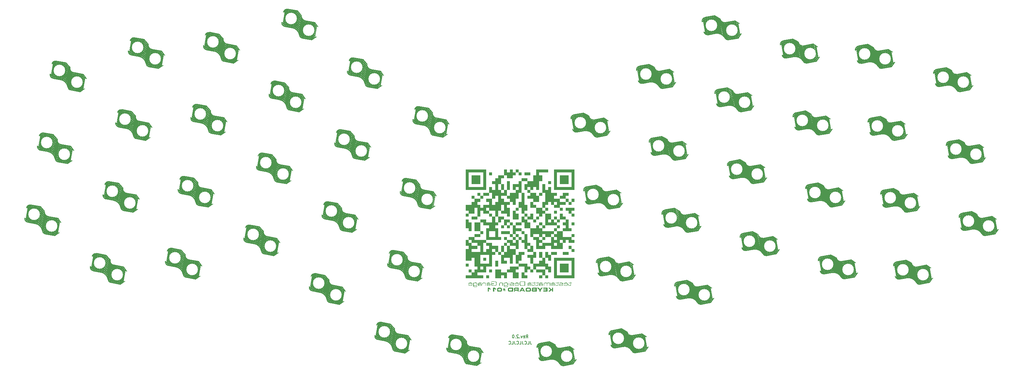
<source format=gbr>
%TF.GenerationSoftware,KiCad,Pcbnew,7.0.5*%
%TF.CreationDate,2023-10-19T00:16:17+09:00*%
%TF.ProjectId,keyboard_011 rev.2.0,6b657962-6f61-4726-945f-303131207265,Rev.2.0*%
%TF.SameCoordinates,Original*%
%TF.FileFunction,Legend,Bot*%
%TF.FilePolarity,Positive*%
%FSLAX46Y46*%
G04 Gerber Fmt 4.6, Leading zero omitted, Abs format (unit mm)*
G04 Created by KiCad (PCBNEW 7.0.5) date 2023-10-19 00:16:17*
%MOMM*%
%LPD*%
G01*
G04 APERTURE LIST*
G04 Aperture macros list*
%AMRotRect*
0 Rectangle, with rotation*
0 The origin of the aperture is its center*
0 $1 length*
0 $2 width*
0 $3 Rotation angle, in degrees counterclockwise*
0 Add horizontal line*
21,1,$1,$2,0,0,$3*%
G04 Aperture macros list end*
%ADD10C,0.000000*%
%ADD11C,0.150000*%
%ADD12C,0.120000*%
%ADD13C,3.000000*%
%ADD14RotRect,2.600000X2.600000X190.000000*%
%ADD15RotRect,2.600000X2.600000X170.000000*%
%ADD16C,5.000000*%
%ADD17O,2.748280X1.998980*%
G04 APERTURE END LIST*
D10*
G36*
X89573208Y10599767D02*
G01*
X89573206Y9065187D01*
X88805916Y9065191D01*
X88805917Y10599770D01*
X89573208Y10599767D01*
G37*
G36*
X98013413Y20574557D02*
G01*
X98013415Y19807272D01*
X97246120Y19807267D01*
X97246119Y20574562D01*
X98013413Y20574557D01*
G37*
G36*
X84969458Y10599767D02*
G01*
X84969458Y9832474D01*
X84202167Y9832478D01*
X84202164Y8297898D01*
X83434873Y8297892D01*
X83434873Y7530599D01*
X82667579Y7530598D01*
X82667583Y9832475D01*
X83434875Y9832477D01*
X83434873Y10599776D01*
X84969458Y10599767D01*
G37*
G36*
X81132997Y29014764D02*
G01*
X81132993Y26712892D01*
X80365703Y26712894D01*
X80365705Y29014765D01*
X81132997Y29014764D01*
G37*
G36*
X70390920Y6763310D02*
G01*
X69623626Y6763308D01*
X69623623Y7530607D01*
X70390917Y7530609D01*
X70390920Y6763310D01*
G37*
G36*
X96478831Y30549349D02*
G01*
X96478834Y28247480D01*
X94176955Y28247475D01*
X94176955Y30549355D01*
X96478831Y30549349D01*
G37*
G36*
X74406652Y2571134D02*
G01*
X74425168Y2570659D01*
X74443006Y2569868D01*
X74460165Y2568760D01*
X74476647Y2567336D01*
X74492450Y2565595D01*
X74507574Y2563537D01*
X74522021Y2561163D01*
X74535789Y2558473D01*
X74548879Y2555466D01*
X74561291Y2552143D01*
X74573025Y2548503D01*
X74584080Y2544546D01*
X74594457Y2540274D01*
X74604156Y2535684D01*
X74613177Y2530779D01*
X74621497Y2525591D01*
X74629457Y2520155D01*
X74637058Y2514474D01*
X74644301Y2508548D01*
X74651189Y2502379D01*
X74657722Y2495968D01*
X74663901Y2489317D01*
X74669729Y2482427D01*
X74675207Y2475300D01*
X74680335Y2467937D01*
X74685116Y2460339D01*
X74689550Y2452508D01*
X74693640Y2444446D01*
X74697387Y2436153D01*
X74700791Y2427632D01*
X74703855Y2418883D01*
X74703855Y2559719D01*
X74823468Y2559719D01*
X74823468Y1764865D01*
X74703855Y1764865D01*
X74703855Y2210520D01*
X74703572Y2230071D01*
X74702722Y2248752D01*
X74701305Y2266562D01*
X74699318Y2283501D01*
X74696760Y2299571D01*
X74693629Y2314769D01*
X74689925Y2329098D01*
X74685646Y2342555D01*
X74683290Y2348958D01*
X74680790Y2355143D01*
X74678146Y2361110D01*
X74675357Y2366860D01*
X74672423Y2372392D01*
X74669344Y2377707D01*
X74666120Y2382803D01*
X74662750Y2387683D01*
X74659235Y2392344D01*
X74655574Y2396788D01*
X74651767Y2401015D01*
X74647815Y2405024D01*
X74643716Y2408815D01*
X74639470Y2412389D01*
X74635078Y2415745D01*
X74630539Y2418883D01*
X74621021Y2424670D01*
X74610734Y2430094D01*
X74599676Y2435154D01*
X74587848Y2439847D01*
X74575248Y2444174D01*
X74561876Y2448131D01*
X74547730Y2451719D01*
X74532811Y2454935D01*
X74517118Y2457777D01*
X74500650Y2460246D01*
X74483406Y2462338D01*
X74465385Y2464054D01*
X74446587Y2465390D01*
X74427012Y2466347D01*
X74406658Y2466922D01*
X74385524Y2467114D01*
X74345011Y2467114D01*
X74326427Y2466899D01*
X74308659Y2466256D01*
X74291707Y2465187D01*
X74275574Y2463692D01*
X74260260Y2461773D01*
X74245767Y2459432D01*
X74232096Y2456670D01*
X74219249Y2453488D01*
X74207227Y2449888D01*
X74196032Y2445871D01*
X74185665Y2441438D01*
X74176127Y2436592D01*
X74171670Y2434014D01*
X74167420Y2431332D01*
X74163379Y2428549D01*
X74159545Y2425662D01*
X74155921Y2422673D01*
X74152504Y2419582D01*
X74149297Y2416389D01*
X74146299Y2413094D01*
X74140512Y2406199D01*
X74135088Y2398535D01*
X74130028Y2390102D01*
X74125334Y2380900D01*
X74121008Y2370930D01*
X74117050Y2360191D01*
X74113463Y2348683D01*
X74110247Y2336406D01*
X74107404Y2323361D01*
X74104936Y2309547D01*
X74102843Y2294964D01*
X74101128Y2279613D01*
X74099791Y2263493D01*
X74098835Y2246604D01*
X74098260Y2228947D01*
X74098068Y2210520D01*
X73982311Y2210520D01*
X73980383Y2247178D01*
X73980739Y2273065D01*
X73981806Y2297731D01*
X73983585Y2321179D01*
X73986073Y2343407D01*
X73989271Y2364418D01*
X73993177Y2384211D01*
X73997792Y2402787D01*
X74000364Y2411620D01*
X74003113Y2420148D01*
X74006039Y2428373D01*
X74009141Y2436294D01*
X74012420Y2443911D01*
X74015875Y2451224D01*
X74019506Y2458235D01*
X74023314Y2464942D01*
X74027298Y2471345D01*
X74031457Y2477446D01*
X74035793Y2483243D01*
X74040305Y2488737D01*
X74044992Y2493929D01*
X74049855Y2498817D01*
X74054893Y2503403D01*
X74060107Y2507686D01*
X74065496Y2511666D01*
X74071061Y2515344D01*
X74082975Y2522093D01*
X74095931Y2528411D01*
X74109930Y2534299D01*
X74124974Y2539754D01*
X74141063Y2544777D01*
X74158199Y2549367D01*
X74176383Y2553524D01*
X74195618Y2557245D01*
X74215903Y2560532D01*
X74237242Y2563382D01*
X74259634Y2565796D01*
X74283082Y2567773D01*
X74333150Y2570412D01*
X74387458Y2571292D01*
X74406652Y2571134D01*
G37*
G36*
X98013415Y9065185D02*
G01*
X98013414Y4461443D01*
X98013417Y3694143D01*
X92642374Y3694142D01*
X92642374Y8297894D01*
X93409664Y8297894D01*
X93409667Y4461434D01*
X97246122Y4461442D01*
X97246121Y8297893D01*
X93409664Y8297894D01*
X92642374Y8297894D01*
X92642374Y9065186D01*
X98013415Y9065185D01*
G37*
G36*
X92940570Y1976075D02*
G01*
X92939788Y1962014D01*
X92938484Y1948405D01*
X92936655Y1935251D01*
X92934301Y1922553D01*
X92931419Y1910310D01*
X92928009Y1898523D01*
X92924070Y1887193D01*
X92919598Y1876321D01*
X92914595Y1865908D01*
X92909057Y1855954D01*
X92902983Y1846460D01*
X92896373Y1837426D01*
X92889225Y1828854D01*
X92881536Y1820744D01*
X92873307Y1813096D01*
X92864082Y1805827D01*
X92853773Y1799033D01*
X92842378Y1792711D01*
X92829898Y1786863D01*
X92816333Y1781486D01*
X92801683Y1776581D01*
X92785948Y1772147D01*
X92769127Y1768182D01*
X92751221Y1764686D01*
X92732230Y1761659D01*
X92712154Y1759100D01*
X92690993Y1757007D01*
X92668746Y1755381D01*
X92645414Y1754220D01*
X92620997Y1753524D01*
X92595495Y1753292D01*
X92491314Y1753292D01*
X92273309Y1757148D01*
X92265255Y1757929D01*
X92257371Y1758824D01*
X92249658Y1759835D01*
X92242117Y1760963D01*
X92234748Y1762209D01*
X92227552Y1763576D01*
X92220530Y1765064D01*
X92213683Y1766674D01*
X92207011Y1768410D01*
X92200514Y1770270D01*
X92194195Y1772258D01*
X92188053Y1774375D01*
X92182088Y1776622D01*
X92176303Y1779000D01*
X92170697Y1781510D01*
X92165272Y1784155D01*
X92159806Y1786902D01*
X92154442Y1789897D01*
X92149180Y1793139D01*
X92144020Y1796628D01*
X92138961Y1800363D01*
X92134004Y1804342D01*
X92129149Y1808567D01*
X92124395Y1813035D01*
X92119743Y1817746D01*
X92115193Y1822699D01*
X92110745Y1827895D01*
X92106399Y1833331D01*
X92102154Y1839007D01*
X92098011Y1844923D01*
X92093970Y1851078D01*
X92090031Y1857471D01*
X92090031Y1764865D01*
X91972346Y1764865D01*
X91972346Y2002163D01*
X92090031Y2002163D01*
X92090105Y1996312D01*
X92090325Y1990604D01*
X92090692Y1985041D01*
X92091207Y1979622D01*
X92091868Y1974347D01*
X92092676Y1969216D01*
X92093631Y1964230D01*
X92094733Y1959387D01*
X92095983Y1954689D01*
X92097379Y1950134D01*
X92098922Y1945724D01*
X92100612Y1941458D01*
X92102448Y1937336D01*
X92104432Y1933359D01*
X92106563Y1929525D01*
X92108841Y1925836D01*
X92111266Y1922290D01*
X92113837Y1918889D01*
X92116556Y1915632D01*
X92119422Y1912519D01*
X92122434Y1909550D01*
X92125594Y1906726D01*
X92128900Y1904045D01*
X92132354Y1901509D01*
X92135954Y1899116D01*
X92139701Y1896868D01*
X92143596Y1894764D01*
X92147637Y1892804D01*
X92151825Y1890989D01*
X92156160Y1889317D01*
X92160643Y1887790D01*
X92165272Y1886406D01*
X92183584Y1881749D01*
X92201626Y1877538D01*
X92219396Y1873767D01*
X92236895Y1870432D01*
X92254122Y1867526D01*
X92271079Y1865043D01*
X92287764Y1862979D01*
X92304178Y1861327D01*
X92338368Y1859503D01*
X92375137Y1858313D01*
X92414528Y1857666D01*
X92456587Y1857471D01*
X92489386Y1857471D01*
X92628292Y1861327D01*
X92642275Y1861451D01*
X92655648Y1861826D01*
X92668410Y1862452D01*
X92680562Y1863332D01*
X92692104Y1864465D01*
X92703035Y1865854D01*
X92713356Y1867501D01*
X92723066Y1869406D01*
X92732166Y1871571D01*
X92740655Y1873997D01*
X92748534Y1876686D01*
X92755803Y1879640D01*
X92762461Y1882859D01*
X92768509Y1886345D01*
X92773946Y1890099D01*
X92776436Y1892077D01*
X92778773Y1894123D01*
X92783239Y1898566D01*
X92787411Y1903214D01*
X92791290Y1908068D01*
X92794878Y1913130D01*
X92798175Y1918401D01*
X92801181Y1923883D01*
X92803898Y1929576D01*
X92806325Y1935483D01*
X92808465Y1941605D01*
X92810316Y1947943D01*
X92811881Y1954499D01*
X92813160Y1961273D01*
X92814153Y1968268D01*
X92814862Y1975485D01*
X92815287Y1982925D01*
X92815428Y1990590D01*
X92815377Y1996056D01*
X92815224Y2001420D01*
X92814967Y2006682D01*
X92814607Y2011842D01*
X92814142Y2016901D01*
X92813572Y2021857D01*
X92812896Y2026712D01*
X92812113Y2031466D01*
X92811223Y2036117D01*
X92810225Y2040667D01*
X92809117Y2045115D01*
X92807901Y2049461D01*
X92806574Y2053705D01*
X92805136Y2057848D01*
X92803586Y2061889D01*
X92801925Y2065828D01*
X92800184Y2069830D01*
X92798219Y2073697D01*
X92796030Y2077429D01*
X92793620Y2081028D01*
X92790989Y2084495D01*
X92788139Y2087829D01*
X92785072Y2091031D01*
X92781788Y2094103D01*
X92778289Y2097045D01*
X92774578Y2099858D01*
X92770654Y2102542D01*
X92766519Y2105098D01*
X92762176Y2107527D01*
X92757625Y2109830D01*
X92752867Y2112007D01*
X92747905Y2114059D01*
X92737302Y2117678D01*
X92726480Y2120941D01*
X92715442Y2123853D01*
X92704195Y2126420D01*
X92692745Y2128648D01*
X92681097Y2130543D01*
X92669257Y2132110D01*
X92657230Y2133354D01*
X92643620Y2134710D01*
X92627756Y2135885D01*
X92609642Y2136879D01*
X92589284Y2137692D01*
X92541859Y2138777D01*
X92485527Y2139138D01*
X92379418Y2141072D01*
X92361876Y2140981D01*
X92344707Y2140709D01*
X92327922Y2140257D01*
X92311532Y2139623D01*
X92295550Y2138809D01*
X92279986Y2137814D01*
X92264851Y2136638D01*
X92250158Y2135282D01*
X92242776Y2134491D01*
X92235462Y2133563D01*
X92228216Y2132500D01*
X92221038Y2131302D01*
X92213928Y2129968D01*
X92206885Y2128498D01*
X92199911Y2126893D01*
X92193004Y2125152D01*
X92186165Y2123275D01*
X92179393Y2121263D01*
X92172690Y2119116D01*
X92166054Y2116832D01*
X92159487Y2114413D01*
X92152987Y2111858D01*
X92146554Y2109168D01*
X92140190Y2106342D01*
X92134142Y2103222D01*
X92128480Y2099650D01*
X92123203Y2095625D01*
X92118313Y2091149D01*
X92113809Y2086221D01*
X92109694Y2080840D01*
X92105968Y2075007D01*
X92102630Y2068722D01*
X92099683Y2061985D01*
X92097127Y2054796D01*
X92094961Y2047154D01*
X92093188Y2039060D01*
X92091808Y2030514D01*
X92090821Y2021516D01*
X92090229Y2012066D01*
X92090031Y2002163D01*
X91972346Y2002163D01*
X91972346Y2260684D01*
X91972476Y2274973D01*
X91972865Y2288900D01*
X91973513Y2302465D01*
X91974418Y2315668D01*
X91975581Y2328510D01*
X91977000Y2340989D01*
X91978675Y2353107D01*
X91980605Y2364863D01*
X91982790Y2376257D01*
X91985228Y2387290D01*
X91987919Y2397961D01*
X91990862Y2408270D01*
X91994056Y2418218D01*
X91997502Y2427803D01*
X92001198Y2437028D01*
X92005143Y2445890D01*
X92009518Y2454391D01*
X92014322Y2462530D01*
X92019556Y2470308D01*
X92025219Y2477723D01*
X92031312Y2484777D01*
X92037835Y2491470D01*
X92044787Y2497800D01*
X92052169Y2503769D01*
X92059980Y2509376D01*
X92068221Y2514621D01*
X92076891Y2519504D01*
X92085991Y2524026D01*
X92095520Y2528186D01*
X92105479Y2531985D01*
X92115868Y2535421D01*
X92126686Y2538496D01*
X92148252Y2544330D01*
X92169536Y2549530D01*
X92190525Y2554097D01*
X92211210Y2558031D01*
X92231578Y2561332D01*
X92251619Y2564000D01*
X92271320Y2566035D01*
X92290671Y2567436D01*
X92330824Y2569055D01*
X92376041Y2570268D01*
X92426323Y2571029D01*
X92481669Y2571292D01*
X92505134Y2571112D01*
X92529221Y2570569D01*
X92553919Y2569665D01*
X92579216Y2568400D01*
X92605101Y2566772D01*
X92631563Y2564783D01*
X92658590Y2562432D01*
X92686170Y2559719D01*
X92699707Y2558294D01*
X92712824Y2556551D01*
X92725522Y2554489D01*
X92737800Y2552106D01*
X92749656Y2549401D01*
X92761091Y2546372D01*
X92772103Y2543019D01*
X92782692Y2539339D01*
X92792858Y2535331D01*
X92802598Y2530995D01*
X92811914Y2526327D01*
X92820803Y2521328D01*
X92829266Y2515995D01*
X92837301Y2510328D01*
X92844908Y2504324D01*
X92852086Y2497982D01*
X92858653Y2491363D01*
X92864792Y2484167D01*
X92870503Y2476393D01*
X92875786Y2468040D01*
X92880643Y2459108D01*
X92885073Y2449596D01*
X92889078Y2439503D01*
X92892659Y2428829D01*
X92895816Y2417573D01*
X92898549Y2405734D01*
X92900860Y2393311D01*
X92902750Y2380304D01*
X92904218Y2366713D01*
X92905266Y2352536D01*
X92905894Y2337772D01*
X92906103Y2322421D01*
X92776845Y2322421D01*
X92776755Y2329989D01*
X92776483Y2337320D01*
X92776031Y2344413D01*
X92775398Y2351269D01*
X92774584Y2357887D01*
X92773590Y2364268D01*
X92772414Y2370412D01*
X92771057Y2376318D01*
X92769520Y2381987D01*
X92767802Y2387418D01*
X92765903Y2392612D01*
X92763823Y2397569D01*
X92761562Y2402288D01*
X92759120Y2406770D01*
X92756497Y2411015D01*
X92753694Y2415022D01*
X92750642Y2418995D01*
X92747273Y2422777D01*
X92743588Y2426366D01*
X92739586Y2429763D01*
X92735267Y2432968D01*
X92730633Y2435980D01*
X92725681Y2438801D01*
X92720413Y2441430D01*
X92714829Y2443866D01*
X92708928Y2446110D01*
X92702711Y2448162D01*
X92696177Y2450022D01*
X92689327Y2451690D01*
X92682160Y2453166D01*
X92674677Y2454449D01*
X92666877Y2455541D01*
X92651118Y2457755D01*
X92635670Y2459693D01*
X92620527Y2461348D01*
X92605684Y2462714D01*
X92591134Y2463787D01*
X92576873Y2464560D01*
X92562894Y2465028D01*
X92549192Y2465186D01*
X92494329Y2466510D01*
X92466037Y2466948D01*
X92437294Y2467114D01*
X92410345Y2466752D01*
X92377247Y2465667D01*
X92337999Y2463858D01*
X92292602Y2461325D01*
X92280789Y2460697D01*
X92269406Y2459899D01*
X92258455Y2458930D01*
X92247935Y2457790D01*
X92237847Y2456477D01*
X92228193Y2454992D01*
X92218972Y2453332D01*
X92210186Y2451498D01*
X92201835Y2449489D01*
X92193920Y2447303D01*
X92186442Y2444941D01*
X92179401Y2442402D01*
X92172798Y2439684D01*
X92166634Y2436788D01*
X92160909Y2433712D01*
X92155624Y2430456D01*
X92150673Y2426941D01*
X92145948Y2423268D01*
X92141448Y2419436D01*
X92137175Y2415446D01*
X92133129Y2411297D01*
X92129308Y2406991D01*
X92125713Y2402525D01*
X92122345Y2397902D01*
X92119202Y2393120D01*
X92116286Y2388180D01*
X92113595Y2383082D01*
X92111131Y2377825D01*
X92108893Y2372411D01*
X92106881Y2366838D01*
X92105095Y2361107D01*
X92103535Y2355218D01*
X92100462Y2342715D01*
X92097762Y2329444D01*
X92095447Y2315404D01*
X92093527Y2300595D01*
X92092015Y2285018D01*
X92090920Y2268671D01*
X92090255Y2251556D01*
X92090031Y2233672D01*
X92090031Y2148789D01*
X92094903Y2154909D01*
X92099752Y2160793D01*
X92104579Y2166439D01*
X92109383Y2171848D01*
X92114164Y2177019D01*
X92118923Y2181953D01*
X92123660Y2186650D01*
X92128373Y2191109D01*
X92133065Y2195331D01*
X92137733Y2199316D01*
X92142379Y2203063D01*
X92147003Y2206573D01*
X92151604Y2209845D01*
X92156182Y2212880D01*
X92160738Y2215677D01*
X92165272Y2218238D01*
X92169980Y2220522D01*
X92174880Y2222668D01*
X92179972Y2224677D01*
X92185257Y2226545D01*
X92190734Y2228272D01*
X92196403Y2229856D01*
X92202264Y2231295D01*
X92208317Y2232590D01*
X92214563Y2233737D01*
X92221001Y2234736D01*
X92227631Y2235585D01*
X92234453Y2236282D01*
X92241468Y2236827D01*
X92248674Y2237218D01*
X92256073Y2237454D01*
X92263664Y2237533D01*
X92485527Y2243322D01*
X92515091Y2243156D01*
X92545876Y2242718D01*
X92610927Y2241389D01*
X92645021Y2239949D01*
X92681467Y2237832D01*
X92720263Y2235082D01*
X92761411Y2231744D01*
X92771935Y2230569D01*
X92782165Y2229032D01*
X92792101Y2227136D01*
X92801744Y2224879D01*
X92811092Y2222264D01*
X92820147Y2219290D01*
X92828907Y2215959D01*
X92837374Y2212271D01*
X92845547Y2208227D01*
X92853426Y2203827D01*
X92861011Y2199073D01*
X92868302Y2193965D01*
X92875299Y2188503D01*
X92882002Y2182689D01*
X92888412Y2176524D01*
X92894527Y2170007D01*
X92900134Y2163202D01*
X92905380Y2155809D01*
X92910263Y2147829D01*
X92914785Y2139260D01*
X92918945Y2130104D01*
X92922743Y2120360D01*
X92926180Y2110028D01*
X92929255Y2099108D01*
X92931968Y2087600D01*
X92934319Y2075505D01*
X92936308Y2062822D01*
X92937936Y2049551D01*
X92939202Y2035692D01*
X92940107Y2021246D01*
X92940649Y2006212D01*
X92940830Y1990590D01*
X92940570Y1976075D01*
G37*
G36*
X89770570Y1976075D02*
G01*
X89769788Y1962014D01*
X89768483Y1948405D01*
X89766655Y1935251D01*
X89764300Y1922553D01*
X89761419Y1910310D01*
X89758009Y1898523D01*
X89754069Y1887193D01*
X89749598Y1876321D01*
X89744594Y1865908D01*
X89739056Y1855954D01*
X89732983Y1846460D01*
X89726373Y1837426D01*
X89719224Y1828854D01*
X89711536Y1820744D01*
X89703306Y1813096D01*
X89694082Y1805827D01*
X89683772Y1799033D01*
X89672378Y1792711D01*
X89659898Y1786863D01*
X89646333Y1781486D01*
X89631683Y1776581D01*
X89615947Y1772147D01*
X89599127Y1768182D01*
X89581221Y1764686D01*
X89562230Y1761659D01*
X89542154Y1759100D01*
X89520992Y1757007D01*
X89498746Y1755381D01*
X89475414Y1754220D01*
X89450997Y1753524D01*
X89425495Y1753292D01*
X89321314Y1753292D01*
X89103309Y1757148D01*
X89095254Y1757929D01*
X89087370Y1758824D01*
X89079658Y1759835D01*
X89072116Y1760963D01*
X89064747Y1762209D01*
X89057552Y1763576D01*
X89050530Y1765064D01*
X89043682Y1766674D01*
X89037010Y1768410D01*
X89030514Y1770270D01*
X89024194Y1772258D01*
X89018052Y1774375D01*
X89012088Y1776622D01*
X89006303Y1779000D01*
X89000697Y1781510D01*
X88995271Y1784155D01*
X88989806Y1786902D01*
X88984442Y1789897D01*
X88979180Y1793139D01*
X88974019Y1796628D01*
X88968960Y1800363D01*
X88964003Y1804342D01*
X88959148Y1808567D01*
X88954395Y1813035D01*
X88949743Y1817746D01*
X88945193Y1822699D01*
X88940745Y1827895D01*
X88936398Y1833331D01*
X88932154Y1839007D01*
X88928011Y1844923D01*
X88923970Y1851078D01*
X88920031Y1857471D01*
X88920031Y1764865D01*
X88802346Y1764865D01*
X88802346Y2002163D01*
X88920031Y2002163D01*
X88920104Y1996312D01*
X88920325Y1990604D01*
X88920692Y1985041D01*
X88921206Y1979622D01*
X88921867Y1974347D01*
X88922676Y1969216D01*
X88923631Y1964230D01*
X88924733Y1959387D01*
X88925982Y1954689D01*
X88927378Y1950134D01*
X88928921Y1945724D01*
X88930611Y1941458D01*
X88932448Y1937336D01*
X88934432Y1933359D01*
X88936563Y1929525D01*
X88938840Y1925836D01*
X88941265Y1922290D01*
X88943837Y1918889D01*
X88946556Y1915632D01*
X88949421Y1912519D01*
X88952434Y1909550D01*
X88955593Y1906726D01*
X88958900Y1904045D01*
X88962353Y1901509D01*
X88965954Y1899116D01*
X88969701Y1896868D01*
X88973595Y1894764D01*
X88977637Y1892804D01*
X88981825Y1890989D01*
X88986160Y1889317D01*
X88990642Y1887790D01*
X88995271Y1886406D01*
X89013584Y1881749D01*
X89031625Y1877538D01*
X89049395Y1873767D01*
X89066894Y1870432D01*
X89084122Y1867526D01*
X89101078Y1865043D01*
X89117763Y1862979D01*
X89134177Y1861327D01*
X89168368Y1859503D01*
X89205137Y1858313D01*
X89244528Y1857666D01*
X89286586Y1857471D01*
X89319386Y1857471D01*
X89458291Y1861327D01*
X89472274Y1861451D01*
X89485647Y1861826D01*
X89498410Y1862452D01*
X89510562Y1863332D01*
X89522103Y1864465D01*
X89533034Y1865854D01*
X89543355Y1867501D01*
X89553065Y1869406D01*
X89562165Y1871571D01*
X89570655Y1873997D01*
X89578534Y1876686D01*
X89585803Y1879640D01*
X89592461Y1882859D01*
X89598509Y1886345D01*
X89603946Y1890099D01*
X89606436Y1892077D01*
X89608773Y1894123D01*
X89613238Y1898566D01*
X89617410Y1903214D01*
X89621290Y1908068D01*
X89624878Y1913130D01*
X89628174Y1918401D01*
X89631181Y1923883D01*
X89633897Y1929576D01*
X89636325Y1935483D01*
X89638464Y1941605D01*
X89640316Y1947943D01*
X89641881Y1954499D01*
X89643160Y1961273D01*
X89644153Y1968268D01*
X89644862Y1975485D01*
X89645286Y1982925D01*
X89645428Y1990590D01*
X89645377Y1996056D01*
X89645223Y2001420D01*
X89644967Y2006682D01*
X89644607Y2011842D01*
X89644142Y2016901D01*
X89643571Y2021857D01*
X89642895Y2026712D01*
X89642113Y2031466D01*
X89641222Y2036117D01*
X89640224Y2040667D01*
X89639117Y2045115D01*
X89637900Y2049461D01*
X89636573Y2053705D01*
X89635136Y2057848D01*
X89633586Y2061889D01*
X89631924Y2065828D01*
X89630184Y2069830D01*
X89628218Y2073697D01*
X89626030Y2077429D01*
X89623619Y2081028D01*
X89620989Y2084495D01*
X89618139Y2087829D01*
X89615071Y2091031D01*
X89611787Y2094103D01*
X89608289Y2097045D01*
X89604577Y2099858D01*
X89600653Y2102542D01*
X89596519Y2105098D01*
X89592175Y2107527D01*
X89587624Y2109830D01*
X89582867Y2112007D01*
X89577904Y2114059D01*
X89567302Y2117678D01*
X89556479Y2120941D01*
X89545442Y2123853D01*
X89534195Y2126420D01*
X89522745Y2128648D01*
X89511097Y2130543D01*
X89499256Y2132110D01*
X89487229Y2133354D01*
X89473620Y2134710D01*
X89457755Y2135885D01*
X89439641Y2136879D01*
X89419283Y2137692D01*
X89371859Y2138777D01*
X89315527Y2139138D01*
X89209418Y2141072D01*
X89191875Y2140981D01*
X89174706Y2140709D01*
X89157921Y2140257D01*
X89141532Y2139623D01*
X89125550Y2138809D01*
X89109986Y2137814D01*
X89094851Y2136638D01*
X89080157Y2135282D01*
X89072775Y2134491D01*
X89065462Y2133563D01*
X89058216Y2132500D01*
X89051038Y2131302D01*
X89043927Y2129968D01*
X89036885Y2128498D01*
X89029910Y2126893D01*
X89023003Y2125152D01*
X89016164Y2123275D01*
X89009393Y2121263D01*
X89002690Y2119116D01*
X88996054Y2116832D01*
X88989486Y2114413D01*
X88982986Y2111858D01*
X88976554Y2109168D01*
X88970189Y2106342D01*
X88964142Y2103222D01*
X88958479Y2099650D01*
X88953202Y2095625D01*
X88948312Y2091149D01*
X88943809Y2086221D01*
X88939694Y2080840D01*
X88935967Y2075007D01*
X88932630Y2068722D01*
X88929683Y2061985D01*
X88927126Y2054796D01*
X88924961Y2047154D01*
X88923188Y2039060D01*
X88921808Y2030514D01*
X88920821Y2021516D01*
X88920228Y2012066D01*
X88920031Y2002163D01*
X88802346Y2002163D01*
X88802346Y2260684D01*
X88802476Y2274973D01*
X88802865Y2288900D01*
X88803512Y2302465D01*
X88804418Y2315668D01*
X88805581Y2328510D01*
X88807000Y2340989D01*
X88808675Y2353107D01*
X88810605Y2364863D01*
X88812789Y2376257D01*
X88815227Y2387290D01*
X88817918Y2397961D01*
X88820861Y2408270D01*
X88824056Y2418218D01*
X88827501Y2427803D01*
X88831197Y2437028D01*
X88835142Y2445890D01*
X88839517Y2454391D01*
X88844321Y2462530D01*
X88849555Y2470308D01*
X88855219Y2477723D01*
X88861312Y2484777D01*
X88867835Y2491470D01*
X88874787Y2497800D01*
X88882168Y2503769D01*
X88889979Y2509376D01*
X88898220Y2514621D01*
X88906891Y2519504D01*
X88915990Y2524026D01*
X88925520Y2528186D01*
X88935479Y2531985D01*
X88945867Y2535421D01*
X88956686Y2538496D01*
X88978252Y2544330D01*
X88999535Y2549530D01*
X89020525Y2554097D01*
X89041210Y2558031D01*
X89061578Y2561332D01*
X89081618Y2564000D01*
X89101320Y2566035D01*
X89120671Y2567436D01*
X89160824Y2569055D01*
X89206041Y2570268D01*
X89256322Y2571029D01*
X89311668Y2571292D01*
X89335134Y2571112D01*
X89359221Y2570569D01*
X89383919Y2569665D01*
X89409216Y2568400D01*
X89435101Y2566772D01*
X89461562Y2564783D01*
X89488589Y2562432D01*
X89516170Y2559719D01*
X89529706Y2558294D01*
X89542824Y2556551D01*
X89555522Y2554489D01*
X89567799Y2552106D01*
X89579656Y2549401D01*
X89591091Y2546372D01*
X89602103Y2543019D01*
X89612692Y2539339D01*
X89622857Y2535331D01*
X89632598Y2530995D01*
X89641913Y2526327D01*
X89650803Y2521328D01*
X89659265Y2515995D01*
X89667300Y2510328D01*
X89674907Y2504324D01*
X89682085Y2497982D01*
X89688653Y2491363D01*
X89694792Y2484167D01*
X89700502Y2476393D01*
X89705786Y2468040D01*
X89710642Y2459108D01*
X89715073Y2449596D01*
X89719078Y2439503D01*
X89722658Y2428829D01*
X89725815Y2417573D01*
X89728549Y2405734D01*
X89730860Y2393311D01*
X89732749Y2380304D01*
X89734217Y2366713D01*
X89735265Y2352536D01*
X89735893Y2337772D01*
X89736103Y2322421D01*
X89606845Y2322421D01*
X89606754Y2329989D01*
X89606483Y2337320D01*
X89606031Y2344413D01*
X89605398Y2351269D01*
X89604584Y2357887D01*
X89603589Y2364268D01*
X89602413Y2370412D01*
X89601057Y2376318D01*
X89599519Y2381987D01*
X89597801Y2387418D01*
X89595902Y2392612D01*
X89593822Y2397569D01*
X89591561Y2402288D01*
X89589119Y2406770D01*
X89586497Y2411015D01*
X89583693Y2415022D01*
X89580641Y2418995D01*
X89577272Y2422777D01*
X89573587Y2426366D01*
X89569585Y2429763D01*
X89565267Y2432968D01*
X89560632Y2435980D01*
X89555681Y2438801D01*
X89550413Y2441430D01*
X89544829Y2443866D01*
X89538928Y2446110D01*
X89532710Y2448162D01*
X89526177Y2450022D01*
X89519326Y2451690D01*
X89512160Y2453166D01*
X89504677Y2454449D01*
X89496877Y2455541D01*
X89481118Y2457755D01*
X89465670Y2459693D01*
X89450527Y2461348D01*
X89435683Y2462714D01*
X89421134Y2463787D01*
X89406873Y2464560D01*
X89392894Y2465028D01*
X89379192Y2465186D01*
X89324328Y2466510D01*
X89296037Y2466948D01*
X89267294Y2467114D01*
X89240345Y2466752D01*
X89207246Y2465667D01*
X89167998Y2463858D01*
X89122601Y2461325D01*
X89110788Y2460697D01*
X89099406Y2459899D01*
X89088454Y2458930D01*
X89077934Y2457790D01*
X89067847Y2456477D01*
X89058192Y2454992D01*
X89048972Y2453332D01*
X89040186Y2451498D01*
X89031835Y2449489D01*
X89023920Y2447303D01*
X89016441Y2444941D01*
X89009400Y2442402D01*
X89002797Y2439684D01*
X88996633Y2436788D01*
X88990908Y2433712D01*
X88985624Y2430456D01*
X88980672Y2426941D01*
X88975947Y2423268D01*
X88971448Y2419436D01*
X88967175Y2415446D01*
X88963128Y2411297D01*
X88959307Y2406991D01*
X88955713Y2402525D01*
X88952344Y2397902D01*
X88949202Y2393120D01*
X88946285Y2388180D01*
X88943595Y2383082D01*
X88941131Y2377825D01*
X88938892Y2372411D01*
X88936880Y2366838D01*
X88935094Y2361107D01*
X88933534Y2355218D01*
X88930462Y2342715D01*
X88927762Y2329444D01*
X88925447Y2315404D01*
X88923527Y2300595D01*
X88922014Y2285018D01*
X88920920Y2268671D01*
X88920255Y2251556D01*
X88920031Y2233672D01*
X88920031Y2148789D01*
X88924902Y2154909D01*
X88929752Y2160793D01*
X88934578Y2166439D01*
X88939382Y2171848D01*
X88944164Y2177019D01*
X88948923Y2181953D01*
X88953659Y2186650D01*
X88958373Y2191109D01*
X88963064Y2195331D01*
X88967733Y2199316D01*
X88972379Y2203063D01*
X88977003Y2206573D01*
X88981604Y2209845D01*
X88986182Y2212880D01*
X88990738Y2215677D01*
X88995271Y2218238D01*
X88999979Y2220522D01*
X89004879Y2222668D01*
X89009972Y2224677D01*
X89015256Y2226545D01*
X89020733Y2228272D01*
X89026402Y2229856D01*
X89032264Y2231295D01*
X89038317Y2232590D01*
X89044563Y2233737D01*
X89051001Y2234736D01*
X89057631Y2235585D01*
X89064453Y2236282D01*
X89071467Y2236827D01*
X89078674Y2237218D01*
X89086073Y2237454D01*
X89093663Y2237533D01*
X89315527Y2243322D01*
X89345090Y2243156D01*
X89375875Y2242718D01*
X89440926Y2241389D01*
X89475021Y2239949D01*
X89511466Y2237832D01*
X89550263Y2235082D01*
X89591410Y2231744D01*
X89601934Y2230569D01*
X89612165Y2229032D01*
X89622101Y2227136D01*
X89631743Y2224879D01*
X89641092Y2222264D01*
X89650146Y2219290D01*
X89658907Y2215959D01*
X89667373Y2212271D01*
X89675546Y2208227D01*
X89683425Y2203827D01*
X89691010Y2199073D01*
X89698301Y2193965D01*
X89705299Y2188503D01*
X89712002Y2182689D01*
X89718411Y2176524D01*
X89724527Y2170007D01*
X89730134Y2163202D01*
X89735379Y2155809D01*
X89740263Y2147829D01*
X89744784Y2139260D01*
X89748944Y2130104D01*
X89752743Y2120360D01*
X89756179Y2110028D01*
X89759254Y2099108D01*
X89761967Y2087600D01*
X89764318Y2075505D01*
X89766308Y2062822D01*
X89767936Y2049551D01*
X89769202Y2035692D01*
X89770106Y2021246D01*
X89770649Y2006212D01*
X89770830Y1990590D01*
X89770570Y1976075D01*
G37*
G36*
X78831125Y5996017D02*
G01*
X78831126Y5228724D01*
X80365708Y5228725D01*
X80365707Y3694141D01*
X79598416Y3694149D01*
X79598417Y4461440D01*
X78831123Y4461435D01*
X78831123Y3694142D01*
X77296538Y3694142D01*
X77296538Y5996023D01*
X78831125Y5996017D01*
G37*
G36*
X90340497Y9065186D02*
G01*
X90340497Y7530600D01*
X91107791Y7530599D01*
X91107792Y6763309D01*
X91875081Y6763315D01*
X91875082Y5228726D01*
X91107792Y5228730D01*
X91107792Y5996023D01*
X90340497Y5996017D01*
X90340498Y6763309D01*
X88038623Y6763312D01*
X88038624Y5996017D01*
X87271331Y5996015D01*
X87271333Y7530599D01*
X88805914Y7530603D01*
X88805915Y8297900D01*
X89573205Y8297892D01*
X89573206Y9065187D01*
X90340497Y9065186D01*
G37*
G36*
X89573205Y25945600D02*
G01*
X89573208Y25178308D01*
X88805916Y25178309D01*
X88805915Y25945605D01*
X89573205Y25945600D01*
G37*
G36*
X91107792Y9832475D02*
G01*
X91875082Y9832474D01*
X91875080Y8297899D01*
X91107791Y8297892D01*
X91107790Y9065186D01*
X90340497Y9065186D01*
X90340501Y10599768D01*
X91107791Y10599769D01*
X91107792Y9832475D01*
G37*
G36*
X83434876Y32083939D02*
G01*
X83434875Y31316640D01*
X82667582Y31316640D01*
X82667582Y32083940D01*
X83434876Y32083939D01*
G37*
G36*
X72692794Y19039981D02*
G01*
X71158207Y19039974D01*
X71158205Y19807264D01*
X72692794Y19807269D01*
X72692794Y19039981D01*
G37*
G36*
X89573208Y17505391D02*
G01*
X88805917Y17505390D01*
X88805917Y18272684D01*
X89573204Y18272684D01*
X89573208Y17505391D01*
G37*
G36*
X94176958Y16738101D02*
G01*
X93409664Y16738100D01*
X93409662Y17505399D01*
X94176955Y17505400D01*
X94176958Y16738101D01*
G37*
G36*
X91875080Y28247481D02*
G01*
X91107789Y28247475D01*
X91107793Y29014765D01*
X91875080Y29014765D01*
X91875080Y28247481D01*
G37*
G36*
X81133000Y19039975D02*
G01*
X81132999Y18272685D01*
X80365705Y18272685D01*
X80365706Y17505392D01*
X79598414Y17505398D01*
X79598418Y19039981D01*
X81133000Y19039975D01*
G37*
G36*
X71158208Y5996022D02*
G01*
X71158205Y5228727D01*
X70390914Y5228729D01*
X70390916Y5996024D01*
X71158208Y5996022D01*
G37*
G36*
X97246123Y22876433D02*
G01*
X96478830Y22876432D01*
X96478829Y23643725D01*
X97246122Y23643729D01*
X97246123Y22876433D01*
G37*
G36*
X81948672Y233813D02*
G01*
X80966682Y233813D01*
X80950483Y234067D01*
X80934624Y234831D01*
X80919106Y236105D01*
X80903929Y237890D01*
X80889094Y240186D01*
X80874602Y242995D01*
X80860452Y246316D01*
X80846647Y250151D01*
X80833187Y254500D01*
X80820072Y259365D01*
X80807303Y264745D01*
X80794881Y270641D01*
X80782807Y277055D01*
X80771081Y283987D01*
X80759704Y291437D01*
X80748677Y299406D01*
X80737932Y307624D01*
X80727765Y316001D01*
X80718175Y324535D01*
X80709165Y333229D01*
X80700733Y342080D01*
X80692882Y351090D01*
X80685611Y360258D01*
X80678922Y369584D01*
X80672815Y379068D01*
X80667291Y388711D01*
X80662350Y398511D01*
X80657994Y408470D01*
X80654223Y418587D01*
X80651037Y428863D01*
X80648438Y439296D01*
X80646426Y449887D01*
X80639644Y489680D01*
X80636863Y506863D01*
X80634490Y522237D01*
X80632523Y535803D01*
X80630963Y547559D01*
X80629810Y557506D01*
X80629064Y565644D01*
X80628206Y573511D01*
X80627444Y582645D01*
X80626783Y593045D01*
X80626230Y604712D01*
X80625469Y631844D01*
X80625205Y664039D01*
X80625205Y723843D01*
X80930027Y723843D01*
X80930173Y706118D01*
X80930613Y689117D01*
X80931343Y672839D01*
X80932363Y657284D01*
X80933671Y642454D01*
X80935266Y628346D01*
X80937146Y614962D01*
X80939311Y602301D01*
X80941758Y590364D01*
X80944486Y579150D01*
X80947494Y568660D01*
X80950781Y558893D01*
X80954344Y549849D01*
X80958183Y541529D01*
X80962296Y533932D01*
X80966682Y527059D01*
X80971441Y520751D01*
X80977035Y514851D01*
X80983462Y509357D01*
X80990722Y504271D01*
X80998813Y499591D01*
X81007733Y495318D01*
X81017482Y491453D01*
X81028057Y487994D01*
X81039457Y484942D01*
X81051681Y482297D01*
X81064727Y480059D01*
X81078594Y478227D01*
X81093281Y476803D01*
X81108786Y475786D01*
X81125108Y475175D01*
X81142245Y474972D01*
X81647709Y474972D01*
X81647709Y978503D01*
X81136456Y978503D01*
X81119330Y978305D01*
X81103041Y977713D01*
X81087589Y976726D01*
X81072972Y975345D01*
X81059193Y973572D01*
X81046249Y971407D01*
X81034143Y968850D01*
X81022872Y965902D01*
X81012438Y962565D01*
X81007535Y960750D01*
X81002841Y958838D01*
X80998356Y956829D01*
X80994080Y954723D01*
X80990013Y952520D01*
X80986156Y950220D01*
X80982507Y947824D01*
X80979068Y945330D01*
X80975838Y942740D01*
X80972816Y940054D01*
X80970004Y937271D01*
X80967402Y934391D01*
X80965008Y931416D01*
X80962823Y928344D01*
X80958878Y921652D01*
X80955182Y914234D01*
X80951737Y906091D01*
X80948542Y897220D01*
X80945599Y887619D01*
X80942908Y877289D01*
X80940470Y866226D01*
X80938286Y854430D01*
X80936356Y841899D01*
X80934681Y828632D01*
X80932099Y799883D01*
X80930546Y768172D01*
X80930027Y733488D01*
X80930027Y723843D01*
X80625205Y723843D01*
X80625205Y777863D01*
X80625567Y810447D01*
X80626652Y841641D01*
X80628461Y871447D01*
X80630993Y899865D01*
X80634249Y926895D01*
X80638228Y952538D01*
X80642930Y976795D01*
X80648356Y999666D01*
X80654506Y1021153D01*
X80661379Y1041256D01*
X80668975Y1059975D01*
X80677295Y1077312D01*
X80686338Y1093267D01*
X80696105Y1107840D01*
X80701259Y1114609D01*
X80706595Y1121033D01*
X80712111Y1127112D01*
X80717808Y1132846D01*
X80730073Y1143539D01*
X80743716Y1153553D01*
X80758735Y1162886D01*
X80775129Y1171536D01*
X80792896Y1179502D01*
X80812036Y1186783D01*
X80832546Y1193378D01*
X80854425Y1199284D01*
X80877672Y1204500D01*
X80902285Y1209026D01*
X80928264Y1212859D01*
X80955605Y1215998D01*
X80984309Y1218443D01*
X81014374Y1220190D01*
X81045798Y1221240D01*
X81078580Y1221590D01*
X81948672Y1221590D01*
X81948672Y978503D01*
X81948672Y233813D01*
G37*
G36*
X88038625Y18272687D02*
G01*
X87271327Y18272686D01*
X87271333Y19039974D01*
X88038626Y19039974D01*
X88038625Y18272687D01*
G37*
G36*
X97246122Y12134353D02*
G01*
X97246120Y11367063D01*
X96478831Y11367057D01*
X96478832Y12134355D01*
X97246122Y12134353D01*
G37*
G36*
X76950555Y2903124D02*
G01*
X77236084Y2899268D01*
X77272653Y2898782D01*
X77307481Y2897325D01*
X77340568Y2894899D01*
X77371914Y2891505D01*
X77401520Y2887145D01*
X77429385Y2881819D01*
X77455509Y2875530D01*
X77467918Y2872024D01*
X77479892Y2868278D01*
X77491431Y2864292D01*
X77502534Y2860066D01*
X77513203Y2855600D01*
X77523436Y2850894D01*
X77533234Y2845949D01*
X77542596Y2840764D01*
X77551524Y2835340D01*
X77560016Y2829678D01*
X77568073Y2823776D01*
X77575695Y2817636D01*
X77582882Y2811257D01*
X77589633Y2804640D01*
X77595950Y2797785D01*
X77601831Y2790693D01*
X77607277Y2783362D01*
X77612287Y2775794D01*
X77621659Y2759527D01*
X77630420Y2741654D01*
X77638573Y2722175D01*
X77646118Y2701089D01*
X77653054Y2678394D01*
X77659384Y2654091D01*
X77665108Y2628178D01*
X77670226Y2600655D01*
X77674739Y2571522D01*
X77678649Y2540776D01*
X77681955Y2508419D01*
X77684658Y2474448D01*
X77688259Y2401665D01*
X77689458Y2322421D01*
X77689458Y2260684D01*
X77689063Y2221758D01*
X77687874Y2184563D01*
X77685891Y2149098D01*
X77683113Y2115365D01*
X77679538Y2083364D01*
X77675164Y2053096D01*
X77669991Y2024563D01*
X77664016Y1997763D01*
X77657239Y1972699D01*
X77649658Y1949371D01*
X77641271Y1927779D01*
X77632078Y1907924D01*
X77622076Y1889808D01*
X77616772Y1881401D01*
X77611265Y1873430D01*
X77605555Y1865893D01*
X77599643Y1858791D01*
X77593527Y1852124D01*
X77587208Y1845893D01*
X77573343Y1834419D01*
X77557793Y1823691D01*
X77540557Y1813708D01*
X77521635Y1804468D01*
X77501026Y1795971D01*
X77478729Y1788217D01*
X77454744Y1781205D01*
X77429069Y1774934D01*
X77401704Y1769403D01*
X77372648Y1764611D01*
X77341901Y1760559D01*
X77309462Y1757245D01*
X77275331Y1754669D01*
X77239505Y1752830D01*
X77201985Y1751727D01*
X77162771Y1751359D01*
X76965987Y1753292D01*
X76688175Y1755220D01*
X76655902Y1755616D01*
X76625099Y1756805D01*
X76595766Y1758788D01*
X76567906Y1761566D01*
X76541517Y1765141D01*
X76516602Y1769515D01*
X76493161Y1774688D01*
X76471194Y1780663D01*
X76450702Y1787440D01*
X76431687Y1795021D01*
X76422732Y1799114D01*
X76414147Y1803408D01*
X76405932Y1807903D01*
X76398086Y1812601D01*
X76390609Y1817501D01*
X76383502Y1822603D01*
X76376765Y1827907D01*
X76370397Y1833414D01*
X76364400Y1839124D01*
X76358772Y1845036D01*
X76353514Y1851152D01*
X76348627Y1857471D01*
X76339335Y1871104D01*
X76330632Y1885958D01*
X76322520Y1902032D01*
X76315000Y1919328D01*
X76308074Y1937844D01*
X76301742Y1957581D01*
X76296007Y1978539D01*
X76290869Y2000718D01*
X76286331Y2024117D01*
X76282393Y2048738D01*
X76279057Y2074579D01*
X76276324Y2101641D01*
X76274196Y2129924D01*
X76272674Y2159428D01*
X76271760Y2190153D01*
X76271455Y2222099D01*
X76273386Y2322421D01*
X77006503Y2322421D01*
X77006503Y2208592D01*
X76414222Y2208592D01*
X76414358Y2187036D01*
X76414765Y2166315D01*
X76415443Y2146429D01*
X76416393Y2127377D01*
X76417614Y2109159D01*
X76419106Y2091773D01*
X76420869Y2075220D01*
X76422904Y2059499D01*
X76425210Y2044608D01*
X76427787Y2030548D01*
X76430635Y2017316D01*
X76433755Y2004914D01*
X76437146Y1993340D01*
X76440809Y1982592D01*
X76444742Y1972672D01*
X76448947Y1963577D01*
X76453469Y1955292D01*
X76458716Y1947436D01*
X76464689Y1940009D01*
X76471390Y1933012D01*
X76478820Y1926444D01*
X76486980Y1920307D01*
X76495873Y1914598D01*
X76505498Y1909319D01*
X76515859Y1904470D01*
X76526956Y1900050D01*
X76538790Y1896060D01*
X76551364Y1892499D01*
X76564677Y1889367D01*
X76578733Y1886666D01*
X76593532Y1884393D01*
X76609076Y1882550D01*
X76669651Y1877485D01*
X76697604Y1875495D01*
X76723987Y1873867D01*
X76748787Y1872601D01*
X76771993Y1871696D01*
X76793593Y1871153D01*
X76813577Y1870972D01*
X76838657Y1870972D01*
X76960200Y1872905D01*
X77249587Y1876761D01*
X77279651Y1877129D01*
X77307986Y1878232D01*
X77334593Y1880071D01*
X77347248Y1881266D01*
X77359472Y1882647D01*
X77371264Y1884211D01*
X77382625Y1885960D01*
X77393554Y1887894D01*
X77404052Y1890012D01*
X77414118Y1892315D01*
X77423753Y1894803D01*
X77432957Y1897476D01*
X77441730Y1900334D01*
X77450072Y1903377D01*
X77457983Y1906605D01*
X77465463Y1910018D01*
X77472512Y1913617D01*
X77479131Y1917401D01*
X77485320Y1921371D01*
X77491077Y1925527D01*
X77496405Y1929868D01*
X77501302Y1934395D01*
X77505769Y1939108D01*
X77509806Y1944007D01*
X77513413Y1949092D01*
X77516590Y1954363D01*
X77519338Y1959821D01*
X77521655Y1965464D01*
X77523543Y1971295D01*
X77529467Y1996709D01*
X77534582Y2024841D01*
X77538896Y2055697D01*
X77542412Y2089283D01*
X77545137Y2125605D01*
X77547077Y2164668D01*
X77548237Y2206477D01*
X77548622Y2251039D01*
X77540905Y2542357D01*
X77540702Y2560460D01*
X77540091Y2577693D01*
X77539074Y2594055D01*
X77537650Y2609547D01*
X77535818Y2624169D01*
X77533580Y2637920D01*
X77530935Y2650801D01*
X77527883Y2662812D01*
X77524424Y2673952D01*
X77520558Y2684222D01*
X77518472Y2689030D01*
X77516285Y2693621D01*
X77513996Y2697995D01*
X77511605Y2702151D01*
X77509113Y2706089D01*
X77506518Y2709809D01*
X77503822Y2713312D01*
X77501024Y2716598D01*
X77498125Y2719665D01*
X77495124Y2722515D01*
X77492021Y2725148D01*
X77488816Y2727563D01*
X77481824Y2731994D01*
X77474234Y2736243D01*
X77466047Y2740309D01*
X77457262Y2744189D01*
X77447881Y2747882D01*
X77437904Y2751387D01*
X77427333Y2754703D01*
X77416167Y2757829D01*
X77404408Y2760762D01*
X77392056Y2763501D01*
X77379112Y2766046D01*
X77365577Y2768394D01*
X77336734Y2772495D01*
X77305535Y2775794D01*
X77085602Y2785439D01*
X76950555Y2783511D01*
X76720972Y2781583D01*
X76699969Y2781447D01*
X76679824Y2781040D01*
X76660537Y2780362D01*
X76642107Y2779412D01*
X76624533Y2778191D01*
X76607815Y2776699D01*
X76591951Y2774935D01*
X76576942Y2772900D01*
X76562786Y2770593D01*
X76549483Y2768016D01*
X76537032Y2765167D01*
X76525432Y2762047D01*
X76514683Y2758655D01*
X76504784Y2754992D01*
X76495734Y2751058D01*
X76487532Y2746853D01*
X76479823Y2742066D01*
X76472611Y2736386D01*
X76465896Y2729815D01*
X76459679Y2722353D01*
X76453959Y2714001D01*
X76448736Y2704760D01*
X76444011Y2694629D01*
X76439783Y2683611D01*
X76436053Y2671705D01*
X76432820Y2658912D01*
X76430085Y2645234D01*
X76427846Y2630670D01*
X76426106Y2615221D01*
X76424862Y2598889D01*
X76424116Y2581673D01*
X76423867Y2563575D01*
X76288820Y2563575D01*
X76289092Y2584658D01*
X76289906Y2605039D01*
X76291262Y2624717D01*
X76293161Y2643692D01*
X76295603Y2661964D01*
X76298587Y2679531D01*
X76302114Y2696394D01*
X76306184Y2712550D01*
X76310796Y2728000D01*
X76315950Y2742742D01*
X76321647Y2756777D01*
X76327887Y2770103D01*
X76334669Y2782720D01*
X76341994Y2794627D01*
X76349862Y2805823D01*
X76358272Y2816307D01*
X76367146Y2826119D01*
X76376766Y2835299D01*
X76387132Y2843845D01*
X76398244Y2851757D01*
X76410102Y2859037D01*
X76422706Y2865684D01*
X76436057Y2871698D01*
X76450153Y2877078D01*
X76464996Y2881826D01*
X76480584Y2885941D01*
X76496919Y2889422D01*
X76513999Y2892271D01*
X76531826Y2894486D01*
X76550399Y2896069D01*
X76569718Y2897018D01*
X76589783Y2897335D01*
X76813577Y2905052D01*
X76950555Y2903124D01*
G37*
G36*
X94176956Y18272687D02*
G01*
X93409663Y18272690D01*
X93409666Y19039974D01*
X94176957Y19039975D01*
X94176956Y18272687D01*
G37*
G36*
X79598415Y29782061D02*
G01*
X78831125Y29782056D01*
X78831125Y28247472D01*
X78063833Y28247473D01*
X78063831Y26712893D01*
X78831120Y26712890D01*
X78831121Y25945600D01*
X79598416Y25945597D01*
X79598417Y26712891D01*
X80365703Y26712894D01*
X80365708Y25945597D01*
X80365706Y25178310D01*
X78831125Y25178308D01*
X78831123Y24411021D01*
X79598418Y24411018D01*
X79598418Y23643725D01*
X81132997Y23643723D01*
X81133000Y22876439D01*
X80365704Y22876433D01*
X80365705Y22109139D01*
X81132996Y22109141D01*
X81132998Y21341851D01*
X81133001Y19807266D01*
X80365710Y19807268D01*
X80365708Y20574559D01*
X78831124Y20574555D01*
X78831125Y21341849D01*
X79598417Y21341849D01*
X79598418Y22876433D01*
X78831125Y22876432D01*
X78831125Y21341849D01*
X78063833Y21341854D01*
X78063833Y19807273D01*
X77296534Y19807266D01*
X77296542Y21341849D01*
X75761958Y21341849D01*
X75761955Y22109143D01*
X74994665Y22109141D01*
X74994667Y21341850D01*
X75761958Y21341849D01*
X75761957Y20574557D01*
X74227376Y20574560D01*
X74227373Y21341850D01*
X73460080Y21341849D01*
X73460085Y19807267D01*
X72692794Y19807269D01*
X72692793Y22109142D01*
X71925501Y22109141D01*
X71925498Y20574558D01*
X70390916Y20574564D01*
X70390919Y21341850D01*
X69623626Y21341849D01*
X69623623Y22876433D01*
X71158207Y22876434D01*
X71158206Y23643727D01*
X71925501Y23643725D01*
X71925499Y24411019D01*
X73460080Y24411015D01*
X73460080Y23643723D01*
X72692794Y23643725D01*
X72692791Y22876439D01*
X73460084Y22876438D01*
X73460080Y22109145D01*
X74227372Y22109141D01*
X74227373Y22876433D01*
X75761954Y22876434D01*
X75761954Y22876440D01*
X76529248Y22876440D01*
X77296540Y22876431D01*
X77296538Y23643723D01*
X78063832Y23643724D01*
X78063833Y25178308D01*
X77296540Y25178307D01*
X77296541Y24411016D01*
X76529249Y24411016D01*
X76529248Y22876440D01*
X75761954Y22876440D01*
X75761955Y23643731D01*
X74994666Y23643723D01*
X74994666Y24411016D01*
X76529249Y24411016D01*
X76529248Y25945598D01*
X75761956Y25945598D01*
X75761957Y27480182D01*
X76529248Y27480186D01*
X76529248Y26712890D01*
X77296537Y26712897D01*
X77296540Y28247479D01*
X76529252Y28247472D01*
X76529250Y29014770D01*
X77296540Y29014765D01*
X77296539Y29782055D01*
X78063831Y29782057D01*
X78063830Y30549351D01*
X79598417Y30549355D01*
X79598415Y29782061D01*
G37*
G36*
X96478831Y5228729D02*
G01*
X94176955Y5228723D01*
X94176958Y7530598D01*
X96478830Y7530603D01*
X96478831Y5228729D01*
G37*
G36*
X87603830Y2559719D02*
G01*
X87796755Y2559719D01*
X87796755Y2459397D01*
X87603830Y2459397D01*
X87603830Y2019525D01*
X87603502Y1998748D01*
X87602516Y1978922D01*
X87600873Y1960046D01*
X87598569Y1942122D01*
X87595605Y1925150D01*
X87593874Y1917022D01*
X87591977Y1909132D01*
X87589915Y1901480D01*
X87587686Y1894067D01*
X87585290Y1886893D01*
X87582729Y1879957D01*
X87580000Y1873260D01*
X87577105Y1866802D01*
X87574042Y1860583D01*
X87570812Y1854603D01*
X87567415Y1848862D01*
X87563850Y1843360D01*
X87560118Y1838098D01*
X87556217Y1833075D01*
X87552148Y1828292D01*
X87547911Y1823748D01*
X87543505Y1819444D01*
X87538931Y1815380D01*
X87534188Y1811556D01*
X87529276Y1807971D01*
X87524195Y1804627D01*
X87518944Y1801523D01*
X87507962Y1795656D01*
X87496177Y1790172D01*
X87483590Y1785072D01*
X87470200Y1780354D01*
X87456007Y1776017D01*
X87441012Y1772061D01*
X87425214Y1768486D01*
X87408614Y1765289D01*
X87391211Y1762472D01*
X87373006Y1760032D01*
X87353998Y1757970D01*
X87334187Y1756284D01*
X87292158Y1754039D01*
X87246919Y1753292D01*
X87219636Y1753569D01*
X87193676Y1754401D01*
X87169039Y1755788D01*
X87145724Y1757731D01*
X87123731Y1760231D01*
X87103062Y1763288D01*
X87083714Y1766903D01*
X87065690Y1771077D01*
X87048988Y1775811D01*
X87033608Y1781105D01*
X87019552Y1786960D01*
X87013019Y1790098D01*
X87006818Y1793376D01*
X87000946Y1796796D01*
X86995406Y1800356D01*
X86990196Y1804056D01*
X86985317Y1807898D01*
X86980769Y1811880D01*
X86976551Y1816004D01*
X86972664Y1820269D01*
X86969107Y1824674D01*
X86962619Y1834124D01*
X86956539Y1844748D01*
X86950869Y1856545D01*
X86945610Y1869513D01*
X86940763Y1883651D01*
X86936331Y1898958D01*
X86932314Y1915432D01*
X86928713Y1933072D01*
X86925531Y1951876D01*
X86922769Y1971843D01*
X86920428Y1992972D01*
X86918509Y2015260D01*
X86915945Y2063312D01*
X86915088Y2115987D01*
X87025055Y2115987D01*
X87025055Y2025315D01*
X87025281Y2012054D01*
X87025960Y1999405D01*
X87027090Y1987365D01*
X87028673Y1975937D01*
X87029634Y1970451D01*
X87030707Y1965118D01*
X87031894Y1959938D01*
X87033194Y1954910D01*
X87034607Y1950035D01*
X87036133Y1945313D01*
X87037773Y1940743D01*
X87039525Y1936326D01*
X87041390Y1932061D01*
X87043368Y1927949D01*
X87045459Y1923990D01*
X87047663Y1920183D01*
X87049981Y1916529D01*
X87052411Y1913028D01*
X87054954Y1909679D01*
X87057611Y1906482D01*
X87060380Y1903439D01*
X87063263Y1900548D01*
X87066258Y1897809D01*
X87069367Y1895223D01*
X87072588Y1892790D01*
X87075923Y1890510D01*
X87079371Y1888382D01*
X87082931Y1886406D01*
X87090234Y1882902D01*
X87098036Y1879624D01*
X87106338Y1876573D01*
X87115141Y1873747D01*
X87124448Y1871147D01*
X87134259Y1868774D01*
X87144576Y1866626D01*
X87155400Y1864705D01*
X87166732Y1863009D01*
X87178575Y1861540D01*
X87203797Y1859279D01*
X87231075Y1857923D01*
X87260423Y1857471D01*
X87276984Y1857635D01*
X87292845Y1858128D01*
X87308006Y1858949D01*
X87322469Y1860101D01*
X87336233Y1861583D01*
X87349301Y1863397D01*
X87361671Y1865543D01*
X87373346Y1868021D01*
X87384325Y1870833D01*
X87394610Y1873979D01*
X87404201Y1877460D01*
X87413099Y1881277D01*
X87421304Y1885429D01*
X87428818Y1889919D01*
X87435640Y1894747D01*
X87441772Y1899912D01*
X87447199Y1905519D01*
X87452265Y1911848D01*
X87456972Y1918897D01*
X87461322Y1926666D01*
X87465316Y1935152D01*
X87468955Y1944355D01*
X87472240Y1954273D01*
X87475174Y1964904D01*
X87477757Y1976247D01*
X87479992Y1988302D01*
X87481879Y2001065D01*
X87483419Y2014537D01*
X87484615Y2028715D01*
X87485467Y2043598D01*
X87485978Y2059184D01*
X87486147Y2075473D01*
X87486147Y2459397D01*
X86936308Y2459397D01*
X86936308Y2559719D01*
X87486147Y2559719D01*
X87486147Y2739136D01*
X87603830Y2739136D01*
X87603830Y2559719D01*
G37*
G36*
X85736750Y29014763D02*
G01*
X84202165Y29014770D01*
X84202165Y29782056D01*
X85736749Y29782056D01*
X85736750Y29014763D01*
G37*
G36*
X81968654Y2561647D02*
G01*
X81983457Y2561427D01*
X81997842Y2560767D01*
X82011811Y2559667D01*
X82025363Y2558128D01*
X82038500Y2556151D01*
X82051222Y2553737D01*
X82063530Y2550887D01*
X82075425Y2547600D01*
X82086907Y2543878D01*
X82097978Y2539722D01*
X82108637Y2535132D01*
X82118886Y2530109D01*
X82128725Y2524653D01*
X82138155Y2518766D01*
X82147176Y2512448D01*
X82155790Y2505699D01*
X82164020Y2498669D01*
X82171709Y2491141D01*
X82178858Y2483118D01*
X82185468Y2474599D01*
X82191542Y2465585D01*
X82197080Y2456078D01*
X82202083Y2446077D01*
X82206554Y2435584D01*
X82210494Y2424599D01*
X82213904Y2413124D01*
X82216785Y2401157D01*
X82219139Y2388701D01*
X82220968Y2375756D01*
X82222272Y2362323D01*
X82223054Y2348402D01*
X82223314Y2333995D01*
X82223043Y2318406D01*
X82222229Y2303475D01*
X82220872Y2289202D01*
X82218973Y2275589D01*
X82216531Y2262638D01*
X82215107Y2256411D01*
X82213547Y2250349D01*
X82211851Y2244454D01*
X82210020Y2238725D01*
X82208053Y2233162D01*
X82205951Y2227766D01*
X82203713Y2222536D01*
X82201339Y2217474D01*
X82198829Y2212578D01*
X82196184Y2207850D01*
X82193403Y2203290D01*
X82190487Y2198896D01*
X82187435Y2194671D01*
X82184247Y2190614D01*
X82180924Y2186725D01*
X82177465Y2183004D01*
X82173870Y2179451D01*
X82170140Y2176068D01*
X82166274Y2172853D01*
X82162272Y2169807D01*
X82158135Y2166930D01*
X82153862Y2164223D01*
X82144932Y2159056D01*
X82135504Y2154228D01*
X82125579Y2149737D01*
X82115156Y2145584D01*
X82104236Y2141767D01*
X82092819Y2138286D01*
X82080904Y2135139D01*
X82068492Y2132327D01*
X82055583Y2129848D01*
X82042176Y2127702D01*
X82028272Y2125889D01*
X82013870Y2124406D01*
X81998971Y2123254D01*
X81983574Y2122433D01*
X81967680Y2121940D01*
X81951289Y2121776D01*
X81746788Y2121776D01*
X81532641Y2119848D01*
X81521269Y2119724D01*
X81510304Y2119353D01*
X81499746Y2118735D01*
X81489594Y2117874D01*
X81479850Y2116769D01*
X81470513Y2115422D01*
X81461582Y2113836D01*
X81453059Y2112010D01*
X81444943Y2109947D01*
X81437233Y2107648D01*
X81429931Y2105115D01*
X81423035Y2102349D01*
X81416546Y2099350D01*
X81410465Y2096122D01*
X81404790Y2092664D01*
X81399522Y2088980D01*
X81394435Y2085142D01*
X81389667Y2080865D01*
X81385218Y2076148D01*
X81381089Y2070992D01*
X81377283Y2065398D01*
X81373800Y2059367D01*
X81370642Y2052899D01*
X81367811Y2045995D01*
X81365308Y2038655D01*
X81363133Y2030882D01*
X81361290Y2022674D01*
X81359778Y2014034D01*
X81358600Y2004961D01*
X81357757Y1995457D01*
X81357250Y1985521D01*
X81357080Y1975156D01*
X81357194Y1968243D01*
X81357533Y1961611D01*
X81358098Y1955261D01*
X81358889Y1949192D01*
X81359906Y1943403D01*
X81361150Y1937892D01*
X81362619Y1932660D01*
X81364315Y1927706D01*
X81366236Y1923029D01*
X81367282Y1920794D01*
X81368384Y1918628D01*
X81369543Y1916531D01*
X81370758Y1914503D01*
X81372029Y1912543D01*
X81373358Y1910652D01*
X81374742Y1908830D01*
X81376184Y1907076D01*
X81377681Y1905390D01*
X81379236Y1903773D01*
X81380847Y1902224D01*
X81382514Y1900743D01*
X81384238Y1899330D01*
X81386018Y1897985D01*
X81389670Y1895323D01*
X81393751Y1892762D01*
X81398261Y1890301D01*
X81403201Y1887939D01*
X81408571Y1885677D01*
X81414370Y1883513D01*
X81420598Y1881446D01*
X81427257Y1879476D01*
X81434344Y1877602D01*
X81441862Y1875824D01*
X81458185Y1872550D01*
X81476226Y1869649D01*
X81495986Y1867116D01*
X81517103Y1864763D01*
X81538859Y1862761D01*
X81561259Y1861098D01*
X81584309Y1859762D01*
X81608015Y1858743D01*
X81632382Y1858029D01*
X81657416Y1857608D01*
X81683123Y1857471D01*
X81750646Y1857471D01*
X81959006Y1865188D01*
X81969214Y1866188D01*
X81979039Y1867380D01*
X81988480Y1868762D01*
X81997539Y1870335D01*
X82006217Y1872096D01*
X82014513Y1874047D01*
X82022430Y1876185D01*
X82029967Y1878511D01*
X82037126Y1881023D01*
X82043906Y1883721D01*
X82050309Y1886604D01*
X82056336Y1889672D01*
X82061987Y1892924D01*
X82067262Y1896358D01*
X82072164Y1899975D01*
X82076691Y1903774D01*
X82080716Y1907775D01*
X82084471Y1912182D01*
X82087957Y1916993D01*
X82091176Y1922207D01*
X82094129Y1927822D01*
X82096818Y1933837D01*
X82099245Y1940250D01*
X82101410Y1947060D01*
X82103314Y1954267D01*
X82104961Y1961867D01*
X82106350Y1969860D01*
X82107483Y1978245D01*
X82108362Y1987019D01*
X82108988Y1996183D01*
X82109363Y2005733D01*
X82109488Y2015669D01*
X82111418Y2033032D01*
X82232962Y2033032D01*
X82234890Y1998307D01*
X82234748Y1985657D01*
X82234324Y1973391D01*
X82233615Y1961510D01*
X82232621Y1950014D01*
X82231343Y1938901D01*
X82229778Y1928174D01*
X82227926Y1917830D01*
X82225787Y1907871D01*
X82223359Y1898297D01*
X82220642Y1889107D01*
X82217636Y1880301D01*
X82214340Y1871879D01*
X82210752Y1863842D01*
X82206872Y1856189D01*
X82202700Y1848921D01*
X82198235Y1842037D01*
X82193283Y1835661D01*
X82188015Y1829556D01*
X82182428Y1823722D01*
X82176523Y1818160D01*
X82170298Y1812870D01*
X82163753Y1807850D01*
X82156888Y1803102D01*
X82149701Y1798626D01*
X82142192Y1794421D01*
X82134360Y1790487D01*
X82126205Y1786824D01*
X82117725Y1783433D01*
X82108920Y1780313D01*
X82099790Y1777465D01*
X82090333Y1774888D01*
X82080550Y1772582D01*
X82061243Y1768987D01*
X82042756Y1765799D01*
X82025094Y1763018D01*
X82008263Y1760645D01*
X81992269Y1758679D01*
X81977117Y1757119D01*
X81962812Y1755966D01*
X81949361Y1755220D01*
X81883525Y1753894D01*
X81841383Y1753458D01*
X81793090Y1753292D01*
X81573155Y1757148D01*
X81551626Y1757295D01*
X81530811Y1757738D01*
X81510708Y1758477D01*
X81491320Y1759514D01*
X81472648Y1760851D01*
X81454690Y1762489D01*
X81437449Y1764430D01*
X81420925Y1766674D01*
X81405119Y1769223D01*
X81390032Y1772079D01*
X81375664Y1775243D01*
X81362015Y1778717D01*
X81349088Y1782501D01*
X81336882Y1786598D01*
X81325398Y1791008D01*
X81314636Y1795734D01*
X81304383Y1801250D01*
X81294787Y1807671D01*
X81285847Y1814996D01*
X81277566Y1823225D01*
X81269942Y1832359D01*
X81262978Y1842397D01*
X81256674Y1853340D01*
X81251030Y1865187D01*
X81246048Y1877938D01*
X81241728Y1891594D01*
X81238070Y1906154D01*
X81235076Y1921618D01*
X81232746Y1937987D01*
X81231081Y1955260D01*
X81230081Y1973437D01*
X81229748Y1992518D01*
X81230030Y2009260D01*
X81230876Y2025300D01*
X81232285Y2040637D01*
X81234254Y2055272D01*
X81236783Y2069203D01*
X81239871Y2082429D01*
X81243515Y2094950D01*
X81245545Y2100946D01*
X81247714Y2106766D01*
X81250021Y2112409D01*
X81252467Y2117875D01*
X81255051Y2123164D01*
X81257773Y2128276D01*
X81260632Y2133212D01*
X81263629Y2137970D01*
X81266764Y2142551D01*
X81270036Y2146955D01*
X81273445Y2151182D01*
X81276990Y2155231D01*
X81280673Y2159103D01*
X81284492Y2162797D01*
X81288447Y2166313D01*
X81292539Y2169652D01*
X81296767Y2172813D01*
X81301130Y2175796D01*
X81310377Y2181584D01*
X81320211Y2187009D01*
X81330631Y2192069D01*
X81341637Y2196762D01*
X81353228Y2201089D01*
X81365404Y2205047D01*
X81378163Y2208634D01*
X81391505Y2211850D01*
X81405428Y2214692D01*
X81419934Y2217160D01*
X81435020Y2219252D01*
X81450686Y2220967D01*
X81466932Y2222304D01*
X81483756Y2223260D01*
X81501158Y2223835D01*
X81519138Y2224027D01*
X81741001Y2224027D01*
X81945502Y2227888D01*
X81955280Y2227978D01*
X81964719Y2228250D01*
X81973819Y2228702D01*
X81982580Y2229335D01*
X81991001Y2230149D01*
X81999084Y2231144D01*
X82006827Y2232319D01*
X82014231Y2233676D01*
X82021297Y2235213D01*
X82028023Y2236931D01*
X82034409Y2238831D01*
X82040457Y2240911D01*
X82046166Y2243171D01*
X82051535Y2245613D01*
X82056566Y2248236D01*
X82061257Y2251039D01*
X82065462Y2254126D01*
X82069396Y2257598D01*
X82073059Y2261457D01*
X82076450Y2265704D01*
X82079570Y2270342D01*
X82082419Y2275371D01*
X82084996Y2280793D01*
X82087302Y2286609D01*
X82089337Y2292821D01*
X82091100Y2299429D01*
X82092593Y2306437D01*
X82093813Y2313844D01*
X82094763Y2321653D01*
X82095441Y2329864D01*
X82095848Y2338480D01*
X82095984Y2347501D01*
X82095859Y2354069D01*
X82095485Y2360388D01*
X82094858Y2366458D01*
X82093979Y2372279D01*
X82092846Y2377852D01*
X82091456Y2383176D01*
X82090665Y2385745D01*
X82089810Y2388252D01*
X82088890Y2390696D01*
X82087905Y2393079D01*
X82086855Y2395399D01*
X82085740Y2397657D01*
X82084560Y2399852D01*
X82083314Y2401986D01*
X82082002Y2404057D01*
X82080624Y2406067D01*
X82079181Y2408014D01*
X82077671Y2409898D01*
X82076095Y2411721D01*
X82074452Y2413482D01*
X82072743Y2415180D01*
X82070966Y2416816D01*
X82069123Y2418390D01*
X82067212Y2419902D01*
X82065233Y2421351D01*
X82063187Y2422739D01*
X82058756Y2425571D01*
X82054144Y2428279D01*
X82049351Y2430864D01*
X82044377Y2433328D01*
X82039222Y2435669D01*
X82033886Y2437890D01*
X82028370Y2439991D01*
X82022672Y2441972D01*
X82016794Y2443835D01*
X82010735Y2445579D01*
X82004495Y2447207D01*
X81998074Y2448717D01*
X81991472Y2450112D01*
X81984690Y2451391D01*
X81977726Y2452556D01*
X81970582Y2453607D01*
X81955933Y2455846D01*
X81941658Y2457858D01*
X81927767Y2459645D01*
X81914272Y2461205D01*
X81901183Y2462539D01*
X81888513Y2463648D01*
X81876272Y2464530D01*
X81864473Y2465186D01*
X81810936Y2466510D01*
X81778741Y2466948D01*
X81742929Y2467114D01*
X81509490Y2459397D01*
X81500542Y2458346D01*
X81491968Y2457181D01*
X81483767Y2455901D01*
X81475939Y2454507D01*
X81468484Y2452996D01*
X81461402Y2451369D01*
X81454693Y2449624D01*
X81448357Y2447761D01*
X81442394Y2445780D01*
X81436804Y2443679D01*
X81431587Y2441459D01*
X81426743Y2439117D01*
X81422272Y2436654D01*
X81418174Y2434068D01*
X81414450Y2431360D01*
X81411098Y2428528D01*
X81408091Y2425459D01*
X81405222Y2422040D01*
X81402490Y2418273D01*
X81399899Y2414157D01*
X81397449Y2409694D01*
X81395142Y2404883D01*
X81392979Y2399727D01*
X81390961Y2394225D01*
X81389091Y2388378D01*
X81387369Y2382187D01*
X81385796Y2375653D01*
X81384375Y2368776D01*
X81383107Y2361557D01*
X81381993Y2353997D01*
X81381034Y2346096D01*
X81380232Y2337856D01*
X81260616Y2337856D01*
X81260820Y2352777D01*
X81261430Y2367156D01*
X81262448Y2380992D01*
X81263872Y2394285D01*
X81265704Y2407036D01*
X81267942Y2419245D01*
X81270587Y2430910D01*
X81273639Y2442034D01*
X81277098Y2452614D01*
X81280964Y2462653D01*
X81285237Y2472148D01*
X81289917Y2481101D01*
X81295004Y2489512D01*
X81300498Y2497380D01*
X81306398Y2504705D01*
X81312706Y2511489D01*
X81319499Y2517796D01*
X81326857Y2523696D01*
X81334777Y2529190D01*
X81343258Y2534276D01*
X81352298Y2538956D01*
X81361896Y2543229D01*
X81372052Y2547095D01*
X81382762Y2550554D01*
X81394027Y2553605D01*
X81405844Y2556251D01*
X81418212Y2558489D01*
X81431130Y2560320D01*
X81444596Y2561744D01*
X81458608Y2562761D01*
X81473167Y2563372D01*
X81488269Y2563575D01*
X81524261Y2566109D01*
X81558446Y2567918D01*
X81590821Y2569003D01*
X81606331Y2569274D01*
X81621388Y2569364D01*
X81681797Y2570691D01*
X81712273Y2571127D01*
X81742929Y2571292D01*
X81968654Y2561647D01*
G37*
G36*
X93409666Y19039974D02*
G01*
X92642374Y19039976D01*
X92642377Y19807267D01*
X93409666Y19807272D01*
X93409666Y19039974D01*
G37*
G36*
X88503743Y2559719D02*
G01*
X88696669Y2559719D01*
X88696669Y2459397D01*
X88503743Y2459397D01*
X88503743Y2019525D01*
X88503415Y1998748D01*
X88502430Y1978922D01*
X88500787Y1960046D01*
X88498483Y1942122D01*
X88495518Y1925150D01*
X88493788Y1917022D01*
X88491891Y1909132D01*
X88489828Y1901480D01*
X88487600Y1894067D01*
X88485204Y1886893D01*
X88482642Y1879957D01*
X88479914Y1873260D01*
X88477018Y1866802D01*
X88473956Y1860583D01*
X88470726Y1854603D01*
X88467329Y1848862D01*
X88463764Y1843360D01*
X88460031Y1838098D01*
X88456131Y1833075D01*
X88452062Y1828292D01*
X88447825Y1823748D01*
X88443419Y1819444D01*
X88438845Y1815380D01*
X88434102Y1811556D01*
X88429190Y1807971D01*
X88424108Y1804627D01*
X88418858Y1801523D01*
X88407875Y1795656D01*
X88396091Y1790172D01*
X88383503Y1785072D01*
X88370113Y1780354D01*
X88355921Y1776017D01*
X88340926Y1772061D01*
X88325128Y1768486D01*
X88308528Y1765289D01*
X88291125Y1762472D01*
X88272920Y1760032D01*
X88253912Y1757970D01*
X88234101Y1756284D01*
X88192072Y1754039D01*
X88146833Y1753292D01*
X88119550Y1753569D01*
X88093590Y1754401D01*
X88068952Y1755788D01*
X88045638Y1757731D01*
X88023645Y1760231D01*
X88002975Y1763288D01*
X87983628Y1766903D01*
X87965604Y1771077D01*
X87948902Y1775811D01*
X87933522Y1781105D01*
X87919465Y1786960D01*
X87912933Y1790098D01*
X87906731Y1793376D01*
X87900860Y1796796D01*
X87895320Y1800356D01*
X87890110Y1804056D01*
X87885231Y1807898D01*
X87880683Y1811880D01*
X87876465Y1816004D01*
X87872578Y1820269D01*
X87869021Y1824674D01*
X87862533Y1834124D01*
X87856453Y1844748D01*
X87850783Y1856545D01*
X87845523Y1869513D01*
X87840677Y1883651D01*
X87836244Y1898958D01*
X87832227Y1915432D01*
X87828627Y1933072D01*
X87825445Y1951876D01*
X87822683Y1971843D01*
X87820342Y1992972D01*
X87818423Y2015260D01*
X87815859Y2063312D01*
X87815001Y2115987D01*
X87924969Y2115987D01*
X87924969Y2025315D01*
X87925195Y2012054D01*
X87925873Y1999405D01*
X87927004Y1987365D01*
X87928586Y1975937D01*
X87929547Y1970451D01*
X87930621Y1965118D01*
X87931808Y1959938D01*
X87933108Y1954910D01*
X87934521Y1950035D01*
X87936047Y1945313D01*
X87937686Y1940743D01*
X87939438Y1936326D01*
X87941304Y1932061D01*
X87943282Y1927949D01*
X87945373Y1923990D01*
X87947577Y1920183D01*
X87949895Y1916529D01*
X87952325Y1913028D01*
X87954868Y1909679D01*
X87957525Y1906482D01*
X87960294Y1903439D01*
X87963177Y1900548D01*
X87966172Y1897809D01*
X87969281Y1895223D01*
X87972502Y1892790D01*
X87975837Y1890510D01*
X87979284Y1888382D01*
X87982845Y1886406D01*
X87990148Y1882902D01*
X87997950Y1879624D01*
X88006252Y1876573D01*
X88015055Y1873747D01*
X88024362Y1871147D01*
X88034173Y1868774D01*
X88044490Y1866626D01*
X88055314Y1864705D01*
X88066646Y1863009D01*
X88078489Y1861540D01*
X88103710Y1859279D01*
X88130989Y1857923D01*
X88160336Y1857471D01*
X88176897Y1857635D01*
X88192758Y1858128D01*
X88207920Y1858949D01*
X88222382Y1860101D01*
X88236147Y1861583D01*
X88249214Y1863397D01*
X88261585Y1865543D01*
X88273259Y1868021D01*
X88284239Y1870833D01*
X88294524Y1873979D01*
X88304115Y1877460D01*
X88313012Y1881277D01*
X88321218Y1885429D01*
X88328731Y1889919D01*
X88335554Y1894747D01*
X88341686Y1899912D01*
X88347113Y1905519D01*
X88352179Y1911848D01*
X88356886Y1918897D01*
X88361236Y1926666D01*
X88365229Y1935152D01*
X88368868Y1944355D01*
X88372154Y1954273D01*
X88375088Y1964904D01*
X88377671Y1976247D01*
X88379906Y1988302D01*
X88381792Y2001065D01*
X88383333Y2014537D01*
X88384529Y2028715D01*
X88385381Y2043598D01*
X88385891Y2059184D01*
X88386061Y2075473D01*
X88386061Y2459397D01*
X87836222Y2459397D01*
X87836222Y2559719D01*
X88386061Y2559719D01*
X88386061Y2739136D01*
X88503743Y2739136D01*
X88503743Y2559719D01*
G37*
G36*
X79598416Y19807267D02*
G01*
X79598418Y19039981D01*
X78831124Y19039981D01*
X78831125Y18272683D01*
X78063832Y18272683D01*
X78063833Y19807273D01*
X79598416Y19807267D01*
G37*
G36*
X84202164Y26712892D02*
G01*
X84202165Y25945598D01*
X83434872Y25945598D01*
X83434872Y24411019D01*
X82667583Y24411020D01*
X82667582Y22876433D01*
X81900289Y22876433D01*
X81900290Y23643723D01*
X81132997Y23643723D01*
X81132998Y24411016D01*
X80365705Y24411017D01*
X80365706Y25178310D01*
X81132998Y25178309D01*
X81132998Y25945606D01*
X82667580Y25945599D01*
X82667579Y26712890D01*
X83434873Y26712890D01*
X83434870Y27480190D01*
X82667582Y27480182D01*
X82667579Y26712890D01*
X81900289Y26712894D01*
X81900288Y28247477D01*
X83434876Y28247473D01*
X83434876Y29014765D01*
X84202165Y29014770D01*
X84202164Y26712892D01*
G37*
G36*
X73460083Y15970812D02*
G01*
X71925500Y15970811D01*
X71925501Y18272684D01*
X73460080Y18272690D01*
X73460083Y15970812D01*
G37*
G36*
X94772141Y2561647D02*
G01*
X94786943Y2561427D01*
X94801329Y2560767D01*
X94815297Y2559667D01*
X94828849Y2558128D01*
X94841986Y2556151D01*
X94854709Y2553737D01*
X94867017Y2550887D01*
X94878912Y2547600D01*
X94890394Y2543878D01*
X94901464Y2539722D01*
X94912124Y2535132D01*
X94922372Y2530109D01*
X94932211Y2524653D01*
X94941641Y2518766D01*
X94950663Y2512448D01*
X94959277Y2505699D01*
X94967507Y2498669D01*
X94975196Y2491141D01*
X94982344Y2483118D01*
X94988955Y2474599D01*
X94995028Y2465585D01*
X95000566Y2456078D01*
X95005570Y2446077D01*
X95010041Y2435584D01*
X95013980Y2424599D01*
X95017390Y2413124D01*
X95020272Y2401157D01*
X95022626Y2388701D01*
X95024454Y2375756D01*
X95025759Y2362323D01*
X95026540Y2348402D01*
X95026801Y2333995D01*
X95026529Y2318406D01*
X95025715Y2303475D01*
X95024359Y2289202D01*
X95022460Y2275589D01*
X95020018Y2262638D01*
X95018594Y2256411D01*
X95017034Y2250349D01*
X95015338Y2244454D01*
X95013507Y2238725D01*
X95011540Y2233162D01*
X95009437Y2227766D01*
X95007199Y2222536D01*
X95004825Y2217474D01*
X95002316Y2212578D01*
X94999671Y2207850D01*
X94996890Y2203290D01*
X94993973Y2198896D01*
X94990921Y2194671D01*
X94987734Y2190614D01*
X94984410Y2186725D01*
X94980951Y2183004D01*
X94977357Y2179451D01*
X94973626Y2176068D01*
X94969761Y2172853D01*
X94965759Y2169807D01*
X94961622Y2166930D01*
X94957349Y2164223D01*
X94948419Y2159056D01*
X94938991Y2154228D01*
X94929066Y2149737D01*
X94918643Y2145584D01*
X94907723Y2141767D01*
X94896306Y2138286D01*
X94884391Y2135139D01*
X94871979Y2132327D01*
X94859069Y2129848D01*
X94845663Y2127702D01*
X94831758Y2125889D01*
X94817357Y2124406D01*
X94802457Y2123254D01*
X94787061Y2122433D01*
X94771167Y2121940D01*
X94754776Y2121776D01*
X94550274Y2121776D01*
X94336128Y2119848D01*
X94324756Y2119724D01*
X94313790Y2119353D01*
X94303232Y2118735D01*
X94293081Y2117874D01*
X94283337Y2116769D01*
X94273999Y2115422D01*
X94265069Y2113836D01*
X94256546Y2112010D01*
X94248429Y2109947D01*
X94240720Y2107648D01*
X94233417Y2105115D01*
X94226522Y2102349D01*
X94220033Y2099350D01*
X94213951Y2096122D01*
X94208277Y2092664D01*
X94203009Y2088980D01*
X94197922Y2085142D01*
X94193153Y2080865D01*
X94188704Y2076148D01*
X94184576Y2070992D01*
X94180769Y2065398D01*
X94177287Y2059367D01*
X94174129Y2052899D01*
X94171298Y2045995D01*
X94168794Y2038655D01*
X94166620Y2030882D01*
X94164776Y2022674D01*
X94163265Y2014034D01*
X94162087Y2004961D01*
X94161243Y1995457D01*
X94160736Y1985521D01*
X94160567Y1975156D01*
X94160680Y1968243D01*
X94161019Y1961611D01*
X94161584Y1955261D01*
X94162376Y1949192D01*
X94163393Y1943403D01*
X94164636Y1937892D01*
X94166106Y1932660D01*
X94167801Y1927706D01*
X94169723Y1923029D01*
X94170768Y1920794D01*
X94171871Y1918628D01*
X94173029Y1916531D01*
X94174244Y1914503D01*
X94175516Y1912543D01*
X94176844Y1910652D01*
X94178229Y1908830D01*
X94179670Y1907076D01*
X94181168Y1905390D01*
X94182722Y1903773D01*
X94184333Y1902224D01*
X94186001Y1900743D01*
X94187725Y1899330D01*
X94189505Y1897985D01*
X94193156Y1895323D01*
X94197237Y1892762D01*
X94201748Y1890301D01*
X94206688Y1887939D01*
X94212057Y1885677D01*
X94217856Y1883513D01*
X94224085Y1881446D01*
X94230743Y1879476D01*
X94237831Y1877602D01*
X94245348Y1875824D01*
X94261672Y1872550D01*
X94279713Y1869649D01*
X94299473Y1867116D01*
X94320590Y1864763D01*
X94342345Y1862761D01*
X94364746Y1861098D01*
X94387796Y1859762D01*
X94411502Y1858743D01*
X94435869Y1858029D01*
X94460903Y1857608D01*
X94486609Y1857471D01*
X94554133Y1857471D01*
X94762493Y1865188D01*
X94772701Y1866188D01*
X94782525Y1867380D01*
X94791967Y1868762D01*
X94801026Y1870335D01*
X94809703Y1872096D01*
X94818000Y1874047D01*
X94825916Y1876185D01*
X94833454Y1878511D01*
X94840612Y1881023D01*
X94847393Y1883721D01*
X94853796Y1886604D01*
X94859823Y1889672D01*
X94865473Y1892924D01*
X94870749Y1896358D01*
X94875650Y1899975D01*
X94880178Y1903774D01*
X94884202Y1907775D01*
X94887957Y1912182D01*
X94891443Y1916993D01*
X94894662Y1922207D01*
X94897616Y1927822D01*
X94900305Y1933837D01*
X94902731Y1940250D01*
X94904896Y1947060D01*
X94906801Y1954267D01*
X94908447Y1961867D01*
X94909836Y1969860D01*
X94910970Y1978245D01*
X94911849Y1987019D01*
X94912475Y1996183D01*
X94912850Y2005733D01*
X94912974Y2015669D01*
X94914905Y2033032D01*
X95036448Y2033032D01*
X95038376Y1998307D01*
X95038235Y1985657D01*
X95037810Y1973391D01*
X95037101Y1961510D01*
X95036108Y1950014D01*
X95034829Y1938901D01*
X95033264Y1928174D01*
X95031413Y1917830D01*
X95029273Y1907871D01*
X95026846Y1898297D01*
X95024129Y1889107D01*
X95021123Y1880301D01*
X95017826Y1871879D01*
X95014238Y1863842D01*
X95010359Y1856189D01*
X95006187Y1848921D01*
X95001721Y1842037D01*
X94996770Y1835661D01*
X94991501Y1829556D01*
X94985915Y1823722D01*
X94980009Y1818160D01*
X94973785Y1812870D01*
X94967240Y1807850D01*
X94960375Y1803102D01*
X94953188Y1798626D01*
X94945679Y1794421D01*
X94937847Y1790487D01*
X94929691Y1786824D01*
X94921212Y1783433D01*
X94912407Y1780313D01*
X94903277Y1777465D01*
X94893820Y1774888D01*
X94884036Y1772582D01*
X94864730Y1768987D01*
X94846242Y1765799D01*
X94828581Y1763018D01*
X94811750Y1760645D01*
X94795756Y1758679D01*
X94780603Y1757119D01*
X94766299Y1755966D01*
X94752848Y1755220D01*
X94687012Y1753894D01*
X94644870Y1753458D01*
X94596577Y1753292D01*
X94376641Y1757148D01*
X94355113Y1757295D01*
X94334297Y1757738D01*
X94314195Y1758477D01*
X94294807Y1759514D01*
X94276134Y1760851D01*
X94258177Y1762489D01*
X94240936Y1764430D01*
X94224412Y1766674D01*
X94208606Y1769223D01*
X94193519Y1772079D01*
X94179150Y1775243D01*
X94165502Y1778717D01*
X94152574Y1782501D01*
X94140368Y1786598D01*
X94128884Y1791008D01*
X94118123Y1795734D01*
X94107870Y1801250D01*
X94098273Y1807671D01*
X94089334Y1814996D01*
X94081052Y1823225D01*
X94073429Y1832359D01*
X94066465Y1842397D01*
X94060161Y1853340D01*
X94054517Y1865187D01*
X94049535Y1877938D01*
X94045214Y1891594D01*
X94041557Y1906154D01*
X94038563Y1921618D01*
X94036233Y1937987D01*
X94034567Y1955260D01*
X94033568Y1973437D01*
X94033234Y1992518D01*
X94033517Y2009260D01*
X94034363Y2025300D01*
X94035771Y2040637D01*
X94037741Y2055272D01*
X94040270Y2069203D01*
X94043357Y2082429D01*
X94047001Y2094950D01*
X94049032Y2100946D01*
X94051200Y2106766D01*
X94053508Y2112409D01*
X94055954Y2117875D01*
X94058537Y2123164D01*
X94061259Y2128276D01*
X94064119Y2133212D01*
X94067116Y2137970D01*
X94070251Y2142551D01*
X94073522Y2146955D01*
X94076931Y2151182D01*
X94080477Y2155231D01*
X94084160Y2159103D01*
X94087979Y2162797D01*
X94091934Y2166313D01*
X94096026Y2169652D01*
X94100253Y2172813D01*
X94104617Y2175796D01*
X94113863Y2181584D01*
X94123698Y2187009D01*
X94134118Y2192069D01*
X94145124Y2196762D01*
X94156715Y2201089D01*
X94168890Y2205047D01*
X94181649Y2208634D01*
X94194991Y2211850D01*
X94208915Y2214692D01*
X94223421Y2217160D01*
X94238507Y2219252D01*
X94254173Y2220967D01*
X94270418Y2222304D01*
X94287243Y2223260D01*
X94304645Y2223835D01*
X94322624Y2224027D01*
X94544488Y2224027D01*
X94748989Y2227888D01*
X94758767Y2227978D01*
X94768206Y2228250D01*
X94777306Y2228702D01*
X94786066Y2229335D01*
X94794488Y2230149D01*
X94802570Y2231144D01*
X94810314Y2232319D01*
X94817718Y2233676D01*
X94824783Y2235213D01*
X94831509Y2236931D01*
X94837896Y2238831D01*
X94843944Y2240911D01*
X94849652Y2243171D01*
X94855022Y2245613D01*
X94860052Y2248236D01*
X94864743Y2251039D01*
X94868949Y2254126D01*
X94872883Y2257598D01*
X94876545Y2261457D01*
X94879937Y2265704D01*
X94883057Y2270342D01*
X94885905Y2275371D01*
X94888483Y2280793D01*
X94890789Y2286609D01*
X94892824Y2292821D01*
X94894587Y2299429D01*
X94896079Y2306437D01*
X94897300Y2313844D01*
X94898250Y2321653D01*
X94898928Y2329864D01*
X94899335Y2338480D01*
X94899471Y2347501D01*
X94899346Y2354069D01*
X94898971Y2360388D01*
X94898345Y2366458D01*
X94897466Y2372279D01*
X94896332Y2377852D01*
X94894943Y2383176D01*
X94894152Y2385745D01*
X94893297Y2388252D01*
X94892377Y2390696D01*
X94891392Y2393079D01*
X94890342Y2395399D01*
X94889227Y2397657D01*
X94888046Y2399852D01*
X94886800Y2401986D01*
X94885489Y2404057D01*
X94884111Y2406067D01*
X94882668Y2408014D01*
X94881158Y2409898D01*
X94879582Y2411721D01*
X94877939Y2413482D01*
X94876229Y2415180D01*
X94874453Y2416816D01*
X94872609Y2418390D01*
X94870698Y2419902D01*
X94868720Y2421351D01*
X94866674Y2422739D01*
X94862243Y2425571D01*
X94857631Y2428279D01*
X94852837Y2430864D01*
X94847864Y2433328D01*
X94842709Y2435669D01*
X94837373Y2437890D01*
X94831857Y2439991D01*
X94826159Y2441972D01*
X94820281Y2443835D01*
X94814222Y2445579D01*
X94807982Y2447207D01*
X94801561Y2448717D01*
X94794959Y2450112D01*
X94788176Y2451391D01*
X94781213Y2452556D01*
X94774068Y2453607D01*
X94759420Y2455846D01*
X94745145Y2457858D01*
X94731254Y2459645D01*
X94717758Y2461205D01*
X94704670Y2462539D01*
X94692000Y2463648D01*
X94679759Y2464530D01*
X94667959Y2465186D01*
X94614422Y2466510D01*
X94582228Y2466948D01*
X94546416Y2467114D01*
X94312976Y2459397D01*
X94304029Y2458346D01*
X94295455Y2457181D01*
X94287254Y2455901D01*
X94279425Y2454507D01*
X94271970Y2452996D01*
X94264888Y2451369D01*
X94258179Y2449624D01*
X94251843Y2447761D01*
X94245880Y2445780D01*
X94240290Y2443679D01*
X94235073Y2441459D01*
X94230230Y2439117D01*
X94225759Y2436654D01*
X94221661Y2434068D01*
X94217936Y2431360D01*
X94214584Y2428528D01*
X94211578Y2425459D01*
X94208708Y2422040D01*
X94205977Y2418273D01*
X94203386Y2414157D01*
X94200936Y2409694D01*
X94198629Y2404883D01*
X94196466Y2399727D01*
X94194448Y2394225D01*
X94192578Y2388378D01*
X94190855Y2382187D01*
X94189283Y2375653D01*
X94187862Y2368776D01*
X94186594Y2361557D01*
X94185479Y2353997D01*
X94184520Y2346096D01*
X94183719Y2337856D01*
X94064103Y2337856D01*
X94064306Y2352777D01*
X94064917Y2367156D01*
X94065934Y2380992D01*
X94067359Y2394285D01*
X94069190Y2407036D01*
X94071428Y2419245D01*
X94074074Y2430910D01*
X94077126Y2442034D01*
X94080585Y2452614D01*
X94084451Y2462653D01*
X94088724Y2472148D01*
X94093404Y2481101D01*
X94098491Y2489512D01*
X94103984Y2497380D01*
X94109885Y2504705D01*
X94116192Y2511489D01*
X94122986Y2517796D01*
X94130343Y2523696D01*
X94138263Y2529190D01*
X94146744Y2534276D01*
X94155785Y2538956D01*
X94165383Y2543229D01*
X94175538Y2547095D01*
X94186249Y2550554D01*
X94197513Y2553605D01*
X94209330Y2556251D01*
X94221699Y2558489D01*
X94234616Y2560320D01*
X94248082Y2561744D01*
X94262095Y2562761D01*
X94276653Y2563372D01*
X94291756Y2563575D01*
X94327748Y2566109D01*
X94361932Y2567918D01*
X94394308Y2569003D01*
X94409818Y2569274D01*
X94424875Y2569364D01*
X94485284Y2570691D01*
X94515760Y2571127D01*
X94546416Y2571292D01*
X94772141Y2561647D01*
G37*
G36*
X82667581Y16738102D02*
G01*
X84202167Y16738104D01*
X84202164Y15970815D01*
X82667580Y15970810D01*
X82667580Y15203517D01*
X81900291Y15203518D01*
X81900291Y17505391D01*
X82667582Y17505394D01*
X82667581Y16738102D01*
G37*
G36*
X77558681Y945706D02*
G01*
X77425562Y743138D01*
X77066721Y990081D01*
X77066721Y233813D01*
X76771544Y233813D01*
X76771544Y1221590D01*
X77136175Y1221590D01*
X77558681Y945706D01*
G37*
G36*
X76529252Y5228730D02*
G01*
X75761955Y5228728D01*
X75761957Y5996015D01*
X76529249Y5996015D01*
X76529252Y5228730D01*
G37*
G36*
X82667583Y21341850D02*
G01*
X82667582Y20574558D01*
X83434870Y20574561D01*
X83434874Y19039972D01*
X81900289Y19039977D01*
X81900291Y21341852D01*
X82667583Y21341850D01*
G37*
G36*
X93761143Y2559719D02*
G01*
X93954068Y2559719D01*
X93954068Y2459397D01*
X93761143Y2459397D01*
X93761143Y2019525D01*
X93760815Y1998748D01*
X93759830Y1978922D01*
X93758186Y1960046D01*
X93755883Y1942122D01*
X93752918Y1925150D01*
X93751187Y1917022D01*
X93749290Y1909132D01*
X93747228Y1901480D01*
X93744999Y1894067D01*
X93742604Y1886893D01*
X93740042Y1879957D01*
X93737313Y1873260D01*
X93734418Y1866802D01*
X93731355Y1860583D01*
X93728125Y1854603D01*
X93724728Y1848862D01*
X93721163Y1843360D01*
X93717431Y1838098D01*
X93713530Y1833075D01*
X93709461Y1828292D01*
X93705224Y1823748D01*
X93700819Y1819444D01*
X93696244Y1815380D01*
X93691501Y1811556D01*
X93686589Y1807971D01*
X93681508Y1804627D01*
X93676257Y1801523D01*
X93665275Y1795656D01*
X93653490Y1790172D01*
X93640903Y1785072D01*
X93627513Y1780354D01*
X93613320Y1776017D01*
X93598325Y1772061D01*
X93582528Y1768486D01*
X93565927Y1765289D01*
X93548524Y1762472D01*
X93530319Y1760032D01*
X93511311Y1757970D01*
X93491500Y1756284D01*
X93449471Y1754039D01*
X93404232Y1753292D01*
X93376949Y1753569D01*
X93350989Y1754401D01*
X93326352Y1755788D01*
X93303037Y1757731D01*
X93281045Y1760231D01*
X93260375Y1763288D01*
X93241028Y1766903D01*
X93223003Y1771077D01*
X93206301Y1775811D01*
X93190922Y1781105D01*
X93176865Y1786960D01*
X93170332Y1790098D01*
X93164131Y1793376D01*
X93158260Y1796796D01*
X93152719Y1800356D01*
X93147509Y1804056D01*
X93142630Y1807898D01*
X93138082Y1811880D01*
X93133864Y1816004D01*
X93129977Y1820269D01*
X93126421Y1824674D01*
X93119932Y1834124D01*
X93113852Y1844748D01*
X93108182Y1856545D01*
X93102923Y1869513D01*
X93098076Y1883651D01*
X93093644Y1898958D01*
X93089627Y1915432D01*
X93086027Y1933072D01*
X93082845Y1951876D01*
X93080082Y1971843D01*
X93077741Y1992972D01*
X93075822Y2015260D01*
X93073258Y2063312D01*
X93072401Y2115987D01*
X93182368Y2115987D01*
X93182368Y2025315D01*
X93182595Y2012054D01*
X93183273Y1999405D01*
X93184403Y1987365D01*
X93185986Y1975937D01*
X93186947Y1970451D01*
X93188021Y1965118D01*
X93189208Y1959938D01*
X93190508Y1954910D01*
X93191921Y1950035D01*
X93193447Y1945313D01*
X93195086Y1940743D01*
X93196838Y1936326D01*
X93198703Y1932061D01*
X93200681Y1927949D01*
X93202772Y1923990D01*
X93204977Y1920183D01*
X93207294Y1916529D01*
X93209724Y1913028D01*
X93212268Y1909679D01*
X93214924Y1906482D01*
X93217693Y1903439D01*
X93220576Y1900548D01*
X93223571Y1897809D01*
X93226680Y1895223D01*
X93229901Y1892790D01*
X93233236Y1890510D01*
X93236684Y1888382D01*
X93240244Y1886406D01*
X93247547Y1882902D01*
X93255349Y1879624D01*
X93263651Y1876573D01*
X93272455Y1873747D01*
X93281761Y1871147D01*
X93291572Y1868774D01*
X93301889Y1866626D01*
X93312713Y1864705D01*
X93324046Y1863009D01*
X93335888Y1861540D01*
X93361110Y1859279D01*
X93388389Y1857923D01*
X93417736Y1857471D01*
X93434297Y1857635D01*
X93450158Y1858128D01*
X93465319Y1858949D01*
X93479782Y1860101D01*
X93493546Y1861583D01*
X93506614Y1863397D01*
X93518984Y1865543D01*
X93530659Y1868021D01*
X93541638Y1870833D01*
X93551923Y1873979D01*
X93561514Y1877460D01*
X93570412Y1881277D01*
X93578617Y1885429D01*
X93586131Y1889919D01*
X93592953Y1894747D01*
X93599086Y1899912D01*
X93604512Y1905519D01*
X93609578Y1911848D01*
X93614285Y1918897D01*
X93618635Y1926666D01*
X93622629Y1935152D01*
X93626268Y1944355D01*
X93629553Y1954273D01*
X93632487Y1964904D01*
X93635071Y1976247D01*
X93637305Y1988302D01*
X93639192Y2001065D01*
X93640732Y2014537D01*
X93641928Y2028715D01*
X93642780Y2043598D01*
X93643291Y2059184D01*
X93643460Y2075473D01*
X93643460Y2459397D01*
X93093621Y2459397D01*
X93093621Y2559719D01*
X93643460Y2559719D01*
X93643460Y2739136D01*
X93761143Y2739136D01*
X93761143Y2559719D01*
G37*
G36*
X84969457Y4461434D02*
G01*
X85736748Y4461434D01*
X85736749Y3694140D01*
X84202168Y3694144D01*
X84202167Y5228723D01*
X84969455Y5228725D01*
X84969457Y4461434D01*
G37*
G36*
X88805917Y17505390D02*
G01*
X88805914Y16738097D01*
X89573208Y16738099D01*
X89573205Y15970810D01*
X92642373Y15970813D01*
X92642375Y15203521D01*
X91875080Y15203522D01*
X91875083Y14436225D01*
X90340500Y14436225D01*
X90340499Y15203518D01*
X89573204Y15203516D01*
X89573205Y14436224D01*
X88805916Y14436229D01*
X88805916Y15203519D01*
X87271333Y15203516D01*
X87271333Y14436224D01*
X86504039Y14436224D01*
X86504040Y16738100D01*
X88038623Y16738101D01*
X88038623Y17505392D01*
X88805917Y17505390D01*
G37*
G36*
X93409665Y15970807D02*
G01*
X92642373Y15970813D01*
X92642373Y16738098D01*
X93409664Y16738100D01*
X93409665Y15970807D01*
G37*
G36*
X75761957Y4461433D02*
G01*
X75761959Y3694143D01*
X74994664Y3694142D01*
X74994668Y4461434D01*
X75761957Y4461433D01*
G37*
G36*
X94944250Y21341849D02*
G01*
X94176956Y21341850D01*
X94176957Y22109143D01*
X94944247Y22109146D01*
X94944250Y21341849D01*
G37*
G36*
X80018647Y658250D02*
G01*
X80036012Y536704D01*
X79889389Y536704D01*
X79924113Y297478D01*
X79796783Y297478D01*
X79763987Y536704D01*
X79627009Y536704D01*
X79661736Y297478D01*
X79534406Y297478D01*
X79501607Y536704D01*
X79341480Y536704D01*
X79324115Y658250D01*
X79484245Y658250D01*
X79464952Y787508D01*
X79592282Y787508D01*
X79609647Y658250D01*
X79746622Y658250D01*
X79727329Y787508D01*
X79592282Y787508D01*
X79464952Y787508D01*
X79304823Y787508D01*
X79287460Y910982D01*
X79447590Y910982D01*
X79416721Y1128984D01*
X79544051Y1128984D01*
X79572989Y910982D01*
X79711897Y910982D01*
X79681029Y1128984D01*
X79806428Y1128984D01*
X79837297Y910982D01*
X79983920Y910982D01*
X80001284Y787508D01*
X79854662Y787508D01*
X79873954Y658250D01*
X80018647Y658250D01*
G37*
G36*
X81132998Y15203517D02*
G01*
X78831125Y15203517D01*
X78831127Y15970809D01*
X81133001Y15970809D01*
X81132998Y15203517D01*
G37*
G36*
X72635124Y2117696D02*
G01*
X72634004Y2091526D01*
X72632134Y2066417D01*
X72629514Y2042369D01*
X72626142Y2019380D01*
X72622017Y1997451D01*
X72617137Y1976579D01*
X72611501Y1956766D01*
X72605108Y1938009D01*
X72597956Y1920308D01*
X72590044Y1903663D01*
X72581370Y1888073D01*
X72571934Y1873537D01*
X72561732Y1860055D01*
X72550765Y1847625D01*
X72544994Y1841805D01*
X72539031Y1836247D01*
X72526506Y1825915D01*
X72512986Y1816259D01*
X72498469Y1807279D01*
X72482955Y1798973D01*
X72466444Y1791339D01*
X72448935Y1784377D01*
X72430426Y1778084D01*
X72410918Y1772460D01*
X72390409Y1767503D01*
X72368899Y1763212D01*
X72346388Y1759584D01*
X72322873Y1756619D01*
X72298356Y1754316D01*
X72272835Y1752672D01*
X72246309Y1751687D01*
X72218778Y1751359D01*
X72014277Y1757148D01*
X71987101Y1757533D01*
X71961282Y1758693D01*
X71948881Y1759565D01*
X71936819Y1760632D01*
X71925096Y1761896D01*
X71913713Y1763357D01*
X71902668Y1765016D01*
X71891963Y1766874D01*
X71881597Y1768930D01*
X71871570Y1771187D01*
X71861883Y1773644D01*
X71852534Y1776303D01*
X71843525Y1779164D01*
X71834855Y1782228D01*
X71826286Y1785811D01*
X71817943Y1789869D01*
X71809827Y1794400D01*
X71801937Y1799404D01*
X71794273Y1804879D01*
X71786835Y1810826D01*
X71779623Y1817243D01*
X71772637Y1824130D01*
X71765877Y1831486D01*
X71759343Y1839310D01*
X71753036Y1847603D01*
X71746954Y1856362D01*
X71741098Y1865588D01*
X71735468Y1875279D01*
X71730065Y1885436D01*
X71724887Y1896057D01*
X71724887Y1726280D01*
X71724966Y1718638D01*
X71725202Y1711087D01*
X71725593Y1703624D01*
X71726138Y1696249D01*
X71726836Y1688963D01*
X71727686Y1681762D01*
X71728685Y1674649D01*
X71729832Y1667620D01*
X71731126Y1660676D01*
X71732566Y1653817D01*
X71734150Y1647040D01*
X71735877Y1640347D01*
X71737745Y1633735D01*
X71739753Y1627204D01*
X71741899Y1620754D01*
X71744182Y1614384D01*
X71746742Y1608240D01*
X71749540Y1602288D01*
X71752575Y1596528D01*
X71755847Y1590960D01*
X71759357Y1585585D01*
X71763104Y1580402D01*
X71767088Y1575411D01*
X71771310Y1570612D01*
X71775770Y1566005D01*
X71780466Y1561591D01*
X71785400Y1557369D01*
X71790572Y1553339D01*
X71795981Y1549501D01*
X71801627Y1545855D01*
X71807510Y1542402D01*
X71813631Y1539141D01*
X71819803Y1535874D01*
X71826201Y1532767D01*
X71832823Y1529819D01*
X71839669Y1527032D01*
X71846738Y1524405D01*
X71854030Y1521941D01*
X71861544Y1519638D01*
X71869279Y1517499D01*
X71877234Y1515524D01*
X71885409Y1513713D01*
X71893803Y1512068D01*
X71902415Y1510588D01*
X71911245Y1509276D01*
X71920292Y1508130D01*
X71929555Y1507153D01*
X71939033Y1506344D01*
X71979542Y1503104D01*
X72023621Y1500677D01*
X72046986Y1499797D01*
X72071227Y1499155D01*
X72096339Y1498761D01*
X72122316Y1498627D01*
X72155398Y1498793D01*
X72185136Y1499231D01*
X72211438Y1499850D01*
X72234212Y1500560D01*
X72245291Y1501238D01*
X72257189Y1502193D01*
X72269912Y1503431D01*
X72283467Y1504958D01*
X72297858Y1506778D01*
X72313092Y1508899D01*
X72329173Y1511325D01*
X72346108Y1514061D01*
X72354484Y1515419D01*
X72362612Y1516958D01*
X72370491Y1518681D01*
X72378121Y1520589D01*
X72385503Y1522684D01*
X72392636Y1524966D01*
X72399520Y1527438D01*
X72406156Y1530100D01*
X72412543Y1532955D01*
X72418681Y1536003D01*
X72424571Y1539246D01*
X72430211Y1542686D01*
X72435603Y1546323D01*
X72440747Y1550159D01*
X72445641Y1554197D01*
X72450287Y1558436D01*
X72454814Y1562980D01*
X72459172Y1567932D01*
X72463360Y1573290D01*
X72467379Y1579055D01*
X72471228Y1585227D01*
X72474907Y1591806D01*
X72478417Y1598792D01*
X72481758Y1606185D01*
X72484929Y1613985D01*
X72487930Y1622191D01*
X72490762Y1630805D01*
X72493424Y1639825D01*
X72495917Y1649253D01*
X72498240Y1659087D01*
X72500394Y1669329D01*
X72502378Y1679977D01*
X72618130Y1679977D01*
X72617717Y1657618D01*
X72616479Y1636297D01*
X72615550Y1626027D01*
X72614414Y1616016D01*
X72613071Y1606264D01*
X72611522Y1596772D01*
X72609765Y1587539D01*
X72607801Y1578565D01*
X72605630Y1569850D01*
X72603252Y1561394D01*
X72600667Y1553198D01*
X72597874Y1545260D01*
X72594873Y1537580D01*
X72591665Y1530160D01*
X72588249Y1522998D01*
X72584625Y1516094D01*
X72580794Y1509449D01*
X72576754Y1503062D01*
X72572507Y1496934D01*
X72568051Y1491064D01*
X72563387Y1485451D01*
X72558514Y1480097D01*
X72553433Y1475001D01*
X72548144Y1470162D01*
X72542646Y1465581D01*
X72536939Y1461258D01*
X72531024Y1457193D01*
X72524899Y1453384D01*
X72518566Y1449834D01*
X72512024Y1446540D01*
X72498142Y1440232D01*
X72483446Y1434331D01*
X72467935Y1428837D01*
X72451607Y1423749D01*
X72434463Y1419069D01*
X72416501Y1414796D01*
X72397721Y1410930D01*
X72378122Y1407471D01*
X72357703Y1404418D01*
X72336465Y1401773D01*
X72291523Y1397704D01*
X72243292Y1395262D01*
X72191765Y1394448D01*
X72093376Y1394448D01*
X72056400Y1394776D01*
X72021074Y1395758D01*
X71987399Y1397392D01*
X71955374Y1399678D01*
X71924999Y1402614D01*
X71896275Y1406199D01*
X71869201Y1410431D01*
X71843778Y1415309D01*
X71820005Y1420831D01*
X71797883Y1426996D01*
X71777411Y1433802D01*
X71758589Y1441249D01*
X71741418Y1449334D01*
X71725897Y1458057D01*
X71712027Y1467416D01*
X71699807Y1477409D01*
X71688593Y1488130D01*
X71678103Y1499496D01*
X71668336Y1511506D01*
X71659292Y1524161D01*
X71650972Y1537460D01*
X71643376Y1551404D01*
X71636503Y1565992D01*
X71630353Y1581224D01*
X71624927Y1597101D01*
X71620224Y1613622D01*
X71616245Y1630788D01*
X71612990Y1648597D01*
X71610457Y1667052D01*
X71608649Y1686150D01*
X71607564Y1705893D01*
X71607202Y1726280D01*
X71607202Y2115987D01*
X71724887Y2115987D01*
X71725039Y2103575D01*
X71725496Y2091481D01*
X71726257Y2079704D01*
X71727321Y2068247D01*
X71728688Y2057108D01*
X71730356Y2046290D01*
X71732325Y2035792D01*
X71734595Y2025616D01*
X71737163Y2015761D01*
X71740031Y2006230D01*
X71743197Y1997022D01*
X71746660Y1988139D01*
X71750420Y1979580D01*
X71754476Y1971347D01*
X71758827Y1963440D01*
X71763472Y1955860D01*
X71768209Y1948524D01*
X71773195Y1941525D01*
X71778432Y1934865D01*
X71783919Y1928542D01*
X71789657Y1922555D01*
X71795648Y1916903D01*
X71801892Y1911587D01*
X71808389Y1906604D01*
X71815141Y1901955D01*
X71822148Y1897639D01*
X71829410Y1893655D01*
X71836930Y1890002D01*
X71844706Y1886680D01*
X71852740Y1883687D01*
X71861032Y1881024D01*
X71869584Y1878689D01*
X71886628Y1874914D01*
X71903027Y1871540D01*
X71918772Y1868561D01*
X71933849Y1865972D01*
X71948249Y1863767D01*
X71961959Y1861940D01*
X71974968Y1860486D01*
X71987264Y1859399D01*
X72013664Y1858487D01*
X72044360Y1857892D01*
X72079306Y1857569D01*
X72118455Y1857471D01*
X72203344Y1857471D01*
X72216366Y1857569D01*
X72232283Y1857892D01*
X72251093Y1858487D01*
X72272798Y1859399D01*
X72284464Y1859850D01*
X72296311Y1860469D01*
X72320547Y1862172D01*
X72345505Y1864417D01*
X72371187Y1867116D01*
X72377490Y1868223D01*
X72383736Y1869736D01*
X72389928Y1871654D01*
X72396065Y1873973D01*
X72402148Y1876694D01*
X72408178Y1879815D01*
X72414156Y1883335D01*
X72420082Y1887251D01*
X72425958Y1891563D01*
X72431783Y1896270D01*
X72437559Y1901369D01*
X72443286Y1906860D01*
X72448965Y1912741D01*
X72454596Y1919010D01*
X72460182Y1925667D01*
X72465721Y1932709D01*
X72470887Y1940486D01*
X72475714Y1948986D01*
X72480204Y1958206D01*
X72484357Y1968145D01*
X72488173Y1978802D01*
X72491654Y1990175D01*
X72494800Y2002264D01*
X72497612Y2015065D01*
X72500091Y2028579D01*
X72502236Y2042804D01*
X72504050Y2057738D01*
X72505532Y2073380D01*
X72506684Y2089729D01*
X72507506Y2106782D01*
X72508162Y2142999D01*
X72508162Y2160362D01*
X72507953Y2182507D01*
X72507325Y2203725D01*
X72506277Y2224016D01*
X72504809Y2243380D01*
X72502920Y2261818D01*
X72500609Y2279328D01*
X72497876Y2295911D01*
X72494719Y2311567D01*
X72491139Y2326297D01*
X72487134Y2340099D01*
X72482704Y2352975D01*
X72477847Y2364923D01*
X72472564Y2375945D01*
X72466854Y2386040D01*
X72460715Y2395208D01*
X72454148Y2403449D01*
X72446732Y2411158D01*
X72438411Y2418370D01*
X72429185Y2425084D01*
X72419052Y2431301D01*
X72408011Y2437021D01*
X72396063Y2442244D01*
X72383207Y2446969D01*
X72369441Y2451197D01*
X72354765Y2454927D01*
X72339178Y2458160D01*
X72322680Y2460896D01*
X72305270Y2463134D01*
X72286947Y2464875D01*
X72267711Y2466119D01*
X72247561Y2466865D01*
X72226495Y2467114D01*
X71998842Y2461325D01*
X71976505Y2461036D01*
X71955252Y2460172D01*
X71935083Y2458733D01*
X71915996Y2456720D01*
X71897993Y2454133D01*
X71881071Y2450973D01*
X71865230Y2447240D01*
X71857714Y2445160D01*
X71850469Y2442936D01*
X71843494Y2440570D01*
X71836788Y2438061D01*
X71830352Y2435410D01*
X71824186Y2432617D01*
X71818289Y2429681D01*
X71812662Y2426602D01*
X71807304Y2423382D01*
X71802215Y2420019D01*
X71797396Y2416515D01*
X71792845Y2412868D01*
X71788564Y2409080D01*
X71784552Y2405150D01*
X71780808Y2401078D01*
X71777333Y2396865D01*
X71774127Y2392510D01*
X71771190Y2388014D01*
X71765583Y2378558D01*
X71760337Y2368096D01*
X71755454Y2356628D01*
X71750932Y2344154D01*
X71746772Y2330674D01*
X71742974Y2316187D01*
X71739537Y2300695D01*
X71736462Y2284196D01*
X71733749Y2266692D01*
X71731398Y2248181D01*
X71729408Y2228664D01*
X71727781Y2208141D01*
X71725610Y2164076D01*
X71724887Y2115987D01*
X71607202Y2115987D01*
X71607202Y2559719D01*
X71724887Y2559719D01*
X71724887Y2418883D01*
X71729708Y2431075D01*
X71734948Y2442689D01*
X71740605Y2453725D01*
X71746681Y2464183D01*
X71753176Y2474061D01*
X71760088Y2483360D01*
X71767419Y2492077D01*
X71775168Y2500213D01*
X71783335Y2507767D01*
X71791920Y2514738D01*
X71800924Y2521126D01*
X71810346Y2526929D01*
X71820186Y2532147D01*
X71830445Y2536780D01*
X71841122Y2540826D01*
X71852217Y2544285D01*
X71875776Y2550070D01*
X71900872Y2555121D01*
X71927505Y2559425D01*
X71955675Y2562973D01*
X71985383Y2565752D01*
X72016627Y2567751D01*
X72049410Y2568959D01*
X72083731Y2569364D01*
X72311383Y2567436D01*
X72335292Y2567029D01*
X72358183Y2565808D01*
X72380057Y2563774D01*
X72400913Y2560925D01*
X72420752Y2557262D01*
X72439573Y2552785D01*
X72448603Y2550241D01*
X72457377Y2547494D01*
X72465898Y2544544D01*
X72474164Y2541390D01*
X72482176Y2538032D01*
X72489934Y2534471D01*
X72497437Y2530707D01*
X72504686Y2526739D01*
X72511680Y2522567D01*
X72518420Y2518192D01*
X72524906Y2513614D01*
X72531137Y2508832D01*
X72537115Y2503847D01*
X72542837Y2498658D01*
X72548306Y2493266D01*
X72553520Y2487670D01*
X72558480Y2481871D01*
X72563185Y2475868D01*
X72567636Y2469662D01*
X72571833Y2463252D01*
X72579542Y2449970D01*
X72586754Y2435806D01*
X72593468Y2420761D01*
X72599685Y2404833D01*
X72605405Y2388024D01*
X72610628Y2370333D01*
X72615353Y2351761D01*
X72619581Y2332306D01*
X72623311Y2311970D01*
X72626544Y2290752D01*
X72629280Y2268653D01*
X72631518Y2245671D01*
X72633259Y2221808D01*
X72634503Y2197063D01*
X72635249Y2171436D01*
X72635498Y2144927D01*
X72635471Y2142999D01*
X72635124Y2117696D01*
G37*
G36*
X71925500Y13668933D02*
G01*
X74994666Y13668933D01*
X74994669Y12901643D01*
X76529251Y12901642D01*
X76529251Y12134349D01*
X78063831Y12134354D01*
X78063833Y10599767D01*
X77296541Y10599767D01*
X77296538Y11367061D01*
X76529249Y11367060D01*
X76529254Y10599770D01*
X77296541Y10599767D01*
X77296541Y9832474D01*
X76529253Y9832475D01*
X76529249Y7530597D01*
X76529251Y6763309D01*
X74994667Y6763315D01*
X74994666Y5996023D01*
X74994664Y5228728D01*
X72692790Y5228724D01*
X72692791Y4461441D01*
X74227377Y4461433D01*
X74227376Y3694143D01*
X69623626Y3694146D01*
X69623623Y4461435D01*
X71158206Y4461445D01*
X71158205Y5228727D01*
X71925498Y5228727D01*
X71925498Y5996016D01*
X72692791Y5996015D01*
X72692791Y5996023D01*
X73460079Y5996023D01*
X74227374Y5996020D01*
X74227372Y6763316D01*
X73460080Y6763316D01*
X73460079Y5996023D01*
X72692791Y5996023D01*
X72692791Y6763308D01*
X71925500Y6763309D01*
X71925500Y9065188D01*
X71158206Y9065186D01*
X71158206Y8297893D01*
X69623623Y8297900D01*
X69623623Y9832474D01*
X73460079Y9832474D01*
X73460082Y7530607D01*
X75761958Y7530599D01*
X75761958Y9832481D01*
X73460079Y9832474D01*
X69623623Y9832474D01*
X69623623Y10599765D01*
X74227374Y10599765D01*
X74994663Y10599772D01*
X74994668Y11367057D01*
X75761957Y11367062D01*
X75761958Y12134349D01*
X74994666Y12134354D01*
X74994669Y12901643D01*
X74227377Y12901642D01*
X74227374Y10599765D01*
X69623623Y10599765D01*
X69623623Y11367059D01*
X70390915Y11367058D01*
X70390916Y12134355D01*
X69623623Y12134351D01*
X69623626Y12901644D01*
X70390915Y12901644D01*
X71158207Y12901646D01*
X71158207Y12134348D01*
X72692792Y12134349D01*
X72692792Y11367064D01*
X71158204Y11367061D01*
X71158206Y10599776D01*
X73460080Y10599766D01*
X73460084Y12134349D01*
X72692792Y12134349D01*
X72692792Y12901647D01*
X71158207Y12901646D01*
X71158207Y13668933D01*
X70390916Y13668942D01*
X70390915Y12901644D01*
X69623626Y12901644D01*
X69623628Y13668934D01*
X70390916Y13668942D01*
X70390918Y14436225D01*
X71925501Y14436231D01*
X71925500Y13668933D01*
G37*
G36*
X81133001Y12134350D02*
G01*
X81133000Y11367058D01*
X82667580Y11367064D01*
X82667583Y9832475D01*
X81900293Y9832474D01*
X81900290Y7530609D01*
X81132998Y7530609D01*
X81133001Y9065185D01*
X79598417Y9065183D01*
X79598416Y8297891D01*
X80365709Y8297893D01*
X80365710Y7530599D01*
X78831125Y7530600D01*
X78831125Y9832473D01*
X79598414Y9832481D01*
X79598415Y10599772D01*
X80365706Y10599768D01*
X80365710Y12134351D01*
X81133001Y12134350D01*
G37*
G36*
X90340498Y13668934D02*
G01*
X89573208Y13668940D01*
X89573205Y14436224D01*
X90340500Y14436225D01*
X90340498Y13668934D01*
G37*
G36*
X86773107Y1976075D02*
G01*
X86772325Y1962014D01*
X86771021Y1948405D01*
X86769192Y1935251D01*
X86766838Y1922553D01*
X86763956Y1910310D01*
X86760546Y1898523D01*
X86756607Y1887193D01*
X86752136Y1876321D01*
X86747132Y1865908D01*
X86741594Y1855954D01*
X86735521Y1846460D01*
X86728910Y1837426D01*
X86721762Y1828854D01*
X86714073Y1820744D01*
X86705844Y1813096D01*
X86696619Y1805827D01*
X86686310Y1799033D01*
X86674915Y1792711D01*
X86662435Y1786863D01*
X86648870Y1781486D01*
X86634220Y1776581D01*
X86618485Y1772147D01*
X86601664Y1768182D01*
X86583758Y1764686D01*
X86564767Y1761659D01*
X86544691Y1759100D01*
X86523530Y1757007D01*
X86501283Y1755381D01*
X86477952Y1754220D01*
X86453535Y1753524D01*
X86428032Y1753292D01*
X86323851Y1753292D01*
X86105846Y1757148D01*
X86097792Y1757929D01*
X86089908Y1758824D01*
X86082195Y1759835D01*
X86074654Y1760963D01*
X86067285Y1762209D01*
X86060089Y1763576D01*
X86053067Y1765064D01*
X86046220Y1766674D01*
X86039548Y1768410D01*
X86033051Y1770270D01*
X86026732Y1772258D01*
X86020590Y1774375D01*
X86014626Y1776622D01*
X86008840Y1779000D01*
X86003234Y1781510D01*
X85997809Y1784155D01*
X85992343Y1786902D01*
X85986979Y1789897D01*
X85981717Y1793139D01*
X85976557Y1796628D01*
X85971498Y1800363D01*
X85966541Y1804342D01*
X85961686Y1808567D01*
X85956932Y1813035D01*
X85952280Y1817746D01*
X85947730Y1822699D01*
X85943282Y1827895D01*
X85938936Y1833331D01*
X85934691Y1839007D01*
X85930548Y1844923D01*
X85926507Y1851078D01*
X85922568Y1857471D01*
X85922568Y1764865D01*
X85804883Y1764865D01*
X85804883Y2002163D01*
X85922568Y2002163D01*
X85922642Y1996312D01*
X85922862Y1990604D01*
X85923229Y1985041D01*
X85923744Y1979622D01*
X85924405Y1974347D01*
X85925213Y1969216D01*
X85926168Y1964230D01*
X85927271Y1959387D01*
X85928520Y1954689D01*
X85929916Y1950134D01*
X85931459Y1945724D01*
X85933149Y1941458D01*
X85934986Y1937336D01*
X85936969Y1933359D01*
X85939100Y1929525D01*
X85941378Y1925836D01*
X85943803Y1922290D01*
X85946374Y1918889D01*
X85949093Y1915632D01*
X85951959Y1912519D01*
X85954971Y1909550D01*
X85958131Y1906726D01*
X85961437Y1904045D01*
X85964891Y1901509D01*
X85968491Y1899116D01*
X85972238Y1896868D01*
X85976133Y1894764D01*
X85980174Y1892804D01*
X85984362Y1890989D01*
X85988698Y1889317D01*
X85993180Y1887790D01*
X85997809Y1886406D01*
X86016121Y1881749D01*
X86034163Y1877538D01*
X86051933Y1873767D01*
X86069432Y1870432D01*
X86086659Y1867526D01*
X86103616Y1865043D01*
X86120301Y1862979D01*
X86136715Y1861327D01*
X86170905Y1859503D01*
X86207674Y1858313D01*
X86247065Y1857666D01*
X86289124Y1857471D01*
X86321923Y1857471D01*
X86460829Y1861327D01*
X86474812Y1861451D01*
X86488185Y1861826D01*
X86500947Y1862452D01*
X86513099Y1863332D01*
X86524641Y1864465D01*
X86535572Y1865854D01*
X86545893Y1867501D01*
X86555603Y1869406D01*
X86564703Y1871571D01*
X86573192Y1873997D01*
X86581071Y1876686D01*
X86588340Y1879640D01*
X86594998Y1882859D01*
X86601046Y1886345D01*
X86606483Y1890099D01*
X86608973Y1892077D01*
X86611310Y1894123D01*
X86615776Y1898566D01*
X86619948Y1903214D01*
X86623827Y1908068D01*
X86627415Y1913130D01*
X86630712Y1918401D01*
X86633718Y1923883D01*
X86636435Y1929576D01*
X86638862Y1935483D01*
X86641002Y1941605D01*
X86642853Y1947943D01*
X86644418Y1954499D01*
X86645697Y1961273D01*
X86646690Y1968268D01*
X86647399Y1975485D01*
X86647824Y1982925D01*
X86647965Y1990590D01*
X86647914Y1996056D01*
X86647761Y2001420D01*
X86647504Y2006682D01*
X86647144Y2011842D01*
X86646679Y2016901D01*
X86646109Y2021857D01*
X86645433Y2026712D01*
X86644650Y2031466D01*
X86643760Y2036117D01*
X86642762Y2040667D01*
X86641654Y2045115D01*
X86640438Y2049461D01*
X86639111Y2053705D01*
X86637673Y2057848D01*
X86636124Y2061889D01*
X86634462Y2065828D01*
X86632721Y2069830D01*
X86630756Y2073697D01*
X86628567Y2077429D01*
X86626157Y2081028D01*
X86623526Y2084495D01*
X86620676Y2087829D01*
X86617609Y2091031D01*
X86614325Y2094103D01*
X86610826Y2097045D01*
X86607115Y2099858D01*
X86603191Y2102542D01*
X86599056Y2105098D01*
X86594713Y2107527D01*
X86590162Y2109830D01*
X86585404Y2112007D01*
X86580442Y2114059D01*
X86569839Y2117678D01*
X86559017Y2120941D01*
X86547979Y2123853D01*
X86536732Y2126420D01*
X86525282Y2128648D01*
X86513634Y2130543D01*
X86501794Y2132110D01*
X86489767Y2133354D01*
X86476157Y2134710D01*
X86460293Y2135885D01*
X86442179Y2136879D01*
X86421821Y2137692D01*
X86374396Y2138777D01*
X86318065Y2139138D01*
X86211955Y2141072D01*
X86194413Y2140981D01*
X86177244Y2140709D01*
X86160459Y2140257D01*
X86144070Y2139623D01*
X86128087Y2138809D01*
X86112523Y2137814D01*
X86097388Y2136638D01*
X86082695Y2135282D01*
X86075313Y2134491D01*
X86067999Y2133563D01*
X86060753Y2132500D01*
X86053575Y2131302D01*
X86046465Y2129968D01*
X86039422Y2128498D01*
X86032448Y2126893D01*
X86025541Y2125152D01*
X86018702Y2123275D01*
X86011931Y2121263D01*
X86005227Y2119116D01*
X85998591Y2116832D01*
X85992024Y2114413D01*
X85985524Y2111858D01*
X85979091Y2109168D01*
X85972727Y2106342D01*
X85966679Y2103222D01*
X85961017Y2099650D01*
X85955740Y2095625D01*
X85950850Y2091149D01*
X85946347Y2086221D01*
X85942231Y2080840D01*
X85938505Y2075007D01*
X85935168Y2068722D01*
X85932220Y2061985D01*
X85929664Y2054796D01*
X85927499Y2047154D01*
X85925725Y2039060D01*
X85924345Y2030514D01*
X85923358Y2021516D01*
X85922766Y2012066D01*
X85922568Y2002163D01*
X85804883Y2002163D01*
X85804883Y2260684D01*
X85805013Y2274973D01*
X85805402Y2288900D01*
X85806050Y2302465D01*
X85806956Y2315668D01*
X85808118Y2328510D01*
X85809537Y2340989D01*
X85811212Y2353107D01*
X85813142Y2364863D01*
X85815327Y2376257D01*
X85817765Y2387290D01*
X85820456Y2397961D01*
X85823399Y2408270D01*
X85826594Y2418218D01*
X85830039Y2427803D01*
X85833735Y2437028D01*
X85837680Y2445890D01*
X85842055Y2454391D01*
X85846859Y2462530D01*
X85852093Y2470308D01*
X85857756Y2477723D01*
X85863849Y2484777D01*
X85870372Y2491470D01*
X85877324Y2497800D01*
X85884706Y2503769D01*
X85892517Y2509376D01*
X85900758Y2514621D01*
X85909428Y2519504D01*
X85918528Y2524026D01*
X85928057Y2528186D01*
X85938016Y2531985D01*
X85948405Y2535421D01*
X85959223Y2538496D01*
X85980789Y2544330D01*
X86002073Y2549530D01*
X86023062Y2554097D01*
X86043747Y2558031D01*
X86064115Y2561332D01*
X86084156Y2564000D01*
X86103857Y2566035D01*
X86123208Y2567436D01*
X86163361Y2569055D01*
X86208578Y2570268D01*
X86258860Y2571029D01*
X86314206Y2571292D01*
X86337671Y2571112D01*
X86361758Y2570569D01*
X86386456Y2569665D01*
X86411753Y2568400D01*
X86437638Y2566772D01*
X86464100Y2564783D01*
X86491127Y2562432D01*
X86518707Y2559719D01*
X86532244Y2558294D01*
X86545361Y2556551D01*
X86558059Y2554489D01*
X86570337Y2552106D01*
X86582193Y2549401D01*
X86593628Y2546372D01*
X86604640Y2543019D01*
X86615230Y2539339D01*
X86625395Y2535331D01*
X86635135Y2530995D01*
X86644451Y2526327D01*
X86653340Y2521328D01*
X86661803Y2515995D01*
X86669838Y2510328D01*
X86677445Y2504324D01*
X86684623Y2497982D01*
X86691191Y2491363D01*
X86697329Y2484167D01*
X86703040Y2476393D01*
X86708323Y2468040D01*
X86713180Y2459108D01*
X86717610Y2449596D01*
X86721615Y2439503D01*
X86725196Y2428829D01*
X86728353Y2417573D01*
X86731086Y2405734D01*
X86733397Y2393311D01*
X86735287Y2380304D01*
X86736755Y2366713D01*
X86737803Y2352536D01*
X86738431Y2337772D01*
X86738640Y2322421D01*
X86609382Y2322421D01*
X86609292Y2329989D01*
X86609021Y2337320D01*
X86608568Y2344413D01*
X86607935Y2351269D01*
X86607121Y2357887D01*
X86606127Y2364268D01*
X86604951Y2370412D01*
X86603594Y2376318D01*
X86602057Y2381987D01*
X86600339Y2387418D01*
X86598440Y2392612D01*
X86596360Y2397569D01*
X86594099Y2402288D01*
X86591657Y2406770D01*
X86589034Y2411015D01*
X86586231Y2415022D01*
X86583179Y2418995D01*
X86579810Y2422777D01*
X86576125Y2426366D01*
X86572123Y2429763D01*
X86567804Y2432968D01*
X86563170Y2435980D01*
X86558218Y2438801D01*
X86552950Y2441430D01*
X86547366Y2443866D01*
X86541465Y2446110D01*
X86535248Y2448162D01*
X86528714Y2450022D01*
X86521864Y2451690D01*
X86514697Y2453166D01*
X86507214Y2454449D01*
X86499414Y2455541D01*
X86483655Y2457755D01*
X86468207Y2459693D01*
X86453064Y2461348D01*
X86438221Y2462714D01*
X86423671Y2463787D01*
X86409410Y2464560D01*
X86395431Y2465028D01*
X86381730Y2465186D01*
X86326866Y2466510D01*
X86298575Y2466948D01*
X86269831Y2467114D01*
X86242882Y2466752D01*
X86209784Y2465667D01*
X86170536Y2463858D01*
X86125139Y2461325D01*
X86113326Y2460697D01*
X86101943Y2459899D01*
X86090992Y2458930D01*
X86080472Y2457790D01*
X86070384Y2456477D01*
X86060730Y2454992D01*
X86051509Y2453332D01*
X86042723Y2451498D01*
X86034372Y2449489D01*
X86026457Y2447303D01*
X86018979Y2444941D01*
X86011938Y2442402D01*
X86005335Y2439684D01*
X85999171Y2436788D01*
X85993446Y2433712D01*
X85988161Y2430456D01*
X85983210Y2426941D01*
X85978485Y2423268D01*
X85973986Y2419436D01*
X85969713Y2415446D01*
X85965666Y2411297D01*
X85961845Y2406991D01*
X85958250Y2402525D01*
X85954882Y2397902D01*
X85951739Y2393120D01*
X85948823Y2388180D01*
X85946132Y2383082D01*
X85943668Y2377825D01*
X85941430Y2372411D01*
X85939418Y2366838D01*
X85937632Y2361107D01*
X85936072Y2355218D01*
X85932999Y2342715D01*
X85930300Y2329444D01*
X85927984Y2315404D01*
X85926065Y2300595D01*
X85924552Y2285018D01*
X85923457Y2268671D01*
X85922792Y2251556D01*
X85922568Y2233672D01*
X85922568Y2148789D01*
X85927440Y2154909D01*
X85932289Y2160793D01*
X85937116Y2166439D01*
X85941920Y2171848D01*
X85946701Y2177019D01*
X85951460Y2181953D01*
X85956197Y2186650D01*
X85960910Y2191109D01*
X85965602Y2195331D01*
X85970270Y2199316D01*
X85974916Y2203063D01*
X85979540Y2206573D01*
X85984141Y2209845D01*
X85988720Y2212880D01*
X85993275Y2215677D01*
X85997809Y2218238D01*
X86002517Y2220522D01*
X86007417Y2222668D01*
X86012509Y2224677D01*
X86017794Y2226545D01*
X86023271Y2228272D01*
X86028940Y2229856D01*
X86034801Y2231295D01*
X86040855Y2232590D01*
X86047100Y2233737D01*
X86053538Y2234736D01*
X86060168Y2235585D01*
X86066990Y2236282D01*
X86074005Y2236827D01*
X86081211Y2237218D01*
X86088610Y2237454D01*
X86096201Y2237533D01*
X86318065Y2243322D01*
X86347628Y2243156D01*
X86378413Y2242718D01*
X86443464Y2241389D01*
X86477558Y2239949D01*
X86514004Y2237832D01*
X86552800Y2235082D01*
X86593948Y2231744D01*
X86604472Y2230569D01*
X86614702Y2229032D01*
X86624638Y2227136D01*
X86634281Y2224879D01*
X86643629Y2222264D01*
X86652684Y2219290D01*
X86661444Y2215959D01*
X86669911Y2212271D01*
X86678084Y2208227D01*
X86685963Y2203827D01*
X86693548Y2199073D01*
X86700839Y2193965D01*
X86707836Y2188503D01*
X86714540Y2182689D01*
X86720949Y2176524D01*
X86727065Y2170007D01*
X86732672Y2163202D01*
X86737917Y2155809D01*
X86742800Y2147829D01*
X86747322Y2139260D01*
X86751482Y2130104D01*
X86755280Y2120360D01*
X86758717Y2110028D01*
X86761792Y2099108D01*
X86764505Y2087600D01*
X86766856Y2075505D01*
X86768846Y2062822D01*
X86770473Y2049551D01*
X86771740Y2035692D01*
X86772644Y2021246D01*
X86773186Y2006212D01*
X86773367Y1990590D01*
X86773107Y1976075D01*
G37*
G36*
X73460083Y30549349D02*
G01*
X73460080Y28247474D01*
X71158205Y28247474D01*
X71158205Y30549358D01*
X73460083Y30549349D01*
G37*
G36*
X90340494Y28247477D02*
G01*
X90340498Y26712891D01*
X91107791Y26712891D01*
X91107789Y27480182D01*
X91875082Y27480182D01*
X91875081Y26712893D01*
X91875082Y25945599D01*
X93409666Y25945600D01*
X93409663Y25178315D01*
X92642372Y25178309D01*
X92642372Y24411016D01*
X94176958Y24411017D01*
X94176958Y23643725D01*
X95711539Y23643724D01*
X95711538Y22876433D01*
X94176957Y22876438D01*
X94176957Y22109143D01*
X92642374Y22109140D01*
X92642371Y22876433D01*
X93409668Y22876434D01*
X93409665Y23643724D01*
X92642372Y23643723D01*
X92642371Y22876433D01*
X91875081Y22876434D01*
X91875083Y23643725D01*
X91107791Y23643729D01*
X91107791Y22876435D01*
X90340499Y22876433D01*
X90340499Y22109140D01*
X89573206Y22109140D01*
X89573207Y23643723D01*
X90340498Y23643731D01*
X90340497Y25945599D01*
X89573205Y25945600D01*
X89573208Y28247479D01*
X90340494Y28247477D01*
G37*
G36*
X98013414Y15203517D02*
G01*
X98013414Y14436224D01*
X97246124Y14436225D01*
X97246123Y15203519D01*
X98013414Y15203517D01*
G37*
G36*
X81900291Y14436223D02*
G01*
X81132998Y14436232D01*
X81132998Y15203517D01*
X81900291Y15203518D01*
X81900291Y14436223D01*
G37*
G36*
X83468790Y2218984D02*
G01*
X83469875Y2190301D01*
X83470237Y2160362D01*
X83469983Y2136193D01*
X83469219Y2112884D01*
X83467945Y2090433D01*
X83466160Y2068842D01*
X83463864Y2048111D01*
X83461055Y2028238D01*
X83457734Y2009224D01*
X83453899Y1991070D01*
X83449549Y1973775D01*
X83444685Y1957339D01*
X83439304Y1941762D01*
X83433407Y1927044D01*
X83426993Y1913184D01*
X83420062Y1900184D01*
X83412611Y1888043D01*
X83404641Y1876761D01*
X83396084Y1866350D01*
X83387234Y1856458D01*
X83378091Y1847087D01*
X83368656Y1838236D01*
X83358930Y1829905D01*
X83348914Y1822093D01*
X83338608Y1814802D01*
X83328014Y1808031D01*
X83317131Y1801780D01*
X83305960Y1796049D01*
X83294503Y1790838D01*
X83282760Y1786147D01*
X83270731Y1781976D01*
X83258417Y1778325D01*
X83245820Y1775194D01*
X83232939Y1772582D01*
X83204769Y1768153D01*
X83173072Y1764278D01*
X83137847Y1760968D01*
X83099096Y1758235D01*
X83056818Y1756089D01*
X83011013Y1754543D01*
X82961681Y1753607D01*
X82908822Y1753292D01*
X82859897Y1754016D01*
X82836314Y1754920D01*
X82813317Y1756185D01*
X82790905Y1757813D01*
X82769077Y1759802D01*
X82747833Y1762153D01*
X82727172Y1764865D01*
X82707093Y1767940D01*
X82687595Y1771376D01*
X82668678Y1775174D01*
X82650341Y1779333D01*
X82632584Y1783855D01*
X82615405Y1788738D01*
X82598804Y1793983D01*
X82582780Y1799590D01*
X82567621Y1805813D01*
X82553435Y1812907D01*
X82540222Y1820873D01*
X82527984Y1829712D01*
X82516721Y1839424D01*
X82506434Y1850010D01*
X82497123Y1861471D01*
X82488789Y1873806D01*
X82481433Y1887018D01*
X82475055Y1901107D01*
X82469657Y1916073D01*
X82465238Y1931918D01*
X82461800Y1948641D01*
X82459344Y1966244D01*
X82457870Y1984727D01*
X82457378Y2004091D01*
X82582780Y2004091D01*
X82583119Y1998812D01*
X82583593Y1993646D01*
X82584201Y1988591D01*
X82584943Y1983647D01*
X82585818Y1978813D01*
X82586824Y1974089D01*
X82587962Y1969473D01*
X82589231Y1964965D01*
X82590630Y1960565D01*
X82592158Y1956272D01*
X82593814Y1952084D01*
X82595598Y1948001D01*
X82597510Y1944023D01*
X82599548Y1940149D01*
X82601712Y1936378D01*
X82604001Y1932709D01*
X82606522Y1929126D01*
X82609202Y1925612D01*
X82612041Y1922169D01*
X82615041Y1918798D01*
X82618202Y1915501D01*
X82621525Y1912278D01*
X82625011Y1909131D01*
X82628659Y1906062D01*
X82632471Y1903072D01*
X82636448Y1900163D01*
X82640591Y1897336D01*
X82644899Y1894592D01*
X82649374Y1891933D01*
X82654017Y1889360D01*
X82658828Y1886874D01*
X82663807Y1884478D01*
X82674093Y1880319D01*
X82684690Y1876521D01*
X82695592Y1873085D01*
X82706794Y1870011D01*
X82718289Y1867297D01*
X82730073Y1864946D01*
X82742139Y1862956D01*
X82754482Y1861327D01*
X82767731Y1860330D01*
X82782156Y1859503D01*
X82814531Y1858313D01*
X82851609Y1857666D01*
X82893388Y1857471D01*
X82957056Y1857471D01*
X82996288Y1857666D01*
X83032898Y1858313D01*
X83066795Y1859503D01*
X83082698Y1860330D01*
X83097889Y1861327D01*
X83112382Y1862775D01*
X83125834Y1864222D01*
X83138246Y1865669D01*
X83149618Y1867116D01*
X83159950Y1868563D01*
X83169242Y1870010D01*
X83177494Y1871457D01*
X83184706Y1872905D01*
X83197271Y1875957D01*
X83209283Y1879326D01*
X83220742Y1883011D01*
X83231649Y1887012D01*
X83242006Y1891331D01*
X83251812Y1895965D01*
X83261068Y1900916D01*
X83269775Y1906184D01*
X83277935Y1911768D01*
X83281809Y1914679D01*
X83285546Y1917669D01*
X83289147Y1920738D01*
X83292611Y1923886D01*
X83295938Y1927113D01*
X83299129Y1930420D01*
X83302184Y1933805D01*
X83305102Y1937270D01*
X83307884Y1940814D01*
X83310530Y1944437D01*
X83313040Y1948140D01*
X83315415Y1951921D01*
X83317653Y1955782D01*
X83319756Y1959722D01*
X83323780Y1968070D01*
X83327534Y1976835D01*
X83331020Y1986017D01*
X83334239Y1995616D01*
X83337193Y2005630D01*
X83339882Y2016058D01*
X83342308Y2026901D01*
X83344473Y2038157D01*
X83346378Y2049825D01*
X83348025Y2061906D01*
X83349414Y2074397D01*
X83350547Y2087299D01*
X83352053Y2114333D01*
X83352552Y2142999D01*
X82457378Y2142999D01*
X82455450Y2183513D01*
X82455676Y2205562D01*
X82456354Y2226854D01*
X82457261Y2243322D01*
X82578922Y2243322D01*
X83348693Y2243322D01*
X83348513Y2256524D01*
X83347970Y2269352D01*
X83347066Y2281795D01*
X83345800Y2293843D01*
X83344172Y2305485D01*
X83342182Y2316708D01*
X83339831Y2327502D01*
X83337118Y2337856D01*
X83335569Y2343067D01*
X83333815Y2348210D01*
X83331855Y2353286D01*
X83329687Y2358293D01*
X83327310Y2363233D01*
X83324723Y2368105D01*
X83321923Y2372909D01*
X83318910Y2377646D01*
X83315683Y2382314D01*
X83312239Y2386915D01*
X83308578Y2391448D01*
X83304697Y2395912D01*
X83300596Y2400310D01*
X83296273Y2404639D01*
X83291727Y2408900D01*
X83286956Y2413094D01*
X83282017Y2417073D01*
X83276784Y2420872D01*
X83271258Y2424492D01*
X83265441Y2427932D01*
X83259332Y2431195D01*
X83252934Y2434281D01*
X83246245Y2437190D01*
X83239268Y2439923D01*
X83232002Y2442481D01*
X83224449Y2444864D01*
X83216609Y2447074D01*
X83208483Y2449110D01*
X83200071Y2450975D01*
X83191374Y2452667D01*
X83182394Y2454189D01*
X83173130Y2455541D01*
X83153598Y2458252D01*
X83133354Y2460602D01*
X83112409Y2462591D01*
X83090775Y2464219D01*
X83068463Y2465485D01*
X83045483Y2466390D01*
X83021848Y2466933D01*
X82997569Y2467114D01*
X82904964Y2467114D01*
X82877314Y2466842D01*
X82851157Y2466028D01*
X82826491Y2464672D01*
X82803318Y2462773D01*
X82781636Y2460331D01*
X82761447Y2457347D01*
X82742750Y2453820D01*
X82733961Y2451854D01*
X82725544Y2449752D01*
X82717535Y2447535D01*
X82709787Y2445229D01*
X82702300Y2442832D01*
X82695076Y2440345D01*
X82688114Y2437767D01*
X82681415Y2435099D01*
X82674981Y2432341D01*
X82668812Y2429492D01*
X82662909Y2426553D01*
X82657272Y2423523D01*
X82651902Y2420404D01*
X82646799Y2417193D01*
X82641966Y2413893D01*
X82637401Y2410502D01*
X82633107Y2407020D01*
X82629083Y2403449D01*
X82625363Y2399967D01*
X82621802Y2396393D01*
X82618399Y2392726D01*
X82615155Y2388964D01*
X82612069Y2385106D01*
X82609141Y2381151D01*
X82606371Y2377097D01*
X82603760Y2372942D01*
X82601307Y2368686D01*
X82599012Y2364326D01*
X82596876Y2359862D01*
X82594897Y2355292D01*
X82593077Y2350614D01*
X82591415Y2345828D01*
X82589912Y2340931D01*
X82588567Y2335922D01*
X82586352Y2325614D01*
X82584414Y2314943D01*
X82582760Y2303911D01*
X82581393Y2292516D01*
X82580320Y2280760D01*
X82579547Y2268642D01*
X82579079Y2256163D01*
X82578922Y2243322D01*
X82457261Y2243322D01*
X82457485Y2247391D01*
X82459067Y2267172D01*
X82461102Y2286199D01*
X82463588Y2304471D01*
X82466527Y2321991D01*
X82469918Y2338758D01*
X82473762Y2354774D01*
X82478057Y2370038D01*
X82482805Y2384552D01*
X82488004Y2398316D01*
X82493657Y2411332D01*
X82499761Y2423599D01*
X82506317Y2435118D01*
X82513326Y2445890D01*
X82520538Y2455963D01*
X82528069Y2465560D01*
X82535919Y2474683D01*
X82544089Y2483331D01*
X82552582Y2491504D01*
X82561398Y2499202D01*
X82570539Y2506426D01*
X82580007Y2513174D01*
X82589802Y2519448D01*
X82599927Y2525247D01*
X82610382Y2530571D01*
X82621169Y2535420D01*
X82632289Y2539794D01*
X82643745Y2543694D01*
X82655537Y2547119D01*
X82667666Y2550069D01*
X82693351Y2554998D01*
X82721942Y2559288D01*
X82753449Y2562933D01*
X82787884Y2565928D01*
X82825257Y2568266D01*
X82865581Y2569944D01*
X82908867Y2570954D01*
X82955125Y2571292D01*
X83036155Y2573220D01*
X83066484Y2572887D01*
X83095614Y2571887D01*
X83123547Y2570222D01*
X83150281Y2567893D01*
X83175817Y2564899D01*
X83200155Y2561241D01*
X83223295Y2556921D01*
X83245236Y2551939D01*
X83265979Y2546296D01*
X83285524Y2539992D01*
X83303871Y2533029D01*
X83321020Y2525406D01*
X83336970Y2517125D01*
X83351722Y2508186D01*
X83365276Y2498590D01*
X83377631Y2488337D01*
X83388845Y2477304D01*
X83399336Y2465006D01*
X83409103Y2451443D01*
X83418146Y2436616D01*
X83426466Y2420525D01*
X83434063Y2403173D01*
X83440936Y2384558D01*
X83447086Y2364682D01*
X83452512Y2343546D01*
X83457214Y2321150D01*
X83461193Y2297495D01*
X83464449Y2272582D01*
X83466981Y2246412D01*
X83467185Y2243322D01*
X83468790Y2218984D01*
G37*
G36*
X84969456Y22876431D02*
G01*
X85736749Y22876432D01*
X85736749Y21341849D01*
X84969457Y21341853D01*
X84969457Y20574566D01*
X84202167Y20574558D01*
X84202164Y22109147D01*
X83434876Y22109141D01*
X83434873Y23643731D01*
X84202165Y23643725D01*
X84202165Y25945598D01*
X84969455Y25945605D01*
X84969456Y22876431D01*
G37*
G36*
X96478833Y10599767D02*
G01*
X96478833Y9832475D01*
X94944247Y9832476D01*
X94944247Y10599769D01*
X96478833Y10599767D01*
G37*
G36*
X78831124Y10599766D02*
G01*
X78831125Y9832473D01*
X78063832Y9832473D01*
X78063833Y10599767D01*
X78831124Y10599766D01*
G37*
G36*
X81132997Y17505390D02*
G01*
X81132998Y16738099D01*
X80365705Y16738100D01*
X80365706Y17505392D01*
X81132997Y17505390D01*
G37*
G36*
X91986533Y849245D02*
G01*
X92140873Y849245D01*
X92140873Y1221590D01*
X92441836Y1221590D01*
X92441836Y233813D01*
X92140873Y233813D01*
X92140873Y610019D01*
X91986533Y610019D01*
X91544734Y233813D01*
X91102935Y233813D01*
X91731871Y733488D01*
X91164672Y1221590D01*
X91579461Y1221590D01*
X91986533Y849245D01*
G37*
G36*
X86630325Y559855D02*
G01*
X86629964Y538519D01*
X86628878Y517918D01*
X86627070Y498054D01*
X86624537Y478926D01*
X86621282Y460536D01*
X86617303Y442884D01*
X86612600Y425970D01*
X86607174Y409797D01*
X86601024Y394364D01*
X86594151Y379672D01*
X86586555Y365722D01*
X86578235Y352514D01*
X86569191Y340050D01*
X86559424Y328329D01*
X86548934Y317353D01*
X86537720Y307123D01*
X86525658Y297752D01*
X86512986Y288991D01*
X86499704Y280838D01*
X86485811Y273295D01*
X86471308Y266358D01*
X86456194Y260029D01*
X86440470Y254306D01*
X86424135Y249188D01*
X86407190Y244675D01*
X86389635Y240766D01*
X86371469Y237460D01*
X86352693Y234757D01*
X86333307Y232656D01*
X86313309Y231156D01*
X86292702Y230257D01*
X86271484Y229957D01*
X86066983Y224168D01*
X85972449Y224168D01*
X85744796Y229957D01*
X85706650Y230364D01*
X85670346Y231585D01*
X85635883Y233619D01*
X85603260Y236468D01*
X85572477Y240130D01*
X85543533Y244607D01*
X85516428Y249897D01*
X85491160Y256001D01*
X85467729Y262919D01*
X85446135Y270651D01*
X85436026Y274822D01*
X85426376Y279197D01*
X85417184Y283775D01*
X85408452Y288557D01*
X85400177Y293542D01*
X85392362Y298731D01*
X85385004Y304123D01*
X85378105Y309718D01*
X85371664Y315517D01*
X85365681Y321520D01*
X85360156Y327726D01*
X85355089Y334136D01*
X85345797Y347955D01*
X85337095Y363370D01*
X85328983Y380379D01*
X85321463Y398984D01*
X85314536Y419186D01*
X85308205Y440986D01*
X85302469Y464383D01*
X85297332Y489380D01*
X85292793Y515975D01*
X85288855Y544172D01*
X85285519Y573969D01*
X85282786Y605368D01*
X85280659Y638369D01*
X85279137Y672973D01*
X85277918Y746994D01*
X85277918Y764356D01*
X85582739Y764356D01*
X85584670Y631237D01*
X85584890Y617989D01*
X85585551Y605372D01*
X85586651Y593386D01*
X85587365Y587628D01*
X85588189Y582028D01*
X85589123Y576584D01*
X85590166Y571297D01*
X85591318Y566166D01*
X85592580Y561192D01*
X85593951Y556374D01*
X85595430Y551712D01*
X85597019Y547206D01*
X85598717Y542855D01*
X85600523Y538659D01*
X85602439Y534619D01*
X85604463Y530734D01*
X85606595Y527004D01*
X85608836Y523429D01*
X85611185Y520008D01*
X85613642Y516741D01*
X85616208Y513629D01*
X85618882Y510671D01*
X85621664Y507867D01*
X85624553Y505216D01*
X85627551Y502719D01*
X85630656Y500375D01*
X85633869Y498185D01*
X85637190Y496147D01*
X85640618Y494262D01*
X85647943Y490938D01*
X85655812Y487839D01*
X85664227Y484964D01*
X85673188Y482310D01*
X85682698Y479876D01*
X85692758Y477662D01*
X85703369Y475666D01*
X85714532Y473885D01*
X85738521Y470967D01*
X85764737Y468897D01*
X85793192Y467664D01*
X85823896Y467255D01*
X85978236Y467255D01*
X86138365Y469183D01*
X86153913Y469364D01*
X86168727Y469906D01*
X86182804Y470811D01*
X86196144Y472077D01*
X86208747Y473705D01*
X86220611Y475694D01*
X86231737Y478045D01*
X86242123Y480759D01*
X86251768Y483833D01*
X86256313Y485506D01*
X86260672Y487270D01*
X86264846Y489124D01*
X86268835Y491068D01*
X86272637Y493103D01*
X86276254Y495228D01*
X86279686Y497444D01*
X86282931Y499750D01*
X86285990Y502146D01*
X86288864Y504633D01*
X86291551Y507211D01*
X86294052Y509879D01*
X86296366Y512637D01*
X86298494Y515486D01*
X86302258Y521804D01*
X86305774Y528824D01*
X86309043Y536544D01*
X86312065Y544966D01*
X86314842Y554088D01*
X86317373Y563911D01*
X86319660Y574435D01*
X86321703Y585660D01*
X86323504Y597586D01*
X86325062Y610213D01*
X86327453Y637569D01*
X86328884Y667729D01*
X86329360Y700691D01*
X86329360Y766284D01*
X86329246Y778155D01*
X86328900Y790619D01*
X86328317Y803682D01*
X86327491Y817350D01*
X86326416Y831629D01*
X86325087Y846524D01*
X86323498Y862041D01*
X86321643Y878185D01*
X86320298Y886415D01*
X86318614Y894284D01*
X86316593Y901792D01*
X86314235Y908941D01*
X86312930Y912380D01*
X86311541Y915730D01*
X86310068Y918991D01*
X86308511Y922162D01*
X86306870Y925244D01*
X86305146Y928236D01*
X86303338Y931139D01*
X86301447Y933953D01*
X86299472Y936678D01*
X86297414Y939314D01*
X86295273Y941861D01*
X86293049Y944320D01*
X86290742Y946690D01*
X86288352Y948971D01*
X86285879Y951164D01*
X86283323Y953268D01*
X86280685Y955284D01*
X86277964Y957212D01*
X86275160Y959051D01*
X86272274Y960803D01*
X86269306Y962466D01*
X86266256Y964042D01*
X86263123Y965530D01*
X86259908Y966930D01*
X86253024Y969473D01*
X86245755Y971858D01*
X86238103Y974082D01*
X86230065Y976147D01*
X86212838Y979792D01*
X86194073Y982787D01*
X86173770Y985126D01*
X86151930Y986804D01*
X86128553Y987815D01*
X86103638Y988153D01*
X85804603Y990081D01*
X85790766Y989947D01*
X85777105Y989554D01*
X85763612Y988911D01*
X85750284Y988031D01*
X85737113Y986925D01*
X85724095Y985604D01*
X85711224Y984080D01*
X85698494Y982364D01*
X85692350Y981312D01*
X85686399Y980147D01*
X85680640Y978867D01*
X85675072Y977472D01*
X85669697Y975961D01*
X85664514Y974334D01*
X85659524Y972589D01*
X85654725Y970727D01*
X85650118Y968746D01*
X85645704Y966646D01*
X85641482Y964425D01*
X85637452Y962084D01*
X85633614Y959621D01*
X85629968Y957036D01*
X85626514Y954327D01*
X85623253Y951496D01*
X85620241Y948500D01*
X85617353Y945303D01*
X85614592Y941904D01*
X85611957Y938307D01*
X85609449Y934512D01*
X85607069Y930520D01*
X85604817Y926333D01*
X85602695Y921953D01*
X85600703Y917380D01*
X85598841Y912617D01*
X85597111Y907665D01*
X85595513Y902525D01*
X85594048Y897198D01*
X85592716Y891686D01*
X85591519Y885991D01*
X85590456Y880113D01*
X85588740Y867701D01*
X85587216Y854701D01*
X85585895Y841113D01*
X85584789Y826937D01*
X85583909Y812174D01*
X85583267Y796822D01*
X85582873Y780883D01*
X85582739Y764356D01*
X85277918Y764356D01*
X85277918Y793297D01*
X85278302Y825355D01*
X85279455Y856055D01*
X85281377Y885396D01*
X85284067Y913377D01*
X85287526Y939995D01*
X85291754Y965250D01*
X85296750Y989140D01*
X85302516Y1011663D01*
X85309049Y1032819D01*
X85316352Y1052605D01*
X85324423Y1071021D01*
X85333263Y1088065D01*
X85342872Y1103735D01*
X85347964Y1111055D01*
X85353249Y1118031D01*
X85358726Y1124662D01*
X85364395Y1130950D01*
X85370256Y1136892D01*
X85376310Y1142491D01*
X85389078Y1153184D01*
X85403147Y1163198D01*
X85418517Y1172531D01*
X85435189Y1181181D01*
X85453164Y1189147D01*
X85472443Y1196428D01*
X85493026Y1203023D01*
X85514914Y1208929D01*
X85538107Y1214145D01*
X85562607Y1218671D01*
X85588414Y1222504D01*
X85615529Y1225643D01*
X85643952Y1228088D01*
X85673684Y1229835D01*
X85704727Y1230885D01*
X85737079Y1231235D01*
X85976308Y1233168D01*
X86190454Y1227379D01*
X86225622Y1227017D01*
X86259139Y1225932D01*
X86291006Y1224123D01*
X86321222Y1221591D01*
X86349788Y1218336D01*
X86376703Y1214356D01*
X86401968Y1209654D01*
X86425583Y1204228D01*
X86447547Y1198078D01*
X86467861Y1191205D01*
X86486524Y1183608D01*
X86503537Y1175288D01*
X86511425Y1170857D01*
X86518900Y1166245D01*
X86525962Y1161452D01*
X86532612Y1156478D01*
X86538849Y1151323D01*
X86544673Y1145987D01*
X86550085Y1140471D01*
X86555085Y1134773D01*
X86564456Y1122384D01*
X86573217Y1108367D01*
X86581369Y1092722D01*
X86588914Y1075449D01*
X86595850Y1056548D01*
X86602180Y1036020D01*
X86607903Y1013864D01*
X86613021Y990080D01*
X86617534Y964668D01*
X86621444Y937629D01*
X86624750Y908961D01*
X86627453Y878666D01*
X86629554Y846742D01*
X86631054Y813191D01*
X86632253Y741205D01*
X86631823Y700691D01*
X86630325Y559855D01*
G37*
G36*
X96478833Y25178309D02*
G01*
X95711540Y25178310D01*
X95711539Y24411017D01*
X94176958Y24411017D01*
X94176957Y25178308D01*
X94944246Y25178310D01*
X94944245Y25945599D01*
X96478830Y25945603D01*
X96478833Y25178309D01*
G37*
G36*
X74994668Y9065184D02*
G01*
X74994667Y8297897D01*
X74227369Y8297897D01*
X74227377Y9065185D01*
X74994668Y9065184D01*
G37*
G36*
X71925499Y24411019D02*
G01*
X71158208Y24411021D01*
X71158206Y25178311D01*
X71925497Y25178314D01*
X71925499Y24411019D01*
G37*
G36*
X98013416Y21341849D02*
G01*
X97246124Y21341855D01*
X97246119Y20574562D01*
X96478827Y20574557D01*
X96478832Y21341854D01*
X95711540Y21341856D01*
X95711538Y22109140D01*
X98013417Y22109141D01*
X98013416Y21341849D01*
G37*
G36*
X86504042Y30549348D02*
G01*
X84969453Y30549351D01*
X84969455Y31316640D01*
X86504042Y31316642D01*
X86504042Y30549348D01*
G37*
G36*
X84969458Y15970809D02*
G01*
X84969457Y15203516D01*
X84202164Y15203523D01*
X84202164Y15970815D01*
X84969458Y15970809D01*
G37*
G36*
X76151098Y945706D02*
G01*
X76017978Y743138D01*
X75659134Y990081D01*
X75659134Y233813D01*
X75363961Y233813D01*
X75363961Y1221590D01*
X75728589Y1221590D01*
X76151098Y945706D01*
G37*
G36*
X84202167Y17505398D02*
G01*
X82667582Y17505394D01*
X82667582Y18272683D01*
X84202168Y18272690D01*
X84202167Y17505398D01*
G37*
G36*
X96262130Y2218984D02*
G01*
X96263215Y2190301D01*
X96263577Y2160362D01*
X96263322Y2136193D01*
X96262558Y2112884D01*
X96261284Y2090433D01*
X96259499Y2068842D01*
X96257203Y2048111D01*
X96254395Y2028238D01*
X96251073Y2009224D01*
X96247238Y1991070D01*
X96242889Y1973775D01*
X96238024Y1957339D01*
X96232644Y1941762D01*
X96226747Y1927044D01*
X96220333Y1913184D01*
X96213401Y1900184D01*
X96205951Y1888043D01*
X96197981Y1876761D01*
X96189424Y1866350D01*
X96180573Y1856458D01*
X96171430Y1847087D01*
X96161996Y1838236D01*
X96152270Y1829905D01*
X96142254Y1822093D01*
X96131948Y1814802D01*
X96121353Y1808031D01*
X96110470Y1801780D01*
X96099300Y1796049D01*
X96087843Y1790838D01*
X96076099Y1786147D01*
X96064070Y1781976D01*
X96051757Y1778325D01*
X96039159Y1775194D01*
X96026279Y1772582D01*
X95998108Y1768153D01*
X95966411Y1764278D01*
X95931187Y1760968D01*
X95892436Y1758235D01*
X95850157Y1756089D01*
X95804352Y1754543D01*
X95755020Y1753607D01*
X95702162Y1753292D01*
X95653237Y1754016D01*
X95629654Y1754920D01*
X95606657Y1756185D01*
X95584245Y1757813D01*
X95562417Y1759802D01*
X95541173Y1762153D01*
X95520511Y1764865D01*
X95500432Y1767940D01*
X95480935Y1771376D01*
X95462018Y1775174D01*
X95443681Y1779333D01*
X95425923Y1783855D01*
X95408744Y1788738D01*
X95392143Y1793983D01*
X95376120Y1799590D01*
X95360961Y1805813D01*
X95346775Y1812907D01*
X95333562Y1820873D01*
X95321324Y1829712D01*
X95310061Y1839424D01*
X95299773Y1850010D01*
X95290462Y1861471D01*
X95282128Y1873806D01*
X95274772Y1887018D01*
X95268394Y1901107D01*
X95262996Y1916073D01*
X95258578Y1931918D01*
X95255140Y1948641D01*
X95252684Y1966244D01*
X95251209Y1984727D01*
X95250718Y2004091D01*
X95376120Y2004091D01*
X95376459Y1998812D01*
X95376933Y1993646D01*
X95377541Y1988591D01*
X95378283Y1983647D01*
X95379157Y1978813D01*
X95380164Y1974089D01*
X95381302Y1969473D01*
X95382570Y1964965D01*
X95383969Y1960565D01*
X95385497Y1956272D01*
X95387154Y1952084D01*
X95388938Y1948001D01*
X95390850Y1944023D01*
X95392888Y1940149D01*
X95395052Y1936378D01*
X95397340Y1932709D01*
X95399861Y1929126D01*
X95402541Y1925612D01*
X95405381Y1922169D01*
X95408381Y1918798D01*
X95411542Y1915501D01*
X95414865Y1912278D01*
X95418350Y1909131D01*
X95421999Y1906062D01*
X95425811Y1903072D01*
X95429788Y1900163D01*
X95433930Y1897336D01*
X95438239Y1894592D01*
X95442714Y1891933D01*
X95447356Y1889360D01*
X95452167Y1886874D01*
X95457147Y1884478D01*
X95467433Y1880319D01*
X95478030Y1876521D01*
X95488932Y1873085D01*
X95500133Y1870011D01*
X95511629Y1867297D01*
X95523412Y1864946D01*
X95535479Y1862956D01*
X95547822Y1861327D01*
X95561071Y1860330D01*
X95575495Y1859503D01*
X95607871Y1858313D01*
X95644948Y1857666D01*
X95686728Y1857471D01*
X95750395Y1857471D01*
X95789627Y1857666D01*
X95826237Y1858313D01*
X95860135Y1859503D01*
X95876038Y1860330D01*
X95891229Y1861327D01*
X95905721Y1862775D01*
X95919173Y1864222D01*
X95931585Y1865669D01*
X95942957Y1867116D01*
X95953289Y1868563D01*
X95962581Y1870010D01*
X95970833Y1871457D01*
X95978045Y1872905D01*
X95990610Y1875957D01*
X96002622Y1879326D01*
X96014082Y1883011D01*
X96024989Y1887012D01*
X96035345Y1891331D01*
X96045151Y1895965D01*
X96054408Y1900916D01*
X96063115Y1906184D01*
X96071274Y1911768D01*
X96075148Y1914679D01*
X96078886Y1917669D01*
X96082486Y1920738D01*
X96085950Y1923886D01*
X96089278Y1927113D01*
X96092469Y1930420D01*
X96095523Y1933805D01*
X96098442Y1937270D01*
X96101224Y1940814D01*
X96103870Y1944437D01*
X96106380Y1948140D01*
X96108754Y1951921D01*
X96110993Y1955782D01*
X96113095Y1959722D01*
X96117119Y1968070D01*
X96120874Y1976835D01*
X96124360Y1986017D01*
X96127579Y1995616D01*
X96130532Y2005630D01*
X96133221Y2016058D01*
X96135648Y2026901D01*
X96137813Y2038157D01*
X96139718Y2049825D01*
X96141364Y2061906D01*
X96142753Y2074397D01*
X96143887Y2087299D01*
X96145392Y2114333D01*
X96145892Y2142999D01*
X95250718Y2142999D01*
X95248790Y2183513D01*
X95249016Y2205562D01*
X95249694Y2226854D01*
X95250600Y2243322D01*
X95372261Y2243322D01*
X96142033Y2243322D01*
X96141852Y2256524D01*
X96141310Y2269352D01*
X96140405Y2281795D01*
X96139139Y2293843D01*
X96137511Y2305485D01*
X96135522Y2316708D01*
X96133170Y2327502D01*
X96130457Y2337856D01*
X96128908Y2343067D01*
X96127155Y2348210D01*
X96125194Y2353286D01*
X96123027Y2358293D01*
X96120650Y2363233D01*
X96118062Y2368105D01*
X96115263Y2372909D01*
X96112250Y2377646D01*
X96109022Y2382314D01*
X96105579Y2386915D01*
X96101917Y2391448D01*
X96098037Y2395912D01*
X96093936Y2400310D01*
X96089613Y2404639D01*
X96085067Y2408900D01*
X96080296Y2413094D01*
X96075356Y2417073D01*
X96070123Y2420872D01*
X96064598Y2424492D01*
X96058780Y2427932D01*
X96052672Y2431195D01*
X96046273Y2434281D01*
X96039585Y2437190D01*
X96032607Y2439923D01*
X96025342Y2442481D01*
X96017788Y2444864D01*
X96009948Y2447074D01*
X96001822Y2449110D01*
X95993410Y2450975D01*
X95984714Y2452667D01*
X95975733Y2454189D01*
X95966470Y2455541D01*
X95946938Y2458252D01*
X95926694Y2460602D01*
X95905749Y2462591D01*
X95884115Y2464219D01*
X95861802Y2465485D01*
X95838823Y2466390D01*
X95815188Y2466933D01*
X95790909Y2467114D01*
X95698303Y2467114D01*
X95670654Y2466842D01*
X95644496Y2466028D01*
X95619831Y2464672D01*
X95596657Y2462773D01*
X95574976Y2460331D01*
X95554787Y2457347D01*
X95536089Y2453820D01*
X95527300Y2451854D01*
X95518884Y2449752D01*
X95510875Y2447535D01*
X95503127Y2445229D01*
X95495640Y2442832D01*
X95488415Y2440345D01*
X95481453Y2437767D01*
X95474755Y2435099D01*
X95468321Y2432341D01*
X95462152Y2429492D01*
X95456248Y2426553D01*
X95450611Y2423523D01*
X95445241Y2420404D01*
X95440139Y2417193D01*
X95435305Y2413893D01*
X95430741Y2410502D01*
X95426446Y2407020D01*
X95422422Y2403449D01*
X95418703Y2399967D01*
X95415142Y2396393D01*
X95411739Y2392726D01*
X95408494Y2388964D01*
X95405408Y2385106D01*
X95402480Y2381151D01*
X95399711Y2377097D01*
X95397099Y2372942D01*
X95394646Y2368686D01*
X95392352Y2364326D01*
X95390215Y2359862D01*
X95388237Y2355292D01*
X95386417Y2350614D01*
X95384755Y2345828D01*
X95383251Y2340931D01*
X95381906Y2335922D01*
X95379692Y2325614D01*
X95377754Y2314943D01*
X95376099Y2303911D01*
X95374732Y2292516D01*
X95373660Y2280760D01*
X95372886Y2268642D01*
X95372418Y2256163D01*
X95372261Y2243322D01*
X95250600Y2243322D01*
X95250824Y2247391D01*
X95252407Y2267172D01*
X95254441Y2286199D01*
X95256928Y2304471D01*
X95259867Y2321991D01*
X95263258Y2338758D01*
X95267101Y2354774D01*
X95271397Y2370038D01*
X95276144Y2384552D01*
X95281344Y2398316D01*
X95286996Y2411332D01*
X95293100Y2423599D01*
X95299657Y2435118D01*
X95306665Y2445890D01*
X95313878Y2455963D01*
X95321408Y2465560D01*
X95329258Y2474683D01*
X95337429Y2483331D01*
X95345921Y2491504D01*
X95354738Y2499202D01*
X95363879Y2506426D01*
X95373346Y2513174D01*
X95383142Y2519448D01*
X95393266Y2525247D01*
X95403721Y2530571D01*
X95414508Y2535420D01*
X95425629Y2539794D01*
X95437084Y2543694D01*
X95448876Y2547119D01*
X95461005Y2550069D01*
X95486691Y2554998D01*
X95515282Y2559288D01*
X95546789Y2562933D01*
X95581223Y2565928D01*
X95618597Y2568266D01*
X95658921Y2569944D01*
X95702206Y2570954D01*
X95748465Y2571292D01*
X95829495Y2573220D01*
X95859823Y2572887D01*
X95888954Y2571887D01*
X95916886Y2570222D01*
X95943621Y2567893D01*
X95969157Y2564899D01*
X95993495Y2561241D01*
X96016634Y2556921D01*
X96038576Y2551939D01*
X96059319Y2546296D01*
X96078864Y2539992D01*
X96097211Y2533029D01*
X96114359Y2525406D01*
X96130310Y2517125D01*
X96145062Y2508186D01*
X96158615Y2498590D01*
X96170971Y2488337D01*
X96182185Y2477304D01*
X96192675Y2465006D01*
X96202442Y2451443D01*
X96211486Y2436616D01*
X96219806Y2420525D01*
X96227402Y2403173D01*
X96234276Y2384558D01*
X96240425Y2364682D01*
X96245851Y2343546D01*
X96250554Y2321150D01*
X96254533Y2297495D01*
X96257789Y2272582D01*
X96260321Y2246412D01*
X96260525Y2243322D01*
X96262130Y2218984D01*
G37*
G36*
X73460083Y14436229D02*
G01*
X71925501Y14436231D01*
X71925499Y15203517D01*
X73460084Y15203523D01*
X73460083Y14436229D01*
G37*
G36*
X88805914Y19039976D02*
G01*
X88038626Y19039974D01*
X88038625Y19807266D01*
X88805914Y19807271D01*
X88805914Y19039976D01*
G37*
G36*
X90340497Y4461442D02*
G01*
X89573205Y4461436D01*
X89573206Y5228731D01*
X88038625Y5228725D01*
X88038624Y5996017D01*
X90340497Y5996017D01*
X90340497Y4461442D01*
G37*
G36*
X98013414Y11367056D02*
G01*
X98013414Y10599774D01*
X97246125Y10599768D01*
X97246120Y11367063D01*
X98013414Y11367056D01*
G37*
G36*
X91107790Y4461437D02*
G01*
X91107793Y3694143D01*
X90340500Y3694143D01*
X90340497Y4461442D01*
X91107790Y4461437D01*
G37*
G36*
X82667582Y13668936D02*
G01*
X81900290Y13668935D01*
X81900291Y14436223D01*
X82667583Y14436225D01*
X82667582Y13668936D01*
G37*
G36*
X84202167Y13668933D02*
G01*
X83434875Y13668933D01*
X83434872Y14436224D01*
X84202163Y14436230D01*
X84202167Y13668933D01*
G37*
G36*
X90340498Y16738105D02*
G01*
X89573208Y16738099D01*
X89573208Y17505391D01*
X90340501Y17505392D01*
X90340498Y16738105D01*
G37*
G36*
X93409664Y9832477D02*
G01*
X91875082Y9832474D01*
X91875080Y10599767D01*
X93409664Y10599770D01*
X93409664Y9832477D01*
G37*
G36*
X83434875Y6763309D02*
G01*
X83434875Y5996020D01*
X82667579Y5996018D01*
X82667579Y5228725D01*
X83434876Y5228730D01*
X83434877Y3694143D01*
X81900290Y3694141D01*
X81900291Y5228729D01*
X80365708Y5228725D01*
X80365707Y5996017D01*
X81132999Y5996019D01*
X81132998Y6763316D01*
X83434875Y6763309D01*
G37*
G36*
X98013415Y24411023D02*
G01*
X98013414Y23643727D01*
X97246122Y23643729D01*
X97246121Y24411024D01*
X98013415Y24411023D01*
G37*
G36*
X87271333Y12134356D02*
G01*
X87271330Y10599769D01*
X85736748Y10599766D01*
X85736750Y11367057D01*
X86504043Y11367058D01*
X86504042Y12134357D01*
X87271333Y12134356D01*
G37*
G36*
X87271330Y20574558D02*
G01*
X87271333Y19039974D01*
X85736750Y19039974D01*
X85736750Y19807273D01*
X86504041Y19807273D01*
X86504044Y20574559D01*
X87271330Y20574558D01*
G37*
G36*
X88038625Y9065186D02*
G01*
X87271333Y9065184D01*
X87271333Y7530599D01*
X86504042Y7530607D01*
X86504043Y9065188D01*
X85736748Y9065185D01*
X85736749Y9832473D01*
X87271332Y9832480D01*
X87271330Y10599769D01*
X88038623Y10599769D01*
X88038625Y9065186D01*
G37*
G36*
X73460080Y25178309D02*
G01*
X72692789Y25178308D01*
X72692792Y25945597D01*
X73460082Y25945605D01*
X73460080Y25178309D01*
G37*
G36*
X85736747Y6763315D02*
G01*
X86504039Y6763309D01*
X86504040Y5996018D01*
X85736748Y5996022D01*
X85736748Y5228729D01*
X84969455Y5228725D01*
X84969454Y6763316D01*
X83434875Y6763309D01*
X83434873Y7530599D01*
X85736749Y7530607D01*
X85736747Y6763315D01*
G37*
G36*
X91107791Y21341848D02*
G01*
X90340500Y21341855D01*
X90340499Y22109140D01*
X91107793Y22109141D01*
X91107791Y21341848D01*
G37*
G36*
X76063783Y1976075D02*
G01*
X76063002Y1962014D01*
X76061697Y1948405D01*
X76059868Y1935251D01*
X76057514Y1922553D01*
X76054632Y1910310D01*
X76051223Y1898523D01*
X76047283Y1887193D01*
X76042812Y1876321D01*
X76037808Y1865908D01*
X76032270Y1855954D01*
X76026197Y1846460D01*
X76019586Y1837426D01*
X76012438Y1828854D01*
X76004749Y1820744D01*
X75996520Y1813096D01*
X75987296Y1805827D01*
X75976986Y1799033D01*
X75965591Y1792711D01*
X75953111Y1786863D01*
X75939546Y1781486D01*
X75924896Y1776581D01*
X75909161Y1772147D01*
X75892340Y1768182D01*
X75874434Y1764686D01*
X75855444Y1761659D01*
X75835367Y1759100D01*
X75814206Y1757007D01*
X75791959Y1755381D01*
X75768628Y1754220D01*
X75744211Y1753524D01*
X75718708Y1753292D01*
X75614530Y1753292D01*
X75396522Y1757148D01*
X75388468Y1757929D01*
X75380584Y1758824D01*
X75372871Y1759835D01*
X75365330Y1760963D01*
X75357962Y1762209D01*
X75350766Y1763576D01*
X75343744Y1765064D01*
X75336897Y1766674D01*
X75330224Y1768410D01*
X75323728Y1770270D01*
X75317408Y1772258D01*
X75311266Y1774375D01*
X75305301Y1776622D01*
X75299515Y1779000D01*
X75293909Y1781510D01*
X75288482Y1784155D01*
X75283017Y1786902D01*
X75277653Y1789897D01*
X75272391Y1793139D01*
X75267230Y1796628D01*
X75262172Y1800363D01*
X75257215Y1804342D01*
X75252360Y1808567D01*
X75247607Y1813035D01*
X75242955Y1817746D01*
X75238406Y1822699D01*
X75233958Y1827895D01*
X75229611Y1833331D01*
X75225367Y1839007D01*
X75221224Y1844923D01*
X75217183Y1851078D01*
X75213244Y1857471D01*
X75213244Y1764865D01*
X75095559Y1764865D01*
X75095559Y2002163D01*
X75213244Y2002163D01*
X75213318Y1996312D01*
X75213538Y1990604D01*
X75213906Y1985041D01*
X75214420Y1979622D01*
X75215081Y1974347D01*
X75215889Y1969216D01*
X75216845Y1964230D01*
X75217947Y1959387D01*
X75219196Y1954689D01*
X75220592Y1950134D01*
X75222135Y1945724D01*
X75223825Y1941458D01*
X75225661Y1937336D01*
X75227645Y1933359D01*
X75229776Y1929525D01*
X75232054Y1925836D01*
X75234478Y1922290D01*
X75237050Y1918889D01*
X75239769Y1915632D01*
X75242634Y1912519D01*
X75245647Y1909550D01*
X75248806Y1906726D01*
X75252112Y1904045D01*
X75255566Y1901509D01*
X75259166Y1899116D01*
X75262913Y1896868D01*
X75266807Y1894764D01*
X75270848Y1892804D01*
X75275036Y1890989D01*
X75279371Y1889317D01*
X75283853Y1887790D01*
X75288482Y1886406D01*
X75306796Y1881749D01*
X75324838Y1877538D01*
X75342608Y1873767D01*
X75360107Y1870432D01*
X75377335Y1867526D01*
X75394292Y1865043D01*
X75410977Y1862979D01*
X75427391Y1861327D01*
X75461581Y1859503D01*
X75498350Y1858313D01*
X75537742Y1857666D01*
X75579800Y1857471D01*
X75612597Y1857471D01*
X75751505Y1861327D01*
X75765488Y1861451D01*
X75778861Y1861826D01*
X75791623Y1862452D01*
X75803775Y1863332D01*
X75815317Y1864465D01*
X75826248Y1865854D01*
X75836569Y1867501D01*
X75846279Y1869406D01*
X75855379Y1871571D01*
X75863869Y1873997D01*
X75871748Y1876686D01*
X75879016Y1879640D01*
X75885674Y1882859D01*
X75891722Y1886345D01*
X75897159Y1890099D01*
X75899649Y1892077D01*
X75901986Y1894123D01*
X75906452Y1898566D01*
X75910624Y1903214D01*
X75914503Y1908068D01*
X75918091Y1913130D01*
X75921388Y1918401D01*
X75924394Y1923883D01*
X75927111Y1929576D01*
X75929538Y1935483D01*
X75931678Y1941605D01*
X75933529Y1947943D01*
X75935094Y1954499D01*
X75936373Y1961273D01*
X75937367Y1968268D01*
X75938075Y1975485D01*
X75938500Y1982925D01*
X75938641Y1990590D01*
X75938590Y1996056D01*
X75938437Y2001420D01*
X75938181Y2006682D01*
X75937820Y2011842D01*
X75937355Y2016901D01*
X75936785Y2021857D01*
X75936109Y2026712D01*
X75935326Y2031466D01*
X75934436Y2036117D01*
X75933438Y2040667D01*
X75932331Y2045115D01*
X75931114Y2049461D01*
X75929787Y2053705D01*
X75928349Y2057848D01*
X75926800Y2061889D01*
X75925138Y2065828D01*
X75923397Y2069830D01*
X75921432Y2073697D01*
X75919243Y2077429D01*
X75916833Y2081028D01*
X75914202Y2084495D01*
X75911352Y2087829D01*
X75908285Y2091031D01*
X75905001Y2094103D01*
X75901503Y2097045D01*
X75897791Y2099858D01*
X75893867Y2102542D01*
X75889732Y2105098D01*
X75885389Y2107527D01*
X75880838Y2109830D01*
X75876080Y2112007D01*
X75871118Y2114059D01*
X75860515Y2117678D01*
X75849693Y2120941D01*
X75838655Y2123853D01*
X75827409Y2126420D01*
X75815958Y2128648D01*
X75804310Y2130543D01*
X75792470Y2132110D01*
X75780443Y2133354D01*
X75766833Y2134710D01*
X75750969Y2135885D01*
X75732855Y2136879D01*
X75712497Y2137692D01*
X75665072Y2138777D01*
X75608741Y2139138D01*
X75502629Y2141072D01*
X75485087Y2140981D01*
X75467919Y2140709D01*
X75451134Y2140257D01*
X75434745Y2139623D01*
X75418763Y2138809D01*
X75403199Y2137814D01*
X75388065Y2136638D01*
X75373371Y2135282D01*
X75365990Y2134491D01*
X75358676Y2133563D01*
X75351430Y2132500D01*
X75344252Y2131302D01*
X75337142Y2129968D01*
X75330100Y2128498D01*
X75323125Y2126893D01*
X75316218Y2125152D01*
X75309379Y2123275D01*
X75302607Y2121263D01*
X75295904Y2119116D01*
X75289268Y2116832D01*
X75282700Y2114413D01*
X75276200Y2111858D01*
X75269767Y2109168D01*
X75263403Y2106342D01*
X75257356Y2103222D01*
X75251694Y2099650D01*
X75246417Y2095625D01*
X75241527Y2091149D01*
X75237024Y2086221D01*
X75232909Y2080840D01*
X75229182Y2075007D01*
X75225845Y2068722D01*
X75222897Y2061985D01*
X75220341Y2054796D01*
X75218175Y2047154D01*
X75216402Y2039060D01*
X75215022Y2030514D01*
X75214035Y2021516D01*
X75213442Y2012066D01*
X75213244Y2002163D01*
X75095559Y2002163D01*
X75095559Y2260684D01*
X75095689Y2274973D01*
X75096078Y2288900D01*
X75096726Y2302465D01*
X75097632Y2315668D01*
X75098794Y2328510D01*
X75100214Y2340989D01*
X75101889Y2353107D01*
X75103819Y2364863D01*
X75106003Y2376257D01*
X75108441Y2387290D01*
X75111132Y2397961D01*
X75114075Y2408270D01*
X75117270Y2418218D01*
X75120715Y2427803D01*
X75124411Y2437028D01*
X75128356Y2445890D01*
X75132730Y2454391D01*
X75137534Y2462530D01*
X75142768Y2470308D01*
X75148431Y2477723D01*
X75154524Y2484777D01*
X75161046Y2491470D01*
X75167998Y2497800D01*
X75175380Y2503769D01*
X75183191Y2509376D01*
X75191431Y2514621D01*
X75200102Y2519504D01*
X75209201Y2524026D01*
X75218731Y2528186D01*
X75228690Y2531985D01*
X75239078Y2535421D01*
X75249897Y2538496D01*
X75271464Y2544330D01*
X75292749Y2549530D01*
X75313739Y2554097D01*
X75334424Y2558031D01*
X75354792Y2561332D01*
X75374832Y2564000D01*
X75394534Y2566035D01*
X75413884Y2567436D01*
X75454039Y2569055D01*
X75499256Y2570268D01*
X75549536Y2571029D01*
X75604879Y2571292D01*
X75628345Y2571112D01*
X75652433Y2570569D01*
X75677131Y2569665D01*
X75702428Y2568400D01*
X75728313Y2566772D01*
X75754775Y2564783D01*
X75781802Y2562432D01*
X75809383Y2559719D01*
X75822920Y2558294D01*
X75836037Y2556551D01*
X75848735Y2554489D01*
X75861013Y2552106D01*
X75872869Y2549401D01*
X75884304Y2546372D01*
X75895317Y2543019D01*
X75905906Y2539339D01*
X75916071Y2535331D01*
X75925812Y2530995D01*
X75935127Y2526327D01*
X75944016Y2521328D01*
X75952479Y2515995D01*
X75960514Y2510328D01*
X75968121Y2504324D01*
X75975299Y2497982D01*
X75981867Y2491363D01*
X75988005Y2484167D01*
X75993716Y2476393D01*
X75998999Y2468040D01*
X76003856Y2459108D01*
X76008286Y2449596D01*
X76012291Y2439503D01*
X76015872Y2428829D01*
X76019029Y2417573D01*
X76021762Y2405734D01*
X76024074Y2393311D01*
X76025963Y2380304D01*
X76027431Y2366713D01*
X76028479Y2352536D01*
X76029107Y2337772D01*
X76029316Y2322421D01*
X75900058Y2322421D01*
X75899968Y2329989D01*
X75899697Y2337320D01*
X75899244Y2344413D01*
X75898611Y2351269D01*
X75897798Y2357887D01*
X75896803Y2364268D01*
X75895627Y2370412D01*
X75894271Y2376318D01*
X75892733Y2381987D01*
X75891015Y2387418D01*
X75889116Y2392612D01*
X75887036Y2397569D01*
X75884775Y2402288D01*
X75882333Y2406770D01*
X75879710Y2411015D01*
X75876907Y2415022D01*
X75873855Y2418995D01*
X75870486Y2422777D01*
X75866801Y2426366D01*
X75862799Y2429763D01*
X75858481Y2432968D01*
X75853846Y2435980D01*
X75848894Y2438801D01*
X75843627Y2441430D01*
X75838042Y2443866D01*
X75832141Y2446110D01*
X75825924Y2448162D01*
X75819390Y2450022D01*
X75812540Y2451690D01*
X75805373Y2453166D01*
X75797890Y2454449D01*
X75790091Y2455541D01*
X75774331Y2457755D01*
X75758882Y2459693D01*
X75743738Y2461348D01*
X75728895Y2462714D01*
X75714346Y2463787D01*
X75700085Y2464560D01*
X75686107Y2465028D01*
X75672406Y2465186D01*
X75617543Y2466510D01*
X75589253Y2466948D01*
X75560510Y2467114D01*
X75533559Y2466752D01*
X75500460Y2465667D01*
X75461211Y2463858D01*
X75415812Y2461325D01*
X75404000Y2460697D01*
X75392618Y2459899D01*
X75381666Y2458930D01*
X75371146Y2457790D01*
X75361059Y2456477D01*
X75351405Y2454992D01*
X75342184Y2453332D01*
X75333398Y2451498D01*
X75325047Y2449489D01*
X75317132Y2447303D01*
X75309654Y2444941D01*
X75302613Y2442402D01*
X75296010Y2439684D01*
X75289846Y2436788D01*
X75284121Y2433712D01*
X75278837Y2430456D01*
X75273886Y2426941D01*
X75269161Y2423268D01*
X75264662Y2419436D01*
X75260389Y2415446D01*
X75256342Y2411297D01*
X75252521Y2406991D01*
X75248926Y2402525D01*
X75245557Y2397902D01*
X75242415Y2393120D01*
X75239498Y2388180D01*
X75236807Y2383082D01*
X75234342Y2377825D01*
X75232104Y2372411D01*
X75230092Y2366838D01*
X75228305Y2361107D01*
X75226745Y2355218D01*
X75223673Y2342715D01*
X75220975Y2329444D01*
X75218660Y2315404D01*
X75216740Y2300595D01*
X75215228Y2285018D01*
X75214133Y2268671D01*
X75213468Y2251556D01*
X75213244Y2233672D01*
X75213244Y2148789D01*
X75218117Y2154909D01*
X75222966Y2160793D01*
X75227793Y2166439D01*
X75232598Y2171848D01*
X75237379Y2177019D01*
X75242138Y2181953D01*
X75246875Y2186650D01*
X75251588Y2191109D01*
X75256279Y2195331D01*
X75260948Y2199316D01*
X75265593Y2203063D01*
X75270217Y2206573D01*
X75274817Y2209845D01*
X75279395Y2212880D01*
X75283950Y2215677D01*
X75288482Y2218238D01*
X75293191Y2220522D01*
X75298091Y2222668D01*
X75303184Y2224677D01*
X75308468Y2226545D01*
X75313945Y2228272D01*
X75319615Y2229856D01*
X75325476Y2231295D01*
X75331529Y2232590D01*
X75337775Y2233737D01*
X75344213Y2234736D01*
X75350843Y2235585D01*
X75357665Y2236282D01*
X75364680Y2236827D01*
X75371887Y2237218D01*
X75379286Y2237454D01*
X75386877Y2237533D01*
X75608741Y2243322D01*
X75638305Y2243156D01*
X75669090Y2242718D01*
X75734143Y2241389D01*
X75768235Y2239949D01*
X75804680Y2237832D01*
X75843476Y2235082D01*
X75884624Y2231744D01*
X75895148Y2230569D01*
X75905378Y2229032D01*
X75915314Y2227136D01*
X75924957Y2224879D01*
X75934305Y2222264D01*
X75943360Y2219290D01*
X75952120Y2215959D01*
X75960587Y2212271D01*
X75968760Y2208227D01*
X75976639Y2203827D01*
X75984224Y2199073D01*
X75991515Y2193965D01*
X75998512Y2188503D01*
X76005216Y2182689D01*
X76011625Y2176524D01*
X76017741Y2170007D01*
X76023348Y2163202D01*
X76028593Y2155809D01*
X76033476Y2147829D01*
X76037998Y2139260D01*
X76042158Y2130104D01*
X76045956Y2120360D01*
X76049393Y2110028D01*
X76052468Y2099108D01*
X76055181Y2087600D01*
X76057532Y2075505D01*
X76059522Y2062822D01*
X76061150Y2049551D01*
X76062416Y2035692D01*
X76063320Y2021246D01*
X76063863Y2006212D01*
X76064043Y1990590D01*
X76063783Y1976075D01*
G37*
G36*
X71353770Y2218984D02*
G01*
X71354856Y2190301D01*
X71355217Y2160362D01*
X71354963Y2136193D01*
X71354199Y2112884D01*
X71352925Y2090433D01*
X71351140Y2068842D01*
X71348844Y2048111D01*
X71346036Y2028238D01*
X71342714Y2009224D01*
X71338879Y1991070D01*
X71334530Y1973775D01*
X71329666Y1957339D01*
X71324285Y1941762D01*
X71318389Y1927044D01*
X71311975Y1913184D01*
X71305044Y1900184D01*
X71297594Y1888043D01*
X71289624Y1876761D01*
X71281067Y1866350D01*
X71272217Y1856458D01*
X71263074Y1847087D01*
X71253639Y1838236D01*
X71243913Y1829905D01*
X71233897Y1822093D01*
X71223591Y1814802D01*
X71212997Y1808031D01*
X71202113Y1801780D01*
X71190943Y1796049D01*
X71179485Y1790838D01*
X71167742Y1786147D01*
X71155713Y1781976D01*
X71143399Y1778325D01*
X71130801Y1775194D01*
X71117920Y1772582D01*
X71089749Y1768153D01*
X71058051Y1764278D01*
X71022827Y1760968D01*
X70984077Y1758235D01*
X70941799Y1756089D01*
X70895995Y1754543D01*
X70846664Y1753607D01*
X70793805Y1753292D01*
X70744880Y1754016D01*
X70721297Y1754920D01*
X70698300Y1756185D01*
X70675888Y1757813D01*
X70654060Y1759802D01*
X70632816Y1762153D01*
X70612154Y1764865D01*
X70592075Y1767940D01*
X70572577Y1771376D01*
X70553659Y1775174D01*
X70535322Y1779333D01*
X70517564Y1783855D01*
X70500384Y1788738D01*
X70483782Y1793983D01*
X70467758Y1799590D01*
X70452600Y1805813D01*
X70438414Y1812907D01*
X70425202Y1820873D01*
X70412964Y1829712D01*
X70401701Y1839424D01*
X70391414Y1850010D01*
X70382103Y1861471D01*
X70373768Y1873806D01*
X70366412Y1887018D01*
X70360034Y1901107D01*
X70354635Y1916073D01*
X70350217Y1931918D01*
X70346779Y1948641D01*
X70344322Y1966244D01*
X70342847Y1984727D01*
X70342356Y2004091D01*
X70467758Y2004091D01*
X70468097Y1998812D01*
X70468571Y1993646D01*
X70469179Y1988591D01*
X70469921Y1983647D01*
X70470796Y1978813D01*
X70471803Y1974089D01*
X70472941Y1969473D01*
X70474210Y1964965D01*
X70475609Y1960565D01*
X70477137Y1956272D01*
X70478794Y1952084D01*
X70480578Y1948001D01*
X70482490Y1944023D01*
X70484528Y1940149D01*
X70486692Y1936378D01*
X70488981Y1932709D01*
X70491502Y1929126D01*
X70494182Y1925612D01*
X70497021Y1922169D01*
X70500021Y1918798D01*
X70503182Y1915501D01*
X70506505Y1912278D01*
X70509990Y1909131D01*
X70513639Y1906062D01*
X70517451Y1903072D01*
X70521429Y1900163D01*
X70525571Y1897336D01*
X70529880Y1894592D01*
X70534356Y1891933D01*
X70538999Y1889360D01*
X70543810Y1886874D01*
X70548790Y1884478D01*
X70559076Y1880319D01*
X70569672Y1876521D01*
X70580574Y1873085D01*
X70591775Y1870011D01*
X70603271Y1867297D01*
X70615054Y1864946D01*
X70627120Y1862956D01*
X70639463Y1861327D01*
X70652712Y1860330D01*
X70667136Y1859503D01*
X70699512Y1858313D01*
X70736590Y1857666D01*
X70778371Y1857471D01*
X70842036Y1857471D01*
X70881269Y1857666D01*
X70917880Y1858313D01*
X70951777Y1859503D01*
X70967681Y1860330D01*
X70982872Y1861327D01*
X70997363Y1862775D01*
X71010814Y1864222D01*
X71023226Y1865669D01*
X71034598Y1867116D01*
X71044930Y1868563D01*
X71054223Y1870010D01*
X71062476Y1871457D01*
X71069689Y1872905D01*
X71082253Y1875957D01*
X71094265Y1879326D01*
X71105724Y1883011D01*
X71116631Y1887012D01*
X71126987Y1891331D01*
X71136793Y1895965D01*
X71146049Y1900916D01*
X71154756Y1906184D01*
X71162915Y1911768D01*
X71166789Y1914679D01*
X71170527Y1917669D01*
X71174127Y1920738D01*
X71177591Y1923886D01*
X71180919Y1927113D01*
X71184109Y1930420D01*
X71187164Y1933805D01*
X71190082Y1937270D01*
X71192865Y1940814D01*
X71195511Y1944437D01*
X71198021Y1948140D01*
X71200395Y1951921D01*
X71202633Y1955782D01*
X71204736Y1959722D01*
X71208760Y1968070D01*
X71212515Y1976835D01*
X71216001Y1986017D01*
X71219220Y1995616D01*
X71222173Y2005630D01*
X71224862Y2016058D01*
X71227289Y2026901D01*
X71229453Y2038157D01*
X71231358Y2049825D01*
X71233005Y2061906D01*
X71234394Y2074397D01*
X71235528Y2087299D01*
X71237033Y2114333D01*
X71237532Y2142999D01*
X70342356Y2142999D01*
X70340428Y2183513D01*
X70340654Y2205562D01*
X70341332Y2226854D01*
X70342239Y2243322D01*
X70463902Y2243322D01*
X71233671Y2243322D01*
X71233490Y2256524D01*
X71232948Y2269352D01*
X71232044Y2281795D01*
X71230779Y2293843D01*
X71229151Y2305485D01*
X71227162Y2316708D01*
X71224811Y2327502D01*
X71222098Y2337856D01*
X71220549Y2343067D01*
X71218795Y2348210D01*
X71216835Y2353286D01*
X71214667Y2358293D01*
X71212290Y2363233D01*
X71209703Y2368105D01*
X71206903Y2372909D01*
X71203890Y2377646D01*
X71200663Y2382314D01*
X71197219Y2386915D01*
X71193558Y2391448D01*
X71189677Y2395912D01*
X71185577Y2400310D01*
X71181255Y2404639D01*
X71176709Y2408900D01*
X71171939Y2413094D01*
X71166999Y2417073D01*
X71161766Y2420872D01*
X71156240Y2424492D01*
X71150423Y2427933D01*
X71144314Y2431195D01*
X71137915Y2434281D01*
X71131227Y2437190D01*
X71124249Y2439923D01*
X71116984Y2442481D01*
X71109431Y2444864D01*
X71101590Y2447074D01*
X71093464Y2449110D01*
X71085052Y2450975D01*
X71076356Y2452667D01*
X71067375Y2454189D01*
X71058110Y2455541D01*
X71038579Y2458252D01*
X71018335Y2460602D01*
X70997390Y2462591D01*
X70975755Y2464219D01*
X70953443Y2465485D01*
X70930464Y2466390D01*
X70906829Y2466933D01*
X70882550Y2467114D01*
X70789944Y2467114D01*
X70762294Y2466842D01*
X70736136Y2466028D01*
X70711470Y2464672D01*
X70688297Y2462772D01*
X70666615Y2460331D01*
X70646426Y2457347D01*
X70627728Y2453820D01*
X70618939Y2451854D01*
X70610522Y2449752D01*
X70602513Y2447535D01*
X70594765Y2445229D01*
X70587279Y2442832D01*
X70580054Y2440345D01*
X70573093Y2437767D01*
X70566395Y2435099D01*
X70559961Y2432341D01*
X70553792Y2429492D01*
X70547889Y2426553D01*
X70542252Y2423523D01*
X70536882Y2420404D01*
X70531779Y2417193D01*
X70526945Y2413893D01*
X70522380Y2410502D01*
X70518085Y2407020D01*
X70514061Y2403449D01*
X70510342Y2399967D01*
X70506781Y2396393D01*
X70503378Y2392726D01*
X70500134Y2388964D01*
X70497048Y2385106D01*
X70494120Y2381151D01*
X70491350Y2377097D01*
X70488739Y2372942D01*
X70486286Y2368686D01*
X70483991Y2364326D01*
X70481855Y2359862D01*
X70479877Y2355292D01*
X70478057Y2350614D01*
X70476395Y2345828D01*
X70474892Y2340931D01*
X70473547Y2335922D01*
X70471332Y2325614D01*
X70469395Y2314943D01*
X70467740Y2303911D01*
X70466373Y2292516D01*
X70465301Y2280760D01*
X70464527Y2268642D01*
X70464059Y2256163D01*
X70463902Y2243322D01*
X70342239Y2243322D01*
X70342463Y2247391D01*
X70344046Y2267172D01*
X70346081Y2286199D01*
X70348568Y2304471D01*
X70351507Y2321991D01*
X70354899Y2338758D01*
X70358743Y2354774D01*
X70363038Y2370038D01*
X70367786Y2384552D01*
X70372987Y2398316D01*
X70378639Y2411332D01*
X70384744Y2423599D01*
X70391300Y2435118D01*
X70398309Y2445890D01*
X70405521Y2455963D01*
X70413051Y2465560D01*
X70420901Y2474683D01*
X70429071Y2483331D01*
X70437563Y2491504D01*
X70446379Y2499202D01*
X70455520Y2506426D01*
X70464987Y2513174D01*
X70474783Y2519448D01*
X70484907Y2525247D01*
X70495362Y2530571D01*
X70506149Y2535420D01*
X70517270Y2539794D01*
X70528725Y2543694D01*
X70540517Y2547119D01*
X70552646Y2550069D01*
X70578332Y2554998D01*
X70606922Y2559288D01*
X70638429Y2562933D01*
X70672863Y2565928D01*
X70710237Y2568266D01*
X70750561Y2569944D01*
X70793848Y2570954D01*
X70840108Y2571292D01*
X70921135Y2573220D01*
X70951464Y2572887D01*
X70980595Y2571887D01*
X71008528Y2570222D01*
X71035262Y2567893D01*
X71060798Y2564899D01*
X71085136Y2561241D01*
X71108276Y2556921D01*
X71130218Y2551939D01*
X71150961Y2546296D01*
X71170506Y2539992D01*
X71188853Y2533029D01*
X71206001Y2525406D01*
X71221951Y2517125D01*
X71236703Y2508186D01*
X71250257Y2498590D01*
X71262612Y2488337D01*
X71273826Y2477304D01*
X71284316Y2465006D01*
X71294083Y2451443D01*
X71303127Y2436616D01*
X71311447Y2420525D01*
X71319043Y2403173D01*
X71325916Y2384558D01*
X71332066Y2364682D01*
X71337492Y2343546D01*
X71342195Y2321150D01*
X71346174Y2297495D01*
X71349430Y2272582D01*
X71351962Y2246412D01*
X71352165Y2243322D01*
X71353770Y2218984D01*
G37*
G36*
X83434874Y21341848D02*
G01*
X82667583Y21341850D01*
X82667583Y22109141D01*
X83434876Y22109141D01*
X83434874Y21341848D01*
G37*
G36*
X76529248Y31316643D02*
G01*
X76529250Y30549353D01*
X75761956Y30549351D01*
X75761955Y31316644D01*
X76529248Y31316643D01*
G37*
G36*
X81004458Y1764865D02*
G01*
X80884843Y1764865D01*
X80884843Y2559719D01*
X81004458Y2559719D01*
X81004458Y1764865D01*
G37*
G36*
X78883493Y2570797D02*
G01*
X78918739Y2569318D01*
X78952042Y2566866D01*
X78967964Y2565280D01*
X78983400Y2563454D01*
X78998350Y2561392D01*
X79012813Y2559093D01*
X79026791Y2556559D01*
X79040283Y2553793D01*
X79053289Y2550795D01*
X79065808Y2547566D01*
X79077842Y2544109D01*
X79089389Y2540424D01*
X79100575Y2536468D01*
X79111342Y2531833D01*
X79121693Y2526521D01*
X79131628Y2520530D01*
X79141148Y2513861D01*
X79150253Y2506513D01*
X79158943Y2498487D01*
X79167221Y2489783D01*
X79175086Y2480401D01*
X79182539Y2470340D01*
X79189581Y2459601D01*
X79196212Y2448184D01*
X79202434Y2436088D01*
X79208246Y2423314D01*
X79213650Y2409862D01*
X79218647Y2395732D01*
X79218647Y2559719D01*
X79338263Y2559719D01*
X79338263Y1764865D01*
X79218647Y1764865D01*
X79218647Y2212454D01*
X79218263Y2232943D01*
X79217782Y2242818D01*
X79217110Y2252449D01*
X79216245Y2261833D01*
X79215188Y2270973D01*
X79213939Y2279867D01*
X79212498Y2288515D01*
X79210864Y2296919D01*
X79209039Y2305077D01*
X79207021Y2312991D01*
X79204811Y2320659D01*
X79202409Y2328083D01*
X79199815Y2335262D01*
X79197028Y2342197D01*
X79194050Y2348887D01*
X79190879Y2355332D01*
X79187516Y2361533D01*
X79183961Y2367490D01*
X79180214Y2373203D01*
X79176274Y2378671D01*
X79172143Y2383896D01*
X79167819Y2388876D01*
X79163303Y2393613D01*
X79158595Y2398106D01*
X79153695Y2402355D01*
X79148602Y2406361D01*
X79143318Y2410123D01*
X79137841Y2413642D01*
X79132172Y2416917D01*
X79126311Y2419950D01*
X79120258Y2422739D01*
X79107597Y2428086D01*
X79094212Y2433093D01*
X79080104Y2437759D01*
X79065273Y2442085D01*
X79049718Y2446068D01*
X79033440Y2449709D01*
X79016438Y2453006D01*
X78998713Y2455959D01*
X78961092Y2460831D01*
X78920578Y2464318D01*
X78877170Y2466414D01*
X78830868Y2467114D01*
X78810238Y2466939D01*
X78790307Y2466414D01*
X78771074Y2465540D01*
X78752538Y2464318D01*
X78734697Y2462748D01*
X78717549Y2460831D01*
X78701094Y2458568D01*
X78685330Y2455959D01*
X78670256Y2453006D01*
X78655870Y2449709D01*
X78642170Y2446068D01*
X78629156Y2442085D01*
X78616826Y2437759D01*
X78605178Y2433093D01*
X78594212Y2428086D01*
X78583925Y2422739D01*
X78574113Y2416991D01*
X78564934Y2410418D01*
X78556387Y2403020D01*
X78548474Y2394796D01*
X78541194Y2385747D01*
X78534547Y2375873D01*
X78528533Y2365174D01*
X78523152Y2353649D01*
X78518405Y2341299D01*
X78514290Y2328124D01*
X78510808Y2314124D01*
X78507959Y2299298D01*
X78505744Y2283648D01*
X78504161Y2267172D01*
X78503212Y2249870D01*
X78502895Y2231744D01*
X78502895Y1764865D01*
X78385210Y1764865D01*
X78385210Y2243322D01*
X78385481Y2264934D01*
X78386295Y2285630D01*
X78387652Y2305398D01*
X78389552Y2324229D01*
X78391994Y2342109D01*
X78394978Y2359029D01*
X78396674Y2367126D01*
X78398505Y2374977D01*
X78400472Y2382584D01*
X78402575Y2389942D01*
X78404734Y2397313D01*
X78407232Y2404592D01*
X78410069Y2411777D01*
X78413245Y2418868D01*
X78416761Y2425862D01*
X78420616Y2432759D01*
X78424810Y2439557D01*
X78429343Y2446255D01*
X78434215Y2452851D01*
X78439426Y2459343D01*
X78444977Y2465732D01*
X78450866Y2472014D01*
X78457095Y2478188D01*
X78463663Y2484254D01*
X78470570Y2490210D01*
X78477816Y2496054D01*
X78485417Y2501892D01*
X78493212Y2507470D01*
X78501198Y2512786D01*
X78509376Y2517840D01*
X78517747Y2522631D01*
X78526310Y2527159D01*
X78535065Y2531423D01*
X78544012Y2535422D01*
X78553152Y2539155D01*
X78562484Y2542621D01*
X78572007Y2545821D01*
X78581723Y2548753D01*
X78591631Y2551416D01*
X78601731Y2553809D01*
X78612024Y2555933D01*
X78622508Y2557786D01*
X78643964Y2560860D01*
X78666731Y2563560D01*
X78690809Y2565876D01*
X78716199Y2567796D01*
X78742899Y2569309D01*
X78770911Y2570403D01*
X78800234Y2571068D01*
X78830868Y2571292D01*
X78846302Y2571292D01*
X78883493Y2570797D01*
G37*
G36*
X88131665Y638954D02*
G01*
X88131665Y233813D01*
X87178616Y233813D01*
X87157804Y234045D01*
X87137694Y234741D01*
X87118284Y235902D01*
X87099576Y237528D01*
X87081568Y239621D01*
X87064261Y242181D01*
X87047655Y245209D01*
X87031750Y248705D01*
X87016546Y252670D01*
X87002043Y257105D01*
X86988241Y262011D01*
X86975139Y267388D01*
X86962739Y273237D01*
X86951039Y279558D01*
X86940040Y286353D01*
X86929742Y293622D01*
X86920190Y301450D01*
X86911249Y310102D01*
X86902920Y319578D01*
X86895204Y329877D01*
X86888101Y340998D01*
X86881611Y352941D01*
X86875737Y365706D01*
X86870478Y379290D01*
X86865835Y393694D01*
X86861808Y408917D01*
X86858400Y424959D01*
X86855609Y441818D01*
X86853437Y459493D01*
X86851885Y477985D01*
X86850954Y497292D01*
X86850643Y517414D01*
X86850824Y531769D01*
X86851366Y545536D01*
X86851952Y554071D01*
X87153534Y554071D01*
X87153573Y549431D01*
X87153692Y544914D01*
X87153890Y540522D01*
X87154167Y536255D01*
X87154523Y532112D01*
X87154958Y528093D01*
X87155472Y524199D01*
X87156066Y520428D01*
X87156739Y516783D01*
X87157490Y513262D01*
X87158321Y509865D01*
X87159231Y506592D01*
X87160221Y503444D01*
X87161289Y500420D01*
X87162436Y497521D01*
X87163663Y494745D01*
X87164969Y492095D01*
X87166354Y489568D01*
X87167818Y487166D01*
X87169361Y484889D01*
X87170983Y482735D01*
X87172684Y480706D01*
X87174465Y478802D01*
X87176324Y477021D01*
X87178263Y475365D01*
X87180281Y473834D01*
X87182378Y472426D01*
X87184554Y471143D01*
X87186809Y469985D01*
X87189144Y468950D01*
X87191557Y468041D01*
X87194050Y467255D01*
X87203999Y464901D01*
X87214321Y462897D01*
X87225028Y461233D01*
X87236131Y459896D01*
X87247641Y458877D01*
X87259569Y458162D01*
X87271926Y457742D01*
X87284725Y457604D01*
X87830703Y457604D01*
X87830703Y638954D01*
X87280866Y638954D01*
X87271478Y638864D01*
X87262486Y638593D01*
X87253892Y638140D01*
X87245695Y637507D01*
X87237896Y636694D01*
X87230497Y635699D01*
X87223497Y634523D01*
X87216899Y633167D01*
X87210701Y631629D01*
X87204906Y629911D01*
X87199513Y628012D01*
X87194524Y625932D01*
X87189938Y623671D01*
X87185758Y621229D01*
X87181984Y618606D01*
X87178616Y615803D01*
X87175632Y613022D01*
X87172830Y610104D01*
X87170212Y607048D01*
X87167779Y603852D01*
X87165532Y600514D01*
X87163473Y597034D01*
X87161604Y593409D01*
X87159925Y589640D01*
X87158439Y585723D01*
X87157146Y581657D01*
X87156048Y577442D01*
X87155147Y573076D01*
X87154443Y568557D01*
X87153939Y563884D01*
X87153635Y559056D01*
X87153534Y554071D01*
X86851952Y554071D01*
X86852271Y558712D01*
X86853537Y571296D01*
X86855164Y583287D01*
X86857154Y594683D01*
X86859505Y605483D01*
X86862218Y615685D01*
X86865293Y625288D01*
X86868729Y634290D01*
X86872527Y642690D01*
X86876687Y650487D01*
X86881208Y657679D01*
X86883605Y661048D01*
X86886092Y664265D01*
X86888669Y667330D01*
X86891336Y670243D01*
X86894094Y673004D01*
X86896943Y675612D01*
X86902844Y680772D01*
X86909335Y685762D01*
X86916416Y690581D01*
X86924089Y695228D01*
X86932355Y699703D01*
X86941217Y704005D01*
X86950674Y708133D01*
X86960730Y712086D01*
X86971384Y715865D01*
X86982639Y719467D01*
X86994496Y722893D01*
X87006956Y726141D01*
X87020021Y729212D01*
X87033692Y732104D01*
X87047971Y734817D01*
X87062859Y737349D01*
X87041969Y742873D01*
X87023430Y747899D01*
X87007243Y752473D01*
X86993407Y756639D01*
X86990310Y757877D01*
X86987169Y759239D01*
X86983986Y760726D01*
X86980762Y762337D01*
X86977498Y764072D01*
X86974196Y765932D01*
X86970857Y767916D01*
X86967483Y770025D01*
X86964075Y772258D01*
X86960634Y774615D01*
X86957162Y777096D01*
X86953661Y779702D01*
X86950131Y782433D01*
X86946575Y785287D01*
X86942993Y788266D01*
X86939387Y791369D01*
X86935849Y794777D01*
X86932467Y798309D01*
X86929241Y801966D01*
X86926169Y805747D01*
X86923249Y809652D01*
X86920481Y813682D01*
X86917862Y817836D01*
X86915392Y822114D01*
X86913069Y826517D01*
X86910891Y831044D01*
X86908857Y835696D01*
X86906966Y840471D01*
X86905217Y845372D01*
X86903607Y850396D01*
X86902136Y855545D01*
X86900801Y860818D01*
X86898088Y872123D01*
X86895737Y883977D01*
X86893748Y896384D01*
X86892120Y909352D01*
X86890885Y922555D01*
X87192119Y922555D01*
X87192243Y915659D01*
X87192615Y909079D01*
X87193232Y902812D01*
X87193632Y899796D01*
X87194094Y896857D01*
X87194616Y893997D01*
X87195199Y891213D01*
X87195842Y888508D01*
X87196545Y885879D01*
X87197308Y883327D01*
X87198132Y880853D01*
X87199015Y878454D01*
X87199957Y876133D01*
X87200959Y873887D01*
X87202020Y871718D01*
X87203140Y869625D01*
X87204319Y867607D01*
X87205556Y865666D01*
X87206852Y863799D01*
X87208206Y862008D01*
X87209619Y860292D01*
X87211089Y858651D01*
X87212617Y857084D01*
X87214203Y855592D01*
X87215845Y854175D01*
X87217546Y852831D01*
X87219303Y851562D01*
X87221117Y850367D01*
X87222988Y849245D01*
X87226978Y847323D01*
X87231173Y845535D01*
X87235573Y843880D01*
X87240178Y842356D01*
X87244990Y840963D01*
X87250008Y839698D01*
X87255234Y838560D01*
X87260669Y837548D01*
X87266313Y836661D01*
X87272166Y835896D01*
X87278230Y835253D01*
X87284505Y834730D01*
X87297692Y834039D01*
X87311732Y833811D01*
X87830703Y833811D01*
X87830703Y1005516D01*
X87305946Y1005516D01*
X87299084Y1005448D01*
X87292427Y1005244D01*
X87285974Y1004905D01*
X87279727Y1004430D01*
X87273687Y1003820D01*
X87267853Y1003073D01*
X87262227Y1002192D01*
X87256810Y1001174D01*
X87251601Y1000021D01*
X87246603Y998733D01*
X87241815Y997308D01*
X87237239Y995749D01*
X87232874Y994053D01*
X87228722Y992222D01*
X87224784Y990255D01*
X87221060Y988153D01*
X87217555Y986033D01*
X87214277Y983653D01*
X87211225Y981011D01*
X87208399Y978107D01*
X87205799Y974940D01*
X87203425Y971510D01*
X87201277Y967815D01*
X87199355Y963856D01*
X87197659Y959630D01*
X87196189Y955139D01*
X87194946Y950380D01*
X87193928Y945354D01*
X87193137Y940058D01*
X87192571Y934494D01*
X87192232Y928660D01*
X87192119Y922555D01*
X86890885Y922555D01*
X86890854Y922884D01*
X86889949Y936988D01*
X86889407Y951668D01*
X86889226Y966930D01*
X86889537Y984406D01*
X86890468Y1001205D01*
X86892021Y1017327D01*
X86894192Y1032773D01*
X86896983Y1047543D01*
X86900392Y1061639D01*
X86904419Y1075061D01*
X86909062Y1087809D01*
X86911614Y1093931D01*
X86914321Y1099885D01*
X86917181Y1105671D01*
X86920196Y1111289D01*
X86923363Y1116739D01*
X86926685Y1122022D01*
X86930160Y1127137D01*
X86933788Y1132084D01*
X86937569Y1136864D01*
X86941504Y1141477D01*
X86945592Y1145922D01*
X86949833Y1150200D01*
X86954227Y1154311D01*
X86958773Y1158255D01*
X86963473Y1162032D01*
X86968325Y1165642D01*
X86978279Y1172391D01*
X86988786Y1178709D01*
X86999847Y1184596D01*
X87011463Y1190052D01*
X87023632Y1195075D01*
X87036355Y1199665D01*
X87049632Y1203821D01*
X87063462Y1207543D01*
X87077847Y1210829D01*
X87092786Y1213680D01*
X87108278Y1216094D01*
X87124325Y1218071D01*
X87140925Y1219609D01*
X87158079Y1220709D01*
X87175788Y1221370D01*
X87194050Y1221590D01*
X88131665Y1221590D01*
X88131665Y1005516D01*
X88131665Y638954D01*
G37*
G36*
X88997904Y814520D02*
G01*
X89333594Y1221590D01*
X89713659Y1221590D01*
X89148386Y577223D01*
X89148386Y233813D01*
X88845495Y233813D01*
X88845495Y577223D01*
X88289869Y1221590D01*
X88666073Y1221590D01*
X88997904Y814520D01*
G37*
G36*
X80631174Y2117696D02*
G01*
X80630053Y2091526D01*
X80628184Y2066417D01*
X80625564Y2042369D01*
X80622192Y2019380D01*
X80618067Y1997451D01*
X80613188Y1976579D01*
X80607552Y1956766D01*
X80601160Y1938009D01*
X80594008Y1920308D01*
X80586096Y1903663D01*
X80577423Y1888073D01*
X80567987Y1873537D01*
X80557786Y1860055D01*
X80546820Y1847625D01*
X80541049Y1841805D01*
X80535086Y1836247D01*
X80522560Y1825915D01*
X80509040Y1816259D01*
X80494523Y1807279D01*
X80479009Y1798973D01*
X80462497Y1791339D01*
X80444987Y1784377D01*
X80426479Y1778084D01*
X80406970Y1772460D01*
X80386461Y1767503D01*
X80364952Y1763212D01*
X80342440Y1759584D01*
X80318926Y1756619D01*
X80294408Y1754316D01*
X80268887Y1752672D01*
X80242361Y1751687D01*
X80214830Y1751359D01*
X80010329Y1757148D01*
X79983153Y1757533D01*
X79957334Y1758693D01*
X79944934Y1759565D01*
X79932872Y1760632D01*
X79921149Y1761896D01*
X79909766Y1763357D01*
X79898722Y1765016D01*
X79888017Y1766874D01*
X79877650Y1768930D01*
X79867624Y1771187D01*
X79857936Y1773644D01*
X79848587Y1776303D01*
X79839577Y1779164D01*
X79830907Y1782228D01*
X79822338Y1785811D01*
X79813996Y1789869D01*
X79805880Y1794400D01*
X79797990Y1799404D01*
X79790325Y1804879D01*
X79782887Y1810826D01*
X79775675Y1817243D01*
X79768689Y1824130D01*
X79761929Y1831486D01*
X79755395Y1839310D01*
X79749087Y1847603D01*
X79743005Y1856362D01*
X79737150Y1865588D01*
X79731520Y1875279D01*
X79726116Y1885436D01*
X79720939Y1896057D01*
X79720939Y1726280D01*
X79721018Y1718638D01*
X79721254Y1711087D01*
X79721645Y1703624D01*
X79722190Y1696249D01*
X79722888Y1688963D01*
X79723737Y1681762D01*
X79724736Y1674649D01*
X79725883Y1667620D01*
X79727177Y1660676D01*
X79728617Y1653817D01*
X79730201Y1647040D01*
X79731927Y1640347D01*
X79733795Y1633735D01*
X79735802Y1627204D01*
X79737949Y1620754D01*
X79740232Y1614384D01*
X79742792Y1608240D01*
X79745590Y1602288D01*
X79748625Y1596528D01*
X79751898Y1590960D01*
X79755408Y1585585D01*
X79759156Y1580402D01*
X79763140Y1575411D01*
X79767363Y1570612D01*
X79771822Y1566005D01*
X79776519Y1561591D01*
X79781453Y1557369D01*
X79786625Y1553339D01*
X79792034Y1549501D01*
X79797681Y1545855D01*
X79803565Y1542402D01*
X79809686Y1539141D01*
X79815858Y1535874D01*
X79822256Y1532767D01*
X79828878Y1529819D01*
X79835724Y1527032D01*
X79842793Y1524405D01*
X79850085Y1521941D01*
X79857599Y1519638D01*
X79865333Y1517499D01*
X79873289Y1515524D01*
X79881464Y1513713D01*
X79889858Y1512068D01*
X79898470Y1510588D01*
X79907300Y1509276D01*
X79916347Y1508130D01*
X79925610Y1507153D01*
X79935088Y1506344D01*
X79975594Y1503104D01*
X80019672Y1500677D01*
X80043037Y1499797D01*
X80067278Y1499155D01*
X80092390Y1498761D01*
X80118366Y1498627D01*
X80151450Y1498793D01*
X80181187Y1499231D01*
X80207488Y1499850D01*
X80230262Y1500560D01*
X80241341Y1501238D01*
X80253240Y1502193D01*
X80265964Y1503431D01*
X80279519Y1504958D01*
X80293910Y1506778D01*
X80309144Y1508899D01*
X80325225Y1511325D01*
X80342160Y1514061D01*
X80350536Y1515419D01*
X80358664Y1516958D01*
X80366543Y1518681D01*
X80374173Y1520589D01*
X80381554Y1522684D01*
X80388687Y1524966D01*
X80395572Y1527438D01*
X80402207Y1530100D01*
X80408594Y1532955D01*
X80414732Y1536003D01*
X80420622Y1539246D01*
X80426262Y1542686D01*
X80431655Y1546323D01*
X80436798Y1550159D01*
X80441693Y1554197D01*
X80446339Y1558436D01*
X80450866Y1562980D01*
X80455224Y1567932D01*
X80459412Y1573290D01*
X80463431Y1579055D01*
X80467280Y1585227D01*
X80470959Y1591806D01*
X80474469Y1598792D01*
X80477810Y1606185D01*
X80480980Y1613985D01*
X80483982Y1622191D01*
X80486813Y1630805D01*
X80489475Y1639825D01*
X80491968Y1649253D01*
X80494291Y1659087D01*
X80496444Y1669329D01*
X80498428Y1679977D01*
X80614185Y1679977D01*
X80613772Y1657618D01*
X80612534Y1636297D01*
X80611604Y1626027D01*
X80610468Y1616016D01*
X80609125Y1606264D01*
X80607576Y1596772D01*
X80605819Y1587539D01*
X80603855Y1578565D01*
X80601684Y1569850D01*
X80599305Y1561394D01*
X80596720Y1553198D01*
X80593926Y1545260D01*
X80590926Y1537580D01*
X80587717Y1530160D01*
X80584301Y1522998D01*
X80580678Y1516094D01*
X80576846Y1509449D01*
X80572806Y1503062D01*
X80568558Y1496934D01*
X80564102Y1491064D01*
X80559438Y1485451D01*
X80554566Y1480097D01*
X80549485Y1475001D01*
X80544195Y1470162D01*
X80538697Y1465581D01*
X80532991Y1461258D01*
X80527075Y1457193D01*
X80520951Y1453384D01*
X80514618Y1449834D01*
X80508076Y1446540D01*
X80494194Y1440232D01*
X80479498Y1434331D01*
X80463986Y1428837D01*
X80447658Y1423749D01*
X80430514Y1419069D01*
X80412552Y1414796D01*
X80393772Y1410930D01*
X80374173Y1407471D01*
X80353755Y1404418D01*
X80332517Y1401773D01*
X80287576Y1397704D01*
X80239346Y1395262D01*
X80187820Y1394448D01*
X80089428Y1394448D01*
X80052452Y1394776D01*
X80017126Y1395758D01*
X79983451Y1397392D01*
X79951426Y1399678D01*
X79921052Y1402614D01*
X79892328Y1406199D01*
X79865254Y1410431D01*
X79839831Y1415309D01*
X79816058Y1420831D01*
X79793936Y1426996D01*
X79773464Y1433802D01*
X79754642Y1441249D01*
X79737471Y1449334D01*
X79721950Y1458057D01*
X79708080Y1467416D01*
X79695860Y1477409D01*
X79684646Y1488130D01*
X79674155Y1499496D01*
X79664388Y1511506D01*
X79655345Y1524161D01*
X79647025Y1537460D01*
X79639429Y1551404D01*
X79632556Y1565992D01*
X79626407Y1581224D01*
X79620981Y1597101D01*
X79616278Y1613622D01*
X79612300Y1630788D01*
X79609044Y1648597D01*
X79606512Y1667052D01*
X79604703Y1686150D01*
X79603618Y1705893D01*
X79603257Y1726280D01*
X79603257Y2115987D01*
X79720939Y2115987D01*
X79721091Y2103575D01*
X79721548Y2091481D01*
X79722309Y2079704D01*
X79723373Y2068247D01*
X79724739Y2057108D01*
X79726407Y2046290D01*
X79728376Y2035792D01*
X79730646Y2025616D01*
X79733215Y2015761D01*
X79736082Y2006230D01*
X79739248Y1997022D01*
X79742711Y1988139D01*
X79746471Y1979580D01*
X79750527Y1971347D01*
X79754879Y1963440D01*
X79759525Y1955860D01*
X79764261Y1948524D01*
X79769247Y1941525D01*
X79774483Y1934865D01*
X79779970Y1928542D01*
X79785709Y1922555D01*
X79791699Y1916903D01*
X79797943Y1911587D01*
X79804440Y1906604D01*
X79811192Y1901955D01*
X79818198Y1897639D01*
X79825461Y1893655D01*
X79832979Y1890002D01*
X79840755Y1886680D01*
X79848789Y1883687D01*
X79857082Y1881024D01*
X79865634Y1878689D01*
X79882679Y1874914D01*
X79899080Y1871540D01*
X79914825Y1868561D01*
X79929903Y1865972D01*
X79944302Y1863767D01*
X79958012Y1861940D01*
X79971022Y1860486D01*
X79983319Y1859399D01*
X80009718Y1858487D01*
X80040412Y1857892D01*
X80075357Y1857569D01*
X80114507Y1857471D01*
X80199396Y1857471D01*
X80212418Y1857569D01*
X80228334Y1857892D01*
X80247143Y1858487D01*
X80268847Y1859399D01*
X80280513Y1859850D01*
X80292360Y1860469D01*
X80316596Y1862172D01*
X80341556Y1864417D01*
X80367239Y1867116D01*
X80373542Y1868223D01*
X80379788Y1869736D01*
X80385980Y1871654D01*
X80392117Y1873973D01*
X80398200Y1876694D01*
X80404230Y1879815D01*
X80410208Y1883335D01*
X80416134Y1887251D01*
X80422010Y1891563D01*
X80427835Y1896270D01*
X80433611Y1901369D01*
X80439338Y1906860D01*
X80445017Y1912741D01*
X80450649Y1919010D01*
X80456234Y1925667D01*
X80461773Y1932709D01*
X80466939Y1940486D01*
X80471767Y1948986D01*
X80476257Y1958206D01*
X80480410Y1968145D01*
X80484227Y1978802D01*
X80487708Y1990175D01*
X80490854Y2002264D01*
X80493667Y2015065D01*
X80496145Y2028579D01*
X80498291Y2042804D01*
X80500105Y2057738D01*
X80501587Y2073380D01*
X80502739Y2089729D01*
X80503561Y2106782D01*
X80504217Y2142999D01*
X80504217Y2160362D01*
X80504008Y2182507D01*
X80503380Y2203725D01*
X80502332Y2224016D01*
X80500864Y2243380D01*
X80498974Y2261818D01*
X80496663Y2279328D01*
X80493929Y2295911D01*
X80490773Y2311567D01*
X80487192Y2326297D01*
X80483186Y2340099D01*
X80478756Y2352975D01*
X80473899Y2364923D01*
X80468615Y2375945D01*
X80462904Y2386040D01*
X80456765Y2395208D01*
X80450197Y2403449D01*
X80442782Y2411158D01*
X80434461Y2418370D01*
X80425234Y2425084D01*
X80415102Y2431301D01*
X80404062Y2437021D01*
X80392114Y2442244D01*
X80379257Y2446969D01*
X80365492Y2451197D01*
X80350816Y2454927D01*
X80335230Y2458160D01*
X80318732Y2460896D01*
X80301322Y2463134D01*
X80282999Y2464875D01*
X80263763Y2466119D01*
X80243613Y2466865D01*
X80222547Y2467114D01*
X79994894Y2461325D01*
X79972557Y2461036D01*
X79951304Y2460172D01*
X79931135Y2458733D01*
X79912049Y2456720D01*
X79894045Y2454133D01*
X79877124Y2450973D01*
X79861283Y2447240D01*
X79853768Y2445160D01*
X79846522Y2442936D01*
X79839547Y2440570D01*
X79832841Y2438061D01*
X79826405Y2435410D01*
X79820239Y2432617D01*
X79814342Y2429681D01*
X79808715Y2426602D01*
X79803357Y2423382D01*
X79798268Y2420019D01*
X79793449Y2416515D01*
X79788898Y2412868D01*
X79784617Y2409080D01*
X79780605Y2405150D01*
X79776861Y2401078D01*
X79773386Y2396865D01*
X79770179Y2392510D01*
X79767242Y2388014D01*
X79761635Y2378558D01*
X79756389Y2368096D01*
X79751506Y2356628D01*
X79746984Y2344154D01*
X79742824Y2330674D01*
X79739026Y2316187D01*
X79735589Y2300695D01*
X79732515Y2284196D01*
X79729802Y2266692D01*
X79727450Y2248181D01*
X79725461Y2228664D01*
X79723833Y2208141D01*
X79721662Y2164076D01*
X79720939Y2115987D01*
X79603257Y2115987D01*
X79603257Y2559719D01*
X79720939Y2559719D01*
X79720939Y2418883D01*
X79725760Y2431075D01*
X79731000Y2442689D01*
X79736658Y2453725D01*
X79742734Y2464183D01*
X79749228Y2474061D01*
X79756141Y2483360D01*
X79763472Y2492077D01*
X79771221Y2500213D01*
X79779389Y2507767D01*
X79787974Y2514738D01*
X79796978Y2521126D01*
X79806400Y2526929D01*
X79816241Y2532147D01*
X79826499Y2536780D01*
X79837176Y2540826D01*
X79848272Y2544285D01*
X79871829Y2550070D01*
X79896924Y2555121D01*
X79923557Y2559425D01*
X79951727Y2562973D01*
X79981435Y2565752D01*
X80012679Y2567751D01*
X80045461Y2568959D01*
X80079780Y2569364D01*
X80307433Y2567436D01*
X80331341Y2567029D01*
X80354232Y2565808D01*
X80376106Y2563774D01*
X80396962Y2560925D01*
X80416801Y2557262D01*
X80435623Y2552785D01*
X80444652Y2550241D01*
X80453427Y2547494D01*
X80461948Y2544544D01*
X80470214Y2541390D01*
X80478226Y2538032D01*
X80485983Y2534471D01*
X80493486Y2530707D01*
X80500735Y2526739D01*
X80507730Y2522567D01*
X80514470Y2518192D01*
X80520956Y2513614D01*
X80527187Y2508832D01*
X80533164Y2503847D01*
X80538887Y2498658D01*
X80544355Y2493266D01*
X80549569Y2487670D01*
X80554529Y2481871D01*
X80559234Y2475868D01*
X80563685Y2469662D01*
X80567882Y2463252D01*
X80575592Y2449970D01*
X80582804Y2435806D01*
X80589519Y2420761D01*
X80595736Y2404833D01*
X80601456Y2388024D01*
X80606678Y2370333D01*
X80611404Y2351761D01*
X80615631Y2332306D01*
X80619362Y2311970D01*
X80622595Y2290752D01*
X80625330Y2268653D01*
X80627568Y2245671D01*
X80629309Y2221808D01*
X80630552Y2197063D01*
X80631299Y2171436D01*
X80631547Y2144927D01*
X80631521Y2142999D01*
X80631174Y2117696D01*
G37*
G36*
X81004458Y2754570D02*
G01*
X80884843Y2754570D01*
X80884843Y2903124D01*
X81004458Y2903124D01*
X81004458Y2754570D01*
G37*
G36*
X90934982Y233813D02*
G01*
X89833379Y233813D01*
X89833379Y457604D01*
X90634019Y457604D01*
X90634019Y633171D01*
X89885468Y633171D01*
X89885468Y828021D01*
X90634019Y828021D01*
X90634019Y997798D01*
X89833379Y997798D01*
X89833379Y1221590D01*
X90934982Y1221590D01*
X90934982Y233813D01*
G37*
G36*
X77296538Y18272683D02*
G01*
X78063832Y18272683D01*
X78063833Y17505391D01*
X77296540Y17505390D01*
X77296541Y16738102D01*
X78063833Y16738098D01*
X78063831Y14436224D01*
X78831125Y14436223D01*
X78831125Y13668938D01*
X74994666Y13668933D01*
X74994666Y14436224D01*
X75761955Y14436224D01*
X77296539Y14436226D01*
X77296538Y15970811D01*
X75761955Y15970810D01*
X75761955Y14436224D01*
X74994666Y14436224D01*
X74994666Y16738097D01*
X75761952Y16738098D01*
X75761957Y17505400D01*
X74227374Y17505390D01*
X74227373Y18272688D01*
X73460080Y18272690D01*
X73460080Y19039978D01*
X74994669Y19039974D01*
X74994665Y18272686D01*
X76529250Y18272688D01*
X76529251Y19807266D01*
X77296534Y19807266D01*
X77296538Y18272683D01*
G37*
G36*
X84202165Y30549349D02*
G01*
X83434873Y30549352D01*
X83434875Y31316640D01*
X84202168Y31316640D01*
X84202165Y30549349D01*
G37*
G36*
X85124454Y233813D02*
G01*
X84788764Y233813D01*
X84692302Y413235D01*
X84053719Y413235D01*
X83959185Y233813D01*
X83627354Y233813D01*
X83837312Y617736D01*
X84161756Y617736D01*
X84586193Y617736D01*
X84373975Y1009371D01*
X84161756Y617736D01*
X83837312Y617736D01*
X84167545Y1221590D01*
X84572687Y1221590D01*
X84909996Y617736D01*
X85124454Y233813D01*
G37*
G36*
X79072374Y677540D02*
G01*
X79072012Y642181D01*
X79070927Y608449D01*
X79069118Y576346D01*
X79066586Y545870D01*
X79063330Y517021D01*
X79059351Y489801D01*
X79054649Y464208D01*
X79049223Y440243D01*
X79043073Y417906D01*
X79036200Y397196D01*
X79028603Y378114D01*
X79020283Y360661D01*
X79015852Y352544D01*
X79011240Y344834D01*
X79006447Y337532D01*
X79001473Y330636D01*
X78996318Y324147D01*
X78990982Y318066D01*
X78985466Y312391D01*
X78979768Y307123D01*
X78967215Y297492D01*
X78953069Y288492D01*
X78937330Y280123D01*
X78919999Y272382D01*
X78901078Y265269D01*
X78880566Y258781D01*
X78858464Y252918D01*
X78834773Y247678D01*
X78809495Y243060D01*
X78782628Y239063D01*
X78754175Y235684D01*
X78724136Y232922D01*
X78692511Y230777D01*
X78659301Y229247D01*
X78588131Y228024D01*
X78277520Y229957D01*
X78251927Y230144D01*
X78227239Y230704D01*
X78203455Y231639D01*
X78180575Y232949D01*
X78158600Y234634D01*
X78137529Y236697D01*
X78117362Y239136D01*
X78098099Y241954D01*
X78079741Y245150D01*
X78062288Y248726D01*
X78045738Y252682D01*
X78030093Y257018D01*
X78015353Y261737D01*
X78001516Y266837D01*
X77988585Y272321D01*
X77976557Y278188D01*
X77965264Y284342D01*
X77954534Y290869D01*
X77944367Y297768D01*
X77934761Y305038D01*
X77925715Y312678D01*
X77917227Y320687D01*
X77909295Y329065D01*
X77901919Y337812D01*
X77895097Y346926D01*
X77888827Y356407D01*
X77883108Y366253D01*
X77877939Y376465D01*
X77873318Y387042D01*
X77869244Y397982D01*
X77865716Y409286D01*
X77862731Y420952D01*
X77857305Y446385D01*
X77852602Y475656D01*
X77848623Y508759D01*
X77845367Y545689D01*
X77842835Y586439D01*
X77841026Y631005D01*
X77839941Y679381D01*
X77839740Y708409D01*
X78130897Y708409D01*
X78131089Y689067D01*
X78131664Y670652D01*
X78132620Y653162D01*
X78133957Y636597D01*
X78135672Y620956D01*
X78137764Y606238D01*
X78140233Y592443D01*
X78143075Y579571D01*
X78146291Y567619D01*
X78149879Y556588D01*
X78153836Y546477D01*
X78158163Y537285D01*
X78160464Y533034D01*
X78162856Y529012D01*
X78165341Y525220D01*
X78167916Y521657D01*
X78170583Y518323D01*
X78173340Y515218D01*
X78176189Y512343D01*
X78179128Y509696D01*
X78185555Y504971D01*
X78192716Y500560D01*
X78200612Y496464D01*
X78209243Y492679D01*
X78218608Y489206D01*
X78228709Y486042D01*
X78239544Y483186D01*
X78251114Y480636D01*
X78263419Y478392D01*
X78276458Y476452D01*
X78290232Y474814D01*
X78304741Y473477D01*
X78319985Y472440D01*
X78335964Y471700D01*
X78370126Y471111D01*
X78453083Y471111D01*
X78568838Y473039D01*
X78586755Y473231D01*
X78603791Y473809D01*
X78619947Y474775D01*
X78635223Y476129D01*
X78649621Y477873D01*
X78663140Y480009D01*
X78675782Y482537D01*
X78687547Y485460D01*
X78698436Y488778D01*
X78703552Y490586D01*
X78708449Y492493D01*
X78713128Y494500D01*
X78717588Y496607D01*
X78721830Y498814D01*
X78725853Y501121D01*
X78729658Y503528D01*
X78733245Y506036D01*
X78736614Y508644D01*
X78739764Y511354D01*
X78742697Y514164D01*
X78745411Y517075D01*
X78747908Y520088D01*
X78750188Y523203D01*
X78754212Y529860D01*
X78757966Y537354D01*
X78761452Y545683D01*
X78764671Y554846D01*
X78767625Y564843D01*
X78770314Y575673D01*
X78772740Y587335D01*
X78774905Y599829D01*
X78776810Y613154D01*
X78778457Y627309D01*
X78780979Y658107D01*
X78782485Y692216D01*
X78782984Y729632D01*
X78782984Y746994D01*
X78782820Y766783D01*
X78782328Y785634D01*
X78781506Y803548D01*
X78780354Y820525D01*
X78778872Y836568D01*
X78777058Y851676D01*
X78774912Y865849D01*
X78772434Y879089D01*
X78769621Y891397D01*
X78766475Y902773D01*
X78762994Y913217D01*
X78759177Y922731D01*
X78755024Y931315D01*
X78750534Y938970D01*
X78748162Y942449D01*
X78745706Y945697D01*
X78743165Y948712D01*
X78740540Y951496D01*
X78734769Y956582D01*
X78727948Y961351D01*
X78720077Y965800D01*
X78711157Y969929D01*
X78701188Y973735D01*
X78690171Y977218D01*
X78678108Y980375D01*
X78664998Y983207D01*
X78650842Y985710D01*
X78635642Y987884D01*
X78619397Y989728D01*
X78602109Y991239D01*
X78583778Y992418D01*
X78564405Y993261D01*
X78522535Y993937D01*
X78381701Y993937D01*
X78331540Y992009D01*
X78320620Y991420D01*
X78309926Y990736D01*
X78299458Y989950D01*
X78289217Y989056D01*
X78279201Y988049D01*
X78269411Y986923D01*
X78259848Y985673D01*
X78250510Y984292D01*
X78245745Y983501D01*
X78241037Y982575D01*
X78236385Y981512D01*
X78231790Y980314D01*
X78227252Y978980D01*
X78222769Y977510D01*
X78218344Y975905D01*
X78213975Y974164D01*
X78209662Y972287D01*
X78205406Y970274D01*
X78201207Y968126D01*
X78197064Y965843D01*
X78192978Y963423D01*
X78188948Y960868D01*
X78184975Y958178D01*
X78181059Y955351D01*
X78177085Y952350D01*
X78173304Y949135D01*
X78169715Y945707D01*
X78166318Y942066D01*
X78163113Y938213D01*
X78160100Y934149D01*
X78157279Y929874D01*
X78154651Y925390D01*
X78152215Y920696D01*
X78149971Y915794D01*
X78147919Y910684D01*
X78146059Y905367D01*
X78144392Y899843D01*
X78142916Y894114D01*
X78141633Y888180D01*
X78140542Y882041D01*
X78138328Y869198D01*
X78136390Y855981D01*
X78134735Y842380D01*
X78133369Y828384D01*
X78132296Y813981D01*
X78131523Y799160D01*
X78131054Y783909D01*
X78130897Y768218D01*
X78130897Y708409D01*
X77839740Y708409D01*
X77839579Y731560D01*
X77839737Y761088D01*
X77840205Y788910D01*
X77840979Y815036D01*
X77842052Y839478D01*
X77843419Y862247D01*
X77845075Y883354D01*
X77847012Y902810D01*
X77849227Y920627D01*
X77851420Y937947D01*
X77854019Y955188D01*
X77857026Y972361D01*
X77860440Y989477D01*
X77864261Y1006548D01*
X77868489Y1023585D01*
X77873123Y1040599D01*
X77878165Y1057602D01*
X77880777Y1065900D01*
X77883728Y1073972D01*
X77887020Y1081819D01*
X77890653Y1089443D01*
X77894628Y1096843D01*
X77898945Y1104021D01*
X77903606Y1110977D01*
X77908611Y1117712D01*
X77913961Y1124226D01*
X77919656Y1130521D01*
X77925698Y1136596D01*
X77932086Y1142454D01*
X77938822Y1148093D01*
X77945906Y1153516D01*
X77953340Y1158723D01*
X77961123Y1163714D01*
X77968968Y1168394D01*
X77976950Y1172848D01*
X77985071Y1177078D01*
X77993332Y1181084D01*
X78001734Y1184867D01*
X78010278Y1188427D01*
X78018967Y1191766D01*
X78027802Y1194883D01*
X78036783Y1197780D01*
X78045913Y1200457D01*
X78055193Y1202915D01*
X78064623Y1205155D01*
X78074207Y1207177D01*
X78083944Y1208983D01*
X78093837Y1210572D01*
X78103887Y1211945D01*
X78141674Y1217107D01*
X78158504Y1219228D01*
X78173944Y1221049D01*
X78187982Y1222576D01*
X78200607Y1223815D01*
X78211807Y1224772D01*
X78221572Y1225451D01*
X78241995Y1226158D01*
X78268477Y1226776D01*
X78300928Y1227213D01*
X78339257Y1227379D01*
X78455011Y1227379D01*
X78644078Y1223518D01*
X78677844Y1223134D01*
X78710050Y1221980D01*
X78740696Y1220059D01*
X78769782Y1217368D01*
X78797307Y1213909D01*
X78823273Y1209682D01*
X78847679Y1204685D01*
X78870524Y1198920D01*
X78891810Y1192387D01*
X78911536Y1185084D01*
X78929701Y1177013D01*
X78938199Y1172690D01*
X78946307Y1168174D01*
X78954025Y1163466D01*
X78961353Y1158565D01*
X78968291Y1153473D01*
X78974839Y1148188D01*
X78980997Y1142712D01*
X78986765Y1137043D01*
X78992143Y1131182D01*
X78997131Y1125128D01*
X79006242Y1112061D01*
X79014766Y1097456D01*
X79022701Y1081314D01*
X79030049Y1063634D01*
X79036809Y1044417D01*
X79042982Y1023662D01*
X79048566Y1001370D01*
X79053563Y977541D01*
X79057972Y952174D01*
X79061793Y925270D01*
X79065026Y896828D01*
X79067671Y866849D01*
X79069729Y835333D01*
X79071198Y802279D01*
X79072374Y731560D01*
X79072374Y729632D01*
X79072374Y677540D01*
G37*
G36*
X84969456Y19039980D02*
G01*
X85736750Y19039974D01*
X85736748Y18272687D01*
X86504038Y18272688D01*
X86504040Y16738100D01*
X84969457Y16738099D01*
X84969456Y18272683D01*
X84202168Y18272690D01*
X84202164Y19807268D01*
X84969457Y19807270D01*
X84969456Y19039980D01*
G37*
G36*
X91288749Y2570887D02*
G01*
X91317772Y2569680D01*
X91345517Y2567682D01*
X91371979Y2564903D01*
X91397152Y2561356D01*
X91421032Y2557051D01*
X91432484Y2554618D01*
X91443611Y2551999D01*
X91454411Y2549197D01*
X91464885Y2546213D01*
X91475087Y2542799D01*
X91484893Y2538889D01*
X91494304Y2534482D01*
X91503319Y2529581D01*
X91511939Y2524185D01*
X91520162Y2518295D01*
X91527991Y2511912D01*
X91535423Y2505036D01*
X91542460Y2497669D01*
X91549101Y2489811D01*
X91555346Y2481463D01*
X91561196Y2472624D01*
X91566650Y2463297D01*
X91571709Y2453482D01*
X91576372Y2443179D01*
X91580639Y2432389D01*
X91580639Y2559719D01*
X91700254Y2559719D01*
X91700254Y1764865D01*
X91580639Y1764865D01*
X91580639Y2218238D01*
X91580401Y2233889D01*
X91579687Y2249009D01*
X91578496Y2263599D01*
X91576826Y2277661D01*
X91574675Y2291193D01*
X91572042Y2304198D01*
X91568926Y2316676D01*
X91565326Y2328628D01*
X91561239Y2340054D01*
X91556665Y2350955D01*
X91551602Y2361331D01*
X91546049Y2371185D01*
X91540004Y2380515D01*
X91533466Y2389323D01*
X91526433Y2397610D01*
X91518905Y2405377D01*
X91510596Y2412827D01*
X91501045Y2419801D01*
X91490251Y2426299D01*
X91478217Y2432320D01*
X91464942Y2437863D01*
X91450426Y2442928D01*
X91434672Y2447514D01*
X91417679Y2451620D01*
X91399448Y2455246D01*
X91379980Y2458390D01*
X91359276Y2461053D01*
X91337336Y2463233D01*
X91314161Y2464930D01*
X91289751Y2466143D01*
X91264108Y2466871D01*
X91237232Y2467114D01*
X91212035Y2466893D01*
X91187992Y2466233D01*
X91165103Y2465133D01*
X91143370Y2463594D01*
X91122792Y2461618D01*
X91103371Y2459204D01*
X91085107Y2456353D01*
X91068001Y2453067D01*
X91052053Y2449345D01*
X91037265Y2445189D01*
X91023637Y2440599D01*
X91011170Y2435575D01*
X90999865Y2430120D01*
X90989721Y2424233D01*
X90985086Y2421127D01*
X90980741Y2417914D01*
X90976687Y2414594D01*
X90972924Y2411166D01*
X90965916Y2404152D01*
X90959360Y2396674D01*
X90953256Y2388733D01*
X90947604Y2380328D01*
X90942404Y2371460D01*
X90937656Y2362128D01*
X90933361Y2352333D01*
X90929518Y2342074D01*
X90926126Y2331352D01*
X90923187Y2320166D01*
X90920700Y2308517D01*
X90918666Y2296405D01*
X90917083Y2283829D01*
X90915953Y2270790D01*
X90915274Y2257288D01*
X90915048Y2243322D01*
X90915048Y1764865D01*
X90797363Y1764865D01*
X90797363Y2243322D01*
X90797115Y2256853D01*
X90796369Y2269956D01*
X90795125Y2282632D01*
X90793384Y2294883D01*
X90791146Y2306710D01*
X90788411Y2318115D01*
X90785178Y2329098D01*
X90781447Y2339662D01*
X90777220Y2349808D01*
X90772495Y2359537D01*
X90767272Y2368850D01*
X90761552Y2377750D01*
X90755335Y2386237D01*
X90748620Y2394313D01*
X90741408Y2401980D01*
X90733698Y2409238D01*
X90725051Y2416247D01*
X90715385Y2422803D01*
X90704703Y2428907D01*
X90693003Y2434559D01*
X90680286Y2439759D01*
X90666551Y2444507D01*
X90651799Y2448802D01*
X90636030Y2452645D01*
X90619243Y2456037D01*
X90601439Y2458975D01*
X90582617Y2461462D01*
X90562778Y2463497D01*
X90541922Y2465079D01*
X90520049Y2466209D01*
X90497158Y2466888D01*
X90473249Y2467114D01*
X90432735Y2467114D01*
X90413349Y2466944D01*
X90394617Y2466437D01*
X90376542Y2465594D01*
X90359122Y2464416D01*
X90342357Y2462904D01*
X90326249Y2461061D01*
X90310796Y2458887D01*
X90295998Y2456383D01*
X90281857Y2453552D01*
X90268371Y2450394D01*
X90255540Y2446911D01*
X90243366Y2443105D01*
X90231847Y2438977D01*
X90220984Y2434527D01*
X90210776Y2429759D01*
X90201224Y2424672D01*
X90192373Y2419212D01*
X90184088Y2412962D01*
X90176369Y2405923D01*
X90169218Y2398098D01*
X90162635Y2389487D01*
X90156620Y2380092D01*
X90151175Y2369914D01*
X90146300Y2358955D01*
X90141996Y2347216D01*
X90138263Y2334698D01*
X90135103Y2321403D01*
X90132516Y2307333D01*
X90130503Y2292488D01*
X90129064Y2276871D01*
X90128200Y2260481D01*
X90127911Y2243322D01*
X90127911Y1764865D01*
X90010229Y1764865D01*
X90010229Y2243322D01*
X90010653Y2268270D01*
X90011924Y2292110D01*
X90014041Y2314843D01*
X90017004Y2336467D01*
X90020812Y2356984D01*
X90023032Y2366827D01*
X90025464Y2376394D01*
X90028106Y2385683D01*
X90030960Y2394695D01*
X90034024Y2403430D01*
X90037298Y2411889D01*
X90040783Y2420070D01*
X90044479Y2427975D01*
X90048385Y2435602D01*
X90052501Y2442953D01*
X90056828Y2450026D01*
X90061364Y2456823D01*
X90066111Y2463343D01*
X90071067Y2469585D01*
X90076234Y2475551D01*
X90081610Y2481240D01*
X90087195Y2486651D01*
X90092991Y2491786D01*
X90098996Y2496644D01*
X90105210Y2501225D01*
X90111634Y2505529D01*
X90118266Y2509555D01*
X90132272Y2517005D01*
X90147160Y2523979D01*
X90162929Y2530477D01*
X90179580Y2536498D01*
X90197113Y2542042D01*
X90215527Y2547107D01*
X90234823Y2551693D01*
X90255001Y2555799D01*
X90276061Y2559424D01*
X90298003Y2562569D01*
X90320826Y2565231D01*
X90344531Y2567411D01*
X90369117Y2569108D01*
X90394585Y2570321D01*
X90448167Y2571292D01*
X90486217Y2570840D01*
X90522226Y2569484D01*
X90556188Y2567223D01*
X90588099Y2564059D01*
X90603283Y2562137D01*
X90617953Y2559990D01*
X90632106Y2557616D01*
X90645743Y2555016D01*
X90658863Y2552191D01*
X90671465Y2549139D01*
X90683548Y2545861D01*
X90695113Y2542357D01*
X90706326Y2538604D01*
X90717180Y2534216D01*
X90727675Y2529192D01*
X90737812Y2523531D01*
X90747593Y2517231D01*
X90757020Y2510291D01*
X90766093Y2502709D01*
X90774815Y2494485D01*
X90783186Y2485616D01*
X90791208Y2476102D01*
X90798882Y2465940D01*
X90806211Y2455130D01*
X90813194Y2443670D01*
X90819835Y2431559D01*
X90826133Y2418795D01*
X90832090Y2405377D01*
X90837901Y2418795D01*
X90844119Y2431559D01*
X90850748Y2443670D01*
X90857788Y2455130D01*
X90865240Y2465940D01*
X90873107Y2476102D01*
X90881389Y2485616D01*
X90890087Y2494485D01*
X90899204Y2502709D01*
X90908741Y2510291D01*
X90918699Y2517231D01*
X90929080Y2523531D01*
X90939884Y2529192D01*
X90951114Y2534216D01*
X90962770Y2538604D01*
X90974855Y2542357D01*
X91000087Y2549139D01*
X91027321Y2555016D01*
X91056567Y2559990D01*
X91087836Y2564059D01*
X91121140Y2567223D01*
X91156490Y2569484D01*
X91193897Y2570840D01*
X91233373Y2571292D01*
X91258455Y2571292D01*
X91288749Y2570887D01*
G37*
G36*
X79598417Y26712891D02*
G01*
X78831120Y26712890D01*
X78831125Y28247472D01*
X79598414Y28247475D01*
X79598417Y26712891D01*
G37*
G36*
X74227374Y15203520D02*
G01*
X73460084Y15203523D01*
X73460083Y15970812D01*
X74227375Y15970814D01*
X74227374Y15203520D01*
G37*
G36*
X94944249Y19807266D02*
G01*
X95711538Y19807269D01*
X95711538Y19039976D01*
X94176957Y19039975D01*
X94176956Y20574558D01*
X94944247Y20574559D01*
X94944249Y19807266D01*
G37*
G36*
X79598417Y12134351D02*
G01*
X79598415Y10599772D01*
X78831124Y10599766D01*
X78831123Y12134353D01*
X79598417Y12134351D01*
G37*
G36*
X76529251Y19807266D02*
G01*
X75761958Y19807266D01*
X75761957Y20574557D01*
X76529247Y20574560D01*
X76529251Y19807266D01*
G37*
G36*
X98013412Y27480182D02*
G01*
X98013415Y26712891D01*
X92642374Y26712899D01*
X92642374Y27480187D01*
X93409666Y27480187D01*
X97246124Y27480190D01*
X97246120Y31316648D01*
X93409666Y31316642D01*
X93409666Y27480187D01*
X92642374Y27480187D01*
X92642372Y32083933D01*
X98013416Y32083938D01*
X98013412Y27480182D01*
G37*
G36*
X87271331Y5996015D02*
G01*
X87271332Y5228722D01*
X86504039Y5228731D01*
X86504040Y5996018D01*
X87271331Y5996015D01*
G37*
G36*
X73844445Y1976075D02*
G01*
X73843664Y1962014D01*
X73842359Y1948405D01*
X73840531Y1935251D01*
X73838177Y1922553D01*
X73835295Y1910310D01*
X73831885Y1898523D01*
X73827946Y1887193D01*
X73823474Y1876321D01*
X73818471Y1865908D01*
X73812932Y1855954D01*
X73806859Y1846460D01*
X73800248Y1837426D01*
X73793099Y1828854D01*
X73785410Y1820744D01*
X73777179Y1813096D01*
X73767956Y1805827D01*
X73757647Y1799033D01*
X73746253Y1792711D01*
X73733774Y1786863D01*
X73720209Y1781486D01*
X73705559Y1776581D01*
X73689823Y1772147D01*
X73673003Y1768182D01*
X73655097Y1764686D01*
X73636106Y1761659D01*
X73616029Y1759100D01*
X73594867Y1757007D01*
X73572620Y1755381D01*
X73549288Y1754220D01*
X73524871Y1753524D01*
X73499368Y1753292D01*
X73395189Y1753292D01*
X73177182Y1757148D01*
X73169128Y1757929D01*
X73161244Y1758824D01*
X73153531Y1759835D01*
X73145990Y1760963D01*
X73138621Y1762209D01*
X73131426Y1763576D01*
X73124404Y1765064D01*
X73117557Y1766674D01*
X73110885Y1768410D01*
X73104389Y1770270D01*
X73098070Y1772258D01*
X73091928Y1774375D01*
X73085964Y1776622D01*
X73080178Y1779000D01*
X73074573Y1781510D01*
X73069147Y1784155D01*
X73063682Y1786902D01*
X73058318Y1789897D01*
X73053056Y1793139D01*
X73047895Y1796628D01*
X73042837Y1800363D01*
X73037880Y1804342D01*
X73033025Y1808567D01*
X73028271Y1813035D01*
X73023619Y1817746D01*
X73019069Y1822699D01*
X73014621Y1827895D01*
X73010274Y1833331D01*
X73006029Y1839007D01*
X73001886Y1844923D01*
X72997844Y1851078D01*
X72993904Y1857471D01*
X72993904Y1764865D01*
X72876219Y1764865D01*
X72876219Y2002163D01*
X72993904Y2002163D01*
X72993977Y1996312D01*
X72994198Y1990604D01*
X72994565Y1985041D01*
X72995079Y1979622D01*
X72995741Y1974347D01*
X72996549Y1969216D01*
X72997504Y1964230D01*
X72998606Y1959387D01*
X72999855Y1954689D01*
X73001251Y1950134D01*
X73002794Y1945724D01*
X73004484Y1941458D01*
X73006321Y1937336D01*
X73008305Y1933359D01*
X73010436Y1929525D01*
X73012714Y1925836D01*
X73015139Y1922290D01*
X73017710Y1918889D01*
X73020429Y1915632D01*
X73023295Y1912519D01*
X73026308Y1909550D01*
X73029467Y1906726D01*
X73032774Y1904045D01*
X73036227Y1901509D01*
X73039828Y1899116D01*
X73043575Y1896868D01*
X73047470Y1894764D01*
X73051511Y1892804D01*
X73055700Y1890989D01*
X73060035Y1889317D01*
X73064518Y1887790D01*
X73069147Y1886406D01*
X73087460Y1881749D01*
X73105502Y1877538D01*
X73123271Y1873767D01*
X73140770Y1870432D01*
X73157996Y1867526D01*
X73174952Y1865043D01*
X73191637Y1862979D01*
X73208050Y1861327D01*
X73242243Y1859503D01*
X73279012Y1858313D01*
X73318404Y1857666D01*
X73360465Y1857471D01*
X73393261Y1857471D01*
X73532164Y1861327D01*
X73546149Y1861451D01*
X73559522Y1861826D01*
X73572285Y1862452D01*
X73584437Y1863332D01*
X73595979Y1864465D01*
X73606911Y1865854D01*
X73617232Y1867501D01*
X73626942Y1869406D01*
X73636042Y1871571D01*
X73644532Y1873997D01*
X73652411Y1876686D01*
X73659680Y1879640D01*
X73666338Y1882859D01*
X73672386Y1886345D01*
X73677824Y1890099D01*
X73680314Y1892077D01*
X73682651Y1894123D01*
X73687116Y1898566D01*
X73691287Y1903214D01*
X73695166Y1908068D01*
X73698753Y1913130D01*
X73702050Y1918401D01*
X73705056Y1923883D01*
X73707772Y1929576D01*
X73710200Y1935483D01*
X73712339Y1941605D01*
X73714191Y1947943D01*
X73715756Y1954499D01*
X73717035Y1961273D01*
X73718029Y1968268D01*
X73718737Y1975485D01*
X73719162Y1982925D01*
X73719304Y1990590D01*
X73719253Y1996056D01*
X73719099Y2001420D01*
X73718842Y2006682D01*
X73718482Y2011842D01*
X73718017Y2016900D01*
X73717446Y2021857D01*
X73716770Y2026712D01*
X73715987Y2031466D01*
X73715097Y2036117D01*
X73714098Y2040667D01*
X73712991Y2045115D01*
X73711774Y2049461D01*
X73710447Y2053705D01*
X73709009Y2057848D01*
X73707459Y2061889D01*
X73705797Y2065828D01*
X73704057Y2069830D01*
X73702092Y2073697D01*
X73699904Y2077429D01*
X73697494Y2081028D01*
X73694864Y2084495D01*
X73692014Y2087829D01*
X73688947Y2091031D01*
X73685663Y2094103D01*
X73682165Y2097045D01*
X73678453Y2099858D01*
X73674530Y2102542D01*
X73670396Y2105098D01*
X73666053Y2107527D01*
X73661502Y2109830D01*
X73656745Y2112007D01*
X73651783Y2114059D01*
X73641180Y2117678D01*
X73630357Y2120941D01*
X73619319Y2123853D01*
X73608072Y2126420D01*
X73596621Y2128648D01*
X73584973Y2130543D01*
X73573132Y2132110D01*
X73561105Y2133354D01*
X73547496Y2134710D01*
X73531633Y2135885D01*
X73513519Y2136879D01*
X73493161Y2137692D01*
X73445735Y2138777D01*
X73389400Y2139138D01*
X73283294Y2141072D01*
X73265750Y2140981D01*
X73248581Y2140709D01*
X73231795Y2140257D01*
X73215406Y2139623D01*
X73199424Y2138809D01*
X73183861Y2137814D01*
X73168728Y2136638D01*
X73154036Y2135282D01*
X73146653Y2134491D01*
X73139339Y2133563D01*
X73132093Y2132500D01*
X73124914Y2131302D01*
X73117803Y2129968D01*
X73110761Y2128498D01*
X73103786Y2126893D01*
X73096879Y2125152D01*
X73090040Y2123275D01*
X73083268Y2121263D01*
X73076565Y2119116D01*
X73069930Y2116832D01*
X73063362Y2114413D01*
X73056863Y2111858D01*
X73050431Y2109168D01*
X73044068Y2106342D01*
X73038020Y2103222D01*
X73032357Y2099650D01*
X73027079Y2095625D01*
X73022189Y2091149D01*
X73017685Y2086221D01*
X73013569Y2080840D01*
X73009843Y2075007D01*
X73006505Y2068722D01*
X73003557Y2061985D01*
X73001000Y2054796D01*
X72998835Y2047154D01*
X72997062Y2039060D01*
X72995681Y2030514D01*
X72994694Y2021516D01*
X72994101Y2012066D01*
X72993904Y2002163D01*
X72876219Y2002163D01*
X72876219Y2260684D01*
X72876349Y2274973D01*
X72876738Y2288900D01*
X72877386Y2302465D01*
X72878291Y2315668D01*
X72879454Y2328510D01*
X72880873Y2340989D01*
X72882548Y2353107D01*
X72884478Y2364863D01*
X72886662Y2376257D01*
X72889100Y2387290D01*
X72891791Y2397961D01*
X72894734Y2408270D01*
X72897929Y2418218D01*
X72901375Y2427803D01*
X72905070Y2437028D01*
X72909015Y2445890D01*
X72913391Y2454391D01*
X72918196Y2462530D01*
X72923430Y2470308D01*
X72929094Y2477723D01*
X72935187Y2484777D01*
X72941710Y2491470D01*
X72948662Y2497800D01*
X72956044Y2503769D01*
X72963855Y2509376D01*
X72972096Y2514621D01*
X72980766Y2519504D01*
X72989866Y2524026D01*
X72999396Y2528186D01*
X73009355Y2531985D01*
X73019743Y2535421D01*
X73030561Y2538496D01*
X73052128Y2544330D01*
X73073411Y2549530D01*
X73094402Y2554097D01*
X73115087Y2558031D01*
X73135456Y2561332D01*
X73155496Y2564000D01*
X73175198Y2566035D01*
X73194549Y2567436D01*
X73234701Y2569055D01*
X73279917Y2570268D01*
X73330198Y2571029D01*
X73385544Y2571292D01*
X73409010Y2571112D01*
X73433098Y2570569D01*
X73457796Y2569665D01*
X73483093Y2568400D01*
X73508977Y2566772D01*
X73535439Y2564783D01*
X73562465Y2562432D01*
X73590046Y2559719D01*
X73603582Y2558294D01*
X73616700Y2556551D01*
X73629397Y2554489D01*
X73641675Y2552106D01*
X73653532Y2549401D01*
X73664966Y2546372D01*
X73675979Y2543019D01*
X73686568Y2539339D01*
X73696733Y2535331D01*
X73706474Y2530995D01*
X73715789Y2526327D01*
X73724678Y2521328D01*
X73733141Y2515995D01*
X73741176Y2510328D01*
X73748783Y2504324D01*
X73755961Y2497982D01*
X73762529Y2491363D01*
X73768668Y2484167D01*
X73774378Y2476393D01*
X73779662Y2468040D01*
X73784519Y2459108D01*
X73788949Y2449596D01*
X73792955Y2439503D01*
X73796536Y2428829D01*
X73799693Y2417573D01*
X73802426Y2405734D01*
X73804738Y2393311D01*
X73806627Y2380304D01*
X73808096Y2366713D01*
X73809144Y2352536D01*
X73809772Y2337772D01*
X73809981Y2322421D01*
X73680718Y2322421D01*
X73680627Y2329989D01*
X73680356Y2337320D01*
X73679904Y2344413D01*
X73679271Y2351269D01*
X73678457Y2357887D01*
X73677462Y2364268D01*
X73676287Y2370412D01*
X73674930Y2376318D01*
X73673393Y2381987D01*
X73671674Y2387418D01*
X73669775Y2392612D01*
X73667695Y2397569D01*
X73665434Y2402288D01*
X73662993Y2406770D01*
X73660370Y2411015D01*
X73657566Y2415022D01*
X73654514Y2418995D01*
X73651146Y2422777D01*
X73647461Y2426366D01*
X73643459Y2429763D01*
X73639141Y2432968D01*
X73634507Y2435980D01*
X73629556Y2438801D01*
X73624288Y2441430D01*
X73618704Y2443866D01*
X73612803Y2446110D01*
X73606586Y2448162D01*
X73600052Y2450022D01*
X73593201Y2451690D01*
X73586034Y2453166D01*
X73578551Y2454449D01*
X73570750Y2455541D01*
X73554992Y2457755D01*
X73539544Y2459693D01*
X73524402Y2461348D01*
X73509558Y2462714D01*
X73495009Y2463787D01*
X73480747Y2464560D01*
X73466768Y2465028D01*
X73453065Y2465186D01*
X73398203Y2466510D01*
X73369912Y2466948D01*
X73341169Y2467114D01*
X73314222Y2466752D01*
X73281124Y2465667D01*
X73241876Y2463858D01*
X73196477Y2461325D01*
X73184665Y2460697D01*
X73173282Y2459899D01*
X73162331Y2458930D01*
X73151811Y2457790D01*
X73141724Y2456477D01*
X73132069Y2454992D01*
X73122849Y2453332D01*
X73114063Y2451498D01*
X73105712Y2449489D01*
X73097797Y2447303D01*
X73090319Y2444941D01*
X73083278Y2442402D01*
X73076675Y2439684D01*
X73070511Y2436788D01*
X73064786Y2433712D01*
X73059502Y2430456D01*
X73054550Y2426941D01*
X73049825Y2423268D01*
X73045325Y2419436D01*
X73041052Y2415446D01*
X73037005Y2411297D01*
X73033184Y2406991D01*
X73029589Y2402525D01*
X73026220Y2397902D01*
X73023078Y2393120D01*
X73020161Y2388180D01*
X73017471Y2383082D01*
X73015006Y2377825D01*
X73012768Y2372411D01*
X73010756Y2366838D01*
X73008970Y2361107D01*
X73007410Y2355218D01*
X73004337Y2342715D01*
X73001636Y2329444D01*
X72999320Y2315404D01*
X72997401Y2300595D01*
X72995888Y2285018D01*
X72994793Y2268671D01*
X72994128Y2251556D01*
X72993904Y2233672D01*
X72993904Y2148789D01*
X72998776Y2154909D01*
X73003626Y2160793D01*
X73008453Y2166439D01*
X73013257Y2171848D01*
X73018039Y2177019D01*
X73022798Y2181953D01*
X73027535Y2186650D01*
X73032248Y2191109D01*
X73036940Y2195331D01*
X73041609Y2199316D01*
X73046255Y2203063D01*
X73050878Y2206573D01*
X73055479Y2209845D01*
X73060058Y2212880D01*
X73064614Y2215677D01*
X73069147Y2218238D01*
X73073855Y2220522D01*
X73078756Y2222668D01*
X73083849Y2224677D01*
X73089133Y2226545D01*
X73094610Y2228272D01*
X73100279Y2229856D01*
X73106140Y2231295D01*
X73112194Y2232590D01*
X73118439Y2233737D01*
X73124876Y2234736D01*
X73131506Y2235585D01*
X73138328Y2236282D01*
X73145342Y2236827D01*
X73152548Y2237218D01*
X73159946Y2237454D01*
X73167537Y2237533D01*
X73389400Y2243322D01*
X73418965Y2243156D01*
X73449750Y2242718D01*
X73514802Y2241389D01*
X73548898Y2239949D01*
X73585343Y2237832D01*
X73624138Y2235082D01*
X73665284Y2231744D01*
X73675808Y2230569D01*
X73686039Y2229032D01*
X73695975Y2227136D01*
X73705618Y2224879D01*
X73714967Y2222264D01*
X73724022Y2219290D01*
X73732783Y2215959D01*
X73741250Y2212271D01*
X73749423Y2208227D01*
X73757302Y2203827D01*
X73764887Y2199073D01*
X73772178Y2193965D01*
X73779175Y2188503D01*
X73785879Y2182689D01*
X73792288Y2176524D01*
X73798403Y2170007D01*
X73804010Y2163202D01*
X73809255Y2155809D01*
X73814139Y2147829D01*
X73818660Y2139260D01*
X73822820Y2130104D01*
X73826619Y2120360D01*
X73830055Y2110028D01*
X73833130Y2099108D01*
X73835843Y2087600D01*
X73838194Y2075505D01*
X73840184Y2062822D01*
X73841812Y2049551D01*
X73843078Y2035692D01*
X73843982Y2021246D01*
X73844525Y2006212D01*
X73844706Y1990590D01*
X73844445Y1976075D01*
G37*
G36*
X86504041Y26712890D02*
G01*
X86504037Y25945599D01*
X85736750Y25945604D01*
X85736748Y26712891D01*
X86504041Y26712890D01*
G37*
G36*
X83434872Y14436224D02*
G01*
X82667583Y14436225D01*
X82667580Y15203517D01*
X83434873Y15203518D01*
X83434872Y14436224D01*
G37*
G36*
X88038622Y25178310D02*
G01*
X88805916Y25178309D01*
X88805915Y23643724D01*
X87271334Y23643725D01*
X87271331Y24411015D01*
X85736747Y24411017D01*
X85736750Y25178308D01*
X86504039Y25178317D01*
X86504037Y25945599D01*
X88038622Y25945599D01*
X88038622Y25178310D01*
G37*
G36*
X83434875Y13668933D02*
G01*
X83434875Y12901642D01*
X83434873Y11367059D01*
X82667580Y11367064D01*
X82667581Y12134348D01*
X81133001Y12134350D01*
X81133001Y12901643D01*
X80365710Y12901644D01*
X80365706Y13668936D01*
X81900290Y13668935D01*
X81900290Y12901649D01*
X82667582Y12901642D01*
X82667582Y13668936D01*
X83434875Y13668933D01*
G37*
G36*
X94944246Y14436228D02*
G01*
X97246124Y14436225D01*
X97246122Y13668934D01*
X98013415Y13668933D01*
X98013414Y12901640D01*
X96478832Y12901648D01*
X96478832Y13668941D01*
X95711540Y13668936D01*
X95711538Y12901644D01*
X94944249Y12901642D01*
X94944247Y13668936D01*
X94176957Y13668933D01*
X94176957Y12901642D01*
X94944249Y12901642D01*
X94944249Y12134349D01*
X94944249Y11367056D01*
X91875081Y11367058D01*
X91875080Y12134354D01*
X90340497Y12134351D01*
X90340497Y11367065D01*
X88038625Y11367056D01*
X88038623Y13668936D01*
X87271332Y13668931D01*
X87271333Y14436224D01*
X88805916Y14436229D01*
X88805914Y13668940D01*
X89573208Y13668940D01*
X89573206Y12901644D01*
X88805914Y12901644D01*
X88805913Y12134351D01*
X89573204Y12134350D01*
X89573206Y12901644D01*
X91875083Y12901642D01*
X92642377Y12901642D01*
X92642377Y12134350D01*
X93409663Y12134354D01*
X93409664Y12901642D01*
X92642377Y12901642D01*
X91875083Y12901642D01*
X91875083Y13668936D01*
X92642372Y13668936D01*
X93409664Y13668935D01*
X93409663Y14436225D01*
X92642374Y14436224D01*
X92642372Y13668936D01*
X91875083Y13668936D01*
X91875083Y14436225D01*
X92642374Y14436224D01*
X92642375Y15203521D01*
X93409665Y15203517D01*
X93409665Y15970807D01*
X94944249Y15970809D01*
X94944246Y14436228D01*
G37*
G36*
X78063831Y8297893D02*
G01*
X78063830Y6763313D01*
X77296539Y6763314D01*
X77296539Y8297894D01*
X78063831Y8297893D01*
G37*
G36*
X79598414Y16738106D02*
G01*
X78831124Y16738098D01*
X78831124Y17505390D01*
X79598414Y17505398D01*
X79598414Y16738106D01*
G37*
G36*
X89573205Y3694141D02*
G01*
X88805914Y3694141D01*
X88805914Y4461435D01*
X89573205Y4461436D01*
X89573205Y3694141D01*
G37*
G36*
X85736746Y20574557D02*
G01*
X85736750Y19807273D01*
X84969457Y19807270D01*
X84969457Y20574566D01*
X85736746Y20574557D01*
G37*
G36*
X85090133Y1764865D02*
G01*
X84193031Y1764865D01*
X84161380Y1765137D01*
X84130827Y1765951D01*
X84101381Y1767307D01*
X84073054Y1769207D01*
X84045858Y1771648D01*
X84019803Y1774632D01*
X83994902Y1778159D01*
X83971164Y1782228D01*
X83959696Y1784591D01*
X83948442Y1787340D01*
X83937402Y1790476D01*
X83926574Y1794001D01*
X83915958Y1797915D01*
X83905553Y1802221D01*
X83895359Y1806920D01*
X83885374Y1812013D01*
X83875599Y1817501D01*
X83866031Y1823387D01*
X83856672Y1829670D01*
X83847520Y1836354D01*
X83838574Y1843439D01*
X83829833Y1850927D01*
X83821297Y1858819D01*
X83812966Y1867116D01*
X83804725Y1876030D01*
X83796824Y1885407D01*
X83789264Y1895250D01*
X83782045Y1905558D01*
X83775168Y1916332D01*
X83768633Y1927573D01*
X83762442Y1939282D01*
X83756595Y1951460D01*
X83751093Y1964106D01*
X83745936Y1977223D01*
X83741126Y1990810D01*
X83736662Y2004868D01*
X83732546Y2019398D01*
X83728779Y2034401D01*
X83725360Y2049878D01*
X83722291Y2065828D01*
X83716865Y2098383D01*
X83712162Y2131651D01*
X83708183Y2165618D01*
X83704927Y2200275D01*
X83702395Y2235610D01*
X83700586Y2271613D01*
X83699501Y2308270D01*
X83699158Y2343640D01*
X83839976Y2343640D01*
X83840202Y2311875D01*
X83840880Y2281329D01*
X83842011Y2252002D01*
X83843593Y2223891D01*
X83845628Y2196995D01*
X83848115Y2171314D01*
X83851054Y2146844D01*
X83854445Y2123585D01*
X83858289Y2101536D01*
X83862585Y2080695D01*
X83867332Y2061060D01*
X83872532Y2042631D01*
X83878185Y2025406D01*
X83884289Y2009383D01*
X83890846Y1994562D01*
X83897854Y1980940D01*
X83905609Y1968505D01*
X83914767Y1956883D01*
X83925329Y1946071D01*
X83937298Y1936070D01*
X83950674Y1926876D01*
X83965458Y1918490D01*
X83981653Y19109
... [226452 chars truncated]
</source>
